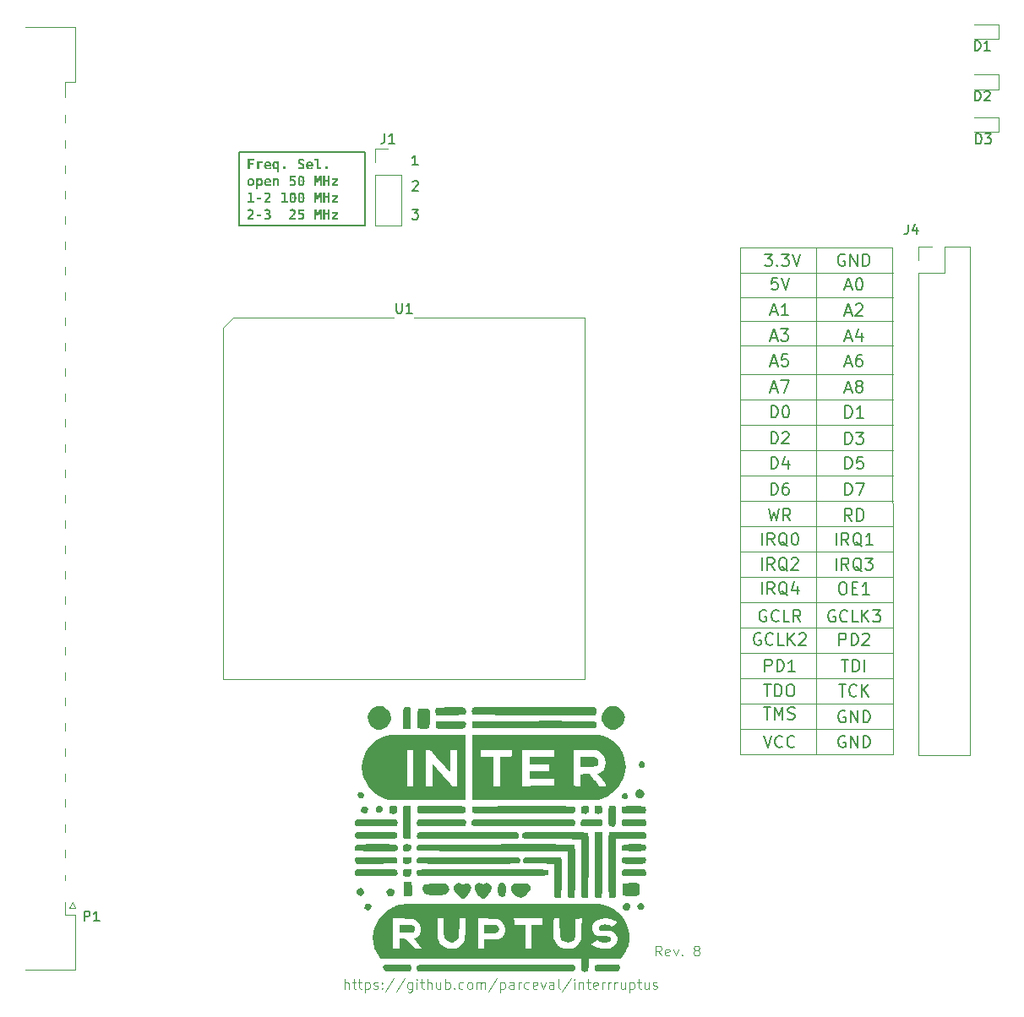
<source format=gbr>
%TF.GenerationSoftware,KiCad,Pcbnew,8.0.2*%
%TF.CreationDate,2024-06-15T19:42:01+02:00*%
%TF.ProjectId,interruptus,696e7465-7272-4757-9074-75732e6b6963,rev?*%
%TF.SameCoordinates,Original*%
%TF.FileFunction,Legend,Top*%
%TF.FilePolarity,Positive*%
%FSLAX46Y46*%
G04 Gerber Fmt 4.6, Leading zero omitted, Abs format (unit mm)*
G04 Created by KiCad (PCBNEW 8.0.2) date 2024-06-15 19:42:01*
%MOMM*%
%LPD*%
G01*
G04 APERTURE LIST*
%ADD10C,0.100000*%
%ADD11C,0.200000*%
%ADD12C,0.150000*%
%ADD13C,0.000000*%
%ADD14C,0.120000*%
G04 APERTURE END LIST*
D10*
X138543312Y-139572419D02*
X138209979Y-139096228D01*
X137971884Y-139572419D02*
X137971884Y-138572419D01*
X137971884Y-138572419D02*
X138352836Y-138572419D01*
X138352836Y-138572419D02*
X138448074Y-138620038D01*
X138448074Y-138620038D02*
X138495693Y-138667657D01*
X138495693Y-138667657D02*
X138543312Y-138762895D01*
X138543312Y-138762895D02*
X138543312Y-138905752D01*
X138543312Y-138905752D02*
X138495693Y-139000990D01*
X138495693Y-139000990D02*
X138448074Y-139048609D01*
X138448074Y-139048609D02*
X138352836Y-139096228D01*
X138352836Y-139096228D02*
X137971884Y-139096228D01*
X139352836Y-139524800D02*
X139257598Y-139572419D01*
X139257598Y-139572419D02*
X139067122Y-139572419D01*
X139067122Y-139572419D02*
X138971884Y-139524800D01*
X138971884Y-139524800D02*
X138924265Y-139429561D01*
X138924265Y-139429561D02*
X138924265Y-139048609D01*
X138924265Y-139048609D02*
X138971884Y-138953371D01*
X138971884Y-138953371D02*
X139067122Y-138905752D01*
X139067122Y-138905752D02*
X139257598Y-138905752D01*
X139257598Y-138905752D02*
X139352836Y-138953371D01*
X139352836Y-138953371D02*
X139400455Y-139048609D01*
X139400455Y-139048609D02*
X139400455Y-139143847D01*
X139400455Y-139143847D02*
X138924265Y-139239085D01*
X139733789Y-138905752D02*
X139971884Y-139572419D01*
X139971884Y-139572419D02*
X140209979Y-138905752D01*
X140590932Y-139477180D02*
X140638551Y-139524800D01*
X140638551Y-139524800D02*
X140590932Y-139572419D01*
X140590932Y-139572419D02*
X140543313Y-139524800D01*
X140543313Y-139524800D02*
X140590932Y-139477180D01*
X140590932Y-139477180D02*
X140590932Y-139572419D01*
X141971884Y-139000990D02*
X141876646Y-138953371D01*
X141876646Y-138953371D02*
X141829027Y-138905752D01*
X141829027Y-138905752D02*
X141781408Y-138810514D01*
X141781408Y-138810514D02*
X141781408Y-138762895D01*
X141781408Y-138762895D02*
X141829027Y-138667657D01*
X141829027Y-138667657D02*
X141876646Y-138620038D01*
X141876646Y-138620038D02*
X141971884Y-138572419D01*
X141971884Y-138572419D02*
X142162360Y-138572419D01*
X142162360Y-138572419D02*
X142257598Y-138620038D01*
X142257598Y-138620038D02*
X142305217Y-138667657D01*
X142305217Y-138667657D02*
X142352836Y-138762895D01*
X142352836Y-138762895D02*
X142352836Y-138810514D01*
X142352836Y-138810514D02*
X142305217Y-138905752D01*
X142305217Y-138905752D02*
X142257598Y-138953371D01*
X142257598Y-138953371D02*
X142162360Y-139000990D01*
X142162360Y-139000990D02*
X141971884Y-139000990D01*
X141971884Y-139000990D02*
X141876646Y-139048609D01*
X141876646Y-139048609D02*
X141829027Y-139096228D01*
X141829027Y-139096228D02*
X141781408Y-139191466D01*
X141781408Y-139191466D02*
X141781408Y-139381942D01*
X141781408Y-139381942D02*
X141829027Y-139477180D01*
X141829027Y-139477180D02*
X141876646Y-139524800D01*
X141876646Y-139524800D02*
X141971884Y-139572419D01*
X141971884Y-139572419D02*
X142162360Y-139572419D01*
X142162360Y-139572419D02*
X142257598Y-139524800D01*
X142257598Y-139524800D02*
X142305217Y-139477180D01*
X142305217Y-139477180D02*
X142352836Y-139381942D01*
X142352836Y-139381942D02*
X142352836Y-139191466D01*
X142352836Y-139191466D02*
X142305217Y-139096228D01*
X142305217Y-139096228D02*
X142257598Y-139048609D01*
X142257598Y-139048609D02*
X142162360Y-139000990D01*
X106787783Y-142899819D02*
X106787783Y-141899819D01*
X107216354Y-142899819D02*
X107216354Y-142376009D01*
X107216354Y-142376009D02*
X107168735Y-142280771D01*
X107168735Y-142280771D02*
X107073497Y-142233152D01*
X107073497Y-142233152D02*
X106930640Y-142233152D01*
X106930640Y-142233152D02*
X106835402Y-142280771D01*
X106835402Y-142280771D02*
X106787783Y-142328390D01*
X107549688Y-142233152D02*
X107930640Y-142233152D01*
X107692545Y-141899819D02*
X107692545Y-142756961D01*
X107692545Y-142756961D02*
X107740164Y-142852200D01*
X107740164Y-142852200D02*
X107835402Y-142899819D01*
X107835402Y-142899819D02*
X107930640Y-142899819D01*
X108121117Y-142233152D02*
X108502069Y-142233152D01*
X108263974Y-141899819D02*
X108263974Y-142756961D01*
X108263974Y-142756961D02*
X108311593Y-142852200D01*
X108311593Y-142852200D02*
X108406831Y-142899819D01*
X108406831Y-142899819D02*
X108502069Y-142899819D01*
X108835403Y-142233152D02*
X108835403Y-143233152D01*
X108835403Y-142280771D02*
X108930641Y-142233152D01*
X108930641Y-142233152D02*
X109121117Y-142233152D01*
X109121117Y-142233152D02*
X109216355Y-142280771D01*
X109216355Y-142280771D02*
X109263974Y-142328390D01*
X109263974Y-142328390D02*
X109311593Y-142423628D01*
X109311593Y-142423628D02*
X109311593Y-142709342D01*
X109311593Y-142709342D02*
X109263974Y-142804580D01*
X109263974Y-142804580D02*
X109216355Y-142852200D01*
X109216355Y-142852200D02*
X109121117Y-142899819D01*
X109121117Y-142899819D02*
X108930641Y-142899819D01*
X108930641Y-142899819D02*
X108835403Y-142852200D01*
X109692546Y-142852200D02*
X109787784Y-142899819D01*
X109787784Y-142899819D02*
X109978260Y-142899819D01*
X109978260Y-142899819D02*
X110073498Y-142852200D01*
X110073498Y-142852200D02*
X110121117Y-142756961D01*
X110121117Y-142756961D02*
X110121117Y-142709342D01*
X110121117Y-142709342D02*
X110073498Y-142614104D01*
X110073498Y-142614104D02*
X109978260Y-142566485D01*
X109978260Y-142566485D02*
X109835403Y-142566485D01*
X109835403Y-142566485D02*
X109740165Y-142518866D01*
X109740165Y-142518866D02*
X109692546Y-142423628D01*
X109692546Y-142423628D02*
X109692546Y-142376009D01*
X109692546Y-142376009D02*
X109740165Y-142280771D01*
X109740165Y-142280771D02*
X109835403Y-142233152D01*
X109835403Y-142233152D02*
X109978260Y-142233152D01*
X109978260Y-142233152D02*
X110073498Y-142280771D01*
X110549689Y-142804580D02*
X110597308Y-142852200D01*
X110597308Y-142852200D02*
X110549689Y-142899819D01*
X110549689Y-142899819D02*
X110502070Y-142852200D01*
X110502070Y-142852200D02*
X110549689Y-142804580D01*
X110549689Y-142804580D02*
X110549689Y-142899819D01*
X110549689Y-142280771D02*
X110597308Y-142328390D01*
X110597308Y-142328390D02*
X110549689Y-142376009D01*
X110549689Y-142376009D02*
X110502070Y-142328390D01*
X110502070Y-142328390D02*
X110549689Y-142280771D01*
X110549689Y-142280771D02*
X110549689Y-142376009D01*
X111740164Y-141852200D02*
X110883022Y-143137914D01*
X112787783Y-141852200D02*
X111930641Y-143137914D01*
X113549688Y-142233152D02*
X113549688Y-143042676D01*
X113549688Y-143042676D02*
X113502069Y-143137914D01*
X113502069Y-143137914D02*
X113454450Y-143185533D01*
X113454450Y-143185533D02*
X113359212Y-143233152D01*
X113359212Y-143233152D02*
X113216355Y-143233152D01*
X113216355Y-143233152D02*
X113121117Y-143185533D01*
X113549688Y-142852200D02*
X113454450Y-142899819D01*
X113454450Y-142899819D02*
X113263974Y-142899819D01*
X113263974Y-142899819D02*
X113168736Y-142852200D01*
X113168736Y-142852200D02*
X113121117Y-142804580D01*
X113121117Y-142804580D02*
X113073498Y-142709342D01*
X113073498Y-142709342D02*
X113073498Y-142423628D01*
X113073498Y-142423628D02*
X113121117Y-142328390D01*
X113121117Y-142328390D02*
X113168736Y-142280771D01*
X113168736Y-142280771D02*
X113263974Y-142233152D01*
X113263974Y-142233152D02*
X113454450Y-142233152D01*
X113454450Y-142233152D02*
X113549688Y-142280771D01*
X114025879Y-142899819D02*
X114025879Y-142233152D01*
X114025879Y-141899819D02*
X113978260Y-141947438D01*
X113978260Y-141947438D02*
X114025879Y-141995057D01*
X114025879Y-141995057D02*
X114073498Y-141947438D01*
X114073498Y-141947438D02*
X114025879Y-141899819D01*
X114025879Y-141899819D02*
X114025879Y-141995057D01*
X114359212Y-142233152D02*
X114740164Y-142233152D01*
X114502069Y-141899819D02*
X114502069Y-142756961D01*
X114502069Y-142756961D02*
X114549688Y-142852200D01*
X114549688Y-142852200D02*
X114644926Y-142899819D01*
X114644926Y-142899819D02*
X114740164Y-142899819D01*
X115073498Y-142899819D02*
X115073498Y-141899819D01*
X115502069Y-142899819D02*
X115502069Y-142376009D01*
X115502069Y-142376009D02*
X115454450Y-142280771D01*
X115454450Y-142280771D02*
X115359212Y-142233152D01*
X115359212Y-142233152D02*
X115216355Y-142233152D01*
X115216355Y-142233152D02*
X115121117Y-142280771D01*
X115121117Y-142280771D02*
X115073498Y-142328390D01*
X116406831Y-142233152D02*
X116406831Y-142899819D01*
X115978260Y-142233152D02*
X115978260Y-142756961D01*
X115978260Y-142756961D02*
X116025879Y-142852200D01*
X116025879Y-142852200D02*
X116121117Y-142899819D01*
X116121117Y-142899819D02*
X116263974Y-142899819D01*
X116263974Y-142899819D02*
X116359212Y-142852200D01*
X116359212Y-142852200D02*
X116406831Y-142804580D01*
X116883022Y-142899819D02*
X116883022Y-141899819D01*
X116883022Y-142280771D02*
X116978260Y-142233152D01*
X116978260Y-142233152D02*
X117168736Y-142233152D01*
X117168736Y-142233152D02*
X117263974Y-142280771D01*
X117263974Y-142280771D02*
X117311593Y-142328390D01*
X117311593Y-142328390D02*
X117359212Y-142423628D01*
X117359212Y-142423628D02*
X117359212Y-142709342D01*
X117359212Y-142709342D02*
X117311593Y-142804580D01*
X117311593Y-142804580D02*
X117263974Y-142852200D01*
X117263974Y-142852200D02*
X117168736Y-142899819D01*
X117168736Y-142899819D02*
X116978260Y-142899819D01*
X116978260Y-142899819D02*
X116883022Y-142852200D01*
X117787784Y-142804580D02*
X117835403Y-142852200D01*
X117835403Y-142852200D02*
X117787784Y-142899819D01*
X117787784Y-142899819D02*
X117740165Y-142852200D01*
X117740165Y-142852200D02*
X117787784Y-142804580D01*
X117787784Y-142804580D02*
X117787784Y-142899819D01*
X118692545Y-142852200D02*
X118597307Y-142899819D01*
X118597307Y-142899819D02*
X118406831Y-142899819D01*
X118406831Y-142899819D02*
X118311593Y-142852200D01*
X118311593Y-142852200D02*
X118263974Y-142804580D01*
X118263974Y-142804580D02*
X118216355Y-142709342D01*
X118216355Y-142709342D02*
X118216355Y-142423628D01*
X118216355Y-142423628D02*
X118263974Y-142328390D01*
X118263974Y-142328390D02*
X118311593Y-142280771D01*
X118311593Y-142280771D02*
X118406831Y-142233152D01*
X118406831Y-142233152D02*
X118597307Y-142233152D01*
X118597307Y-142233152D02*
X118692545Y-142280771D01*
X119263974Y-142899819D02*
X119168736Y-142852200D01*
X119168736Y-142852200D02*
X119121117Y-142804580D01*
X119121117Y-142804580D02*
X119073498Y-142709342D01*
X119073498Y-142709342D02*
X119073498Y-142423628D01*
X119073498Y-142423628D02*
X119121117Y-142328390D01*
X119121117Y-142328390D02*
X119168736Y-142280771D01*
X119168736Y-142280771D02*
X119263974Y-142233152D01*
X119263974Y-142233152D02*
X119406831Y-142233152D01*
X119406831Y-142233152D02*
X119502069Y-142280771D01*
X119502069Y-142280771D02*
X119549688Y-142328390D01*
X119549688Y-142328390D02*
X119597307Y-142423628D01*
X119597307Y-142423628D02*
X119597307Y-142709342D01*
X119597307Y-142709342D02*
X119549688Y-142804580D01*
X119549688Y-142804580D02*
X119502069Y-142852200D01*
X119502069Y-142852200D02*
X119406831Y-142899819D01*
X119406831Y-142899819D02*
X119263974Y-142899819D01*
X120025879Y-142899819D02*
X120025879Y-142233152D01*
X120025879Y-142328390D02*
X120073498Y-142280771D01*
X120073498Y-142280771D02*
X120168736Y-142233152D01*
X120168736Y-142233152D02*
X120311593Y-142233152D01*
X120311593Y-142233152D02*
X120406831Y-142280771D01*
X120406831Y-142280771D02*
X120454450Y-142376009D01*
X120454450Y-142376009D02*
X120454450Y-142899819D01*
X120454450Y-142376009D02*
X120502069Y-142280771D01*
X120502069Y-142280771D02*
X120597307Y-142233152D01*
X120597307Y-142233152D02*
X120740164Y-142233152D01*
X120740164Y-142233152D02*
X120835403Y-142280771D01*
X120835403Y-142280771D02*
X120883022Y-142376009D01*
X120883022Y-142376009D02*
X120883022Y-142899819D01*
X122073497Y-141852200D02*
X121216355Y-143137914D01*
X122406831Y-142233152D02*
X122406831Y-143233152D01*
X122406831Y-142280771D02*
X122502069Y-142233152D01*
X122502069Y-142233152D02*
X122692545Y-142233152D01*
X122692545Y-142233152D02*
X122787783Y-142280771D01*
X122787783Y-142280771D02*
X122835402Y-142328390D01*
X122835402Y-142328390D02*
X122883021Y-142423628D01*
X122883021Y-142423628D02*
X122883021Y-142709342D01*
X122883021Y-142709342D02*
X122835402Y-142804580D01*
X122835402Y-142804580D02*
X122787783Y-142852200D01*
X122787783Y-142852200D02*
X122692545Y-142899819D01*
X122692545Y-142899819D02*
X122502069Y-142899819D01*
X122502069Y-142899819D02*
X122406831Y-142852200D01*
X123740164Y-142899819D02*
X123740164Y-142376009D01*
X123740164Y-142376009D02*
X123692545Y-142280771D01*
X123692545Y-142280771D02*
X123597307Y-142233152D01*
X123597307Y-142233152D02*
X123406831Y-142233152D01*
X123406831Y-142233152D02*
X123311593Y-142280771D01*
X123740164Y-142852200D02*
X123644926Y-142899819D01*
X123644926Y-142899819D02*
X123406831Y-142899819D01*
X123406831Y-142899819D02*
X123311593Y-142852200D01*
X123311593Y-142852200D02*
X123263974Y-142756961D01*
X123263974Y-142756961D02*
X123263974Y-142661723D01*
X123263974Y-142661723D02*
X123311593Y-142566485D01*
X123311593Y-142566485D02*
X123406831Y-142518866D01*
X123406831Y-142518866D02*
X123644926Y-142518866D01*
X123644926Y-142518866D02*
X123740164Y-142471247D01*
X124216355Y-142899819D02*
X124216355Y-142233152D01*
X124216355Y-142423628D02*
X124263974Y-142328390D01*
X124263974Y-142328390D02*
X124311593Y-142280771D01*
X124311593Y-142280771D02*
X124406831Y-142233152D01*
X124406831Y-142233152D02*
X124502069Y-142233152D01*
X125263974Y-142852200D02*
X125168736Y-142899819D01*
X125168736Y-142899819D02*
X124978260Y-142899819D01*
X124978260Y-142899819D02*
X124883022Y-142852200D01*
X124883022Y-142852200D02*
X124835403Y-142804580D01*
X124835403Y-142804580D02*
X124787784Y-142709342D01*
X124787784Y-142709342D02*
X124787784Y-142423628D01*
X124787784Y-142423628D02*
X124835403Y-142328390D01*
X124835403Y-142328390D02*
X124883022Y-142280771D01*
X124883022Y-142280771D02*
X124978260Y-142233152D01*
X124978260Y-142233152D02*
X125168736Y-142233152D01*
X125168736Y-142233152D02*
X125263974Y-142280771D01*
X126073498Y-142852200D02*
X125978260Y-142899819D01*
X125978260Y-142899819D02*
X125787784Y-142899819D01*
X125787784Y-142899819D02*
X125692546Y-142852200D01*
X125692546Y-142852200D02*
X125644927Y-142756961D01*
X125644927Y-142756961D02*
X125644927Y-142376009D01*
X125644927Y-142376009D02*
X125692546Y-142280771D01*
X125692546Y-142280771D02*
X125787784Y-142233152D01*
X125787784Y-142233152D02*
X125978260Y-142233152D01*
X125978260Y-142233152D02*
X126073498Y-142280771D01*
X126073498Y-142280771D02*
X126121117Y-142376009D01*
X126121117Y-142376009D02*
X126121117Y-142471247D01*
X126121117Y-142471247D02*
X125644927Y-142566485D01*
X126454451Y-142233152D02*
X126692546Y-142899819D01*
X126692546Y-142899819D02*
X126930641Y-142233152D01*
X127740165Y-142899819D02*
X127740165Y-142376009D01*
X127740165Y-142376009D02*
X127692546Y-142280771D01*
X127692546Y-142280771D02*
X127597308Y-142233152D01*
X127597308Y-142233152D02*
X127406832Y-142233152D01*
X127406832Y-142233152D02*
X127311594Y-142280771D01*
X127740165Y-142852200D02*
X127644927Y-142899819D01*
X127644927Y-142899819D02*
X127406832Y-142899819D01*
X127406832Y-142899819D02*
X127311594Y-142852200D01*
X127311594Y-142852200D02*
X127263975Y-142756961D01*
X127263975Y-142756961D02*
X127263975Y-142661723D01*
X127263975Y-142661723D02*
X127311594Y-142566485D01*
X127311594Y-142566485D02*
X127406832Y-142518866D01*
X127406832Y-142518866D02*
X127644927Y-142518866D01*
X127644927Y-142518866D02*
X127740165Y-142471247D01*
X128359213Y-142899819D02*
X128263975Y-142852200D01*
X128263975Y-142852200D02*
X128216356Y-142756961D01*
X128216356Y-142756961D02*
X128216356Y-141899819D01*
X129454451Y-141852200D02*
X128597309Y-143137914D01*
X129787785Y-142899819D02*
X129787785Y-142233152D01*
X129787785Y-141899819D02*
X129740166Y-141947438D01*
X129740166Y-141947438D02*
X129787785Y-141995057D01*
X129787785Y-141995057D02*
X129835404Y-141947438D01*
X129835404Y-141947438D02*
X129787785Y-141899819D01*
X129787785Y-141899819D02*
X129787785Y-141995057D01*
X130263975Y-142233152D02*
X130263975Y-142899819D01*
X130263975Y-142328390D02*
X130311594Y-142280771D01*
X130311594Y-142280771D02*
X130406832Y-142233152D01*
X130406832Y-142233152D02*
X130549689Y-142233152D01*
X130549689Y-142233152D02*
X130644927Y-142280771D01*
X130644927Y-142280771D02*
X130692546Y-142376009D01*
X130692546Y-142376009D02*
X130692546Y-142899819D01*
X131025880Y-142233152D02*
X131406832Y-142233152D01*
X131168737Y-141899819D02*
X131168737Y-142756961D01*
X131168737Y-142756961D02*
X131216356Y-142852200D01*
X131216356Y-142852200D02*
X131311594Y-142899819D01*
X131311594Y-142899819D02*
X131406832Y-142899819D01*
X132121118Y-142852200D02*
X132025880Y-142899819D01*
X132025880Y-142899819D02*
X131835404Y-142899819D01*
X131835404Y-142899819D02*
X131740166Y-142852200D01*
X131740166Y-142852200D02*
X131692547Y-142756961D01*
X131692547Y-142756961D02*
X131692547Y-142376009D01*
X131692547Y-142376009D02*
X131740166Y-142280771D01*
X131740166Y-142280771D02*
X131835404Y-142233152D01*
X131835404Y-142233152D02*
X132025880Y-142233152D01*
X132025880Y-142233152D02*
X132121118Y-142280771D01*
X132121118Y-142280771D02*
X132168737Y-142376009D01*
X132168737Y-142376009D02*
X132168737Y-142471247D01*
X132168737Y-142471247D02*
X131692547Y-142566485D01*
X132597309Y-142899819D02*
X132597309Y-142233152D01*
X132597309Y-142423628D02*
X132644928Y-142328390D01*
X132644928Y-142328390D02*
X132692547Y-142280771D01*
X132692547Y-142280771D02*
X132787785Y-142233152D01*
X132787785Y-142233152D02*
X132883023Y-142233152D01*
X133216357Y-142899819D02*
X133216357Y-142233152D01*
X133216357Y-142423628D02*
X133263976Y-142328390D01*
X133263976Y-142328390D02*
X133311595Y-142280771D01*
X133311595Y-142280771D02*
X133406833Y-142233152D01*
X133406833Y-142233152D02*
X133502071Y-142233152D01*
X133835405Y-142899819D02*
X133835405Y-142233152D01*
X133835405Y-142423628D02*
X133883024Y-142328390D01*
X133883024Y-142328390D02*
X133930643Y-142280771D01*
X133930643Y-142280771D02*
X134025881Y-142233152D01*
X134025881Y-142233152D02*
X134121119Y-142233152D01*
X134883024Y-142233152D02*
X134883024Y-142899819D01*
X134454453Y-142233152D02*
X134454453Y-142756961D01*
X134454453Y-142756961D02*
X134502072Y-142852200D01*
X134502072Y-142852200D02*
X134597310Y-142899819D01*
X134597310Y-142899819D02*
X134740167Y-142899819D01*
X134740167Y-142899819D02*
X134835405Y-142852200D01*
X134835405Y-142852200D02*
X134883024Y-142804580D01*
X135359215Y-142233152D02*
X135359215Y-143233152D01*
X135359215Y-142280771D02*
X135454453Y-142233152D01*
X135454453Y-142233152D02*
X135644929Y-142233152D01*
X135644929Y-142233152D02*
X135740167Y-142280771D01*
X135740167Y-142280771D02*
X135787786Y-142328390D01*
X135787786Y-142328390D02*
X135835405Y-142423628D01*
X135835405Y-142423628D02*
X135835405Y-142709342D01*
X135835405Y-142709342D02*
X135787786Y-142804580D01*
X135787786Y-142804580D02*
X135740167Y-142852200D01*
X135740167Y-142852200D02*
X135644929Y-142899819D01*
X135644929Y-142899819D02*
X135454453Y-142899819D01*
X135454453Y-142899819D02*
X135359215Y-142852200D01*
X136121120Y-142233152D02*
X136502072Y-142233152D01*
X136263977Y-141899819D02*
X136263977Y-142756961D01*
X136263977Y-142756961D02*
X136311596Y-142852200D01*
X136311596Y-142852200D02*
X136406834Y-142899819D01*
X136406834Y-142899819D02*
X136502072Y-142899819D01*
X137263977Y-142233152D02*
X137263977Y-142899819D01*
X136835406Y-142233152D02*
X136835406Y-142756961D01*
X136835406Y-142756961D02*
X136883025Y-142852200D01*
X136883025Y-142852200D02*
X136978263Y-142899819D01*
X136978263Y-142899819D02*
X137121120Y-142899819D01*
X137121120Y-142899819D02*
X137216358Y-142852200D01*
X137216358Y-142852200D02*
X137263977Y-142804580D01*
X137692549Y-142852200D02*
X137787787Y-142899819D01*
X137787787Y-142899819D02*
X137978263Y-142899819D01*
X137978263Y-142899819D02*
X138073501Y-142852200D01*
X138073501Y-142852200D02*
X138121120Y-142756961D01*
X138121120Y-142756961D02*
X138121120Y-142709342D01*
X138121120Y-142709342D02*
X138073501Y-142614104D01*
X138073501Y-142614104D02*
X137978263Y-142566485D01*
X137978263Y-142566485D02*
X137835406Y-142566485D01*
X137835406Y-142566485D02*
X137740168Y-142518866D01*
X137740168Y-142518866D02*
X137692549Y-142423628D01*
X137692549Y-142423628D02*
X137692549Y-142376009D01*
X137692549Y-142376009D02*
X137740168Y-142280771D01*
X137740168Y-142280771D02*
X137835406Y-142233152D01*
X137835406Y-142233152D02*
X137978263Y-142233152D01*
X137978263Y-142233152D02*
X138073501Y-142280771D01*
D11*
X113533035Y-64754819D02*
X114152082Y-64754819D01*
X114152082Y-64754819D02*
X113818749Y-65135771D01*
X113818749Y-65135771D02*
X113961606Y-65135771D01*
X113961606Y-65135771D02*
X114056844Y-65183390D01*
X114056844Y-65183390D02*
X114104463Y-65231009D01*
X114104463Y-65231009D02*
X114152082Y-65326247D01*
X114152082Y-65326247D02*
X114152082Y-65564342D01*
X114152082Y-65564342D02*
X114104463Y-65659580D01*
X114104463Y-65659580D02*
X114056844Y-65707200D01*
X114056844Y-65707200D02*
X113961606Y-65754819D01*
X113961606Y-65754819D02*
X113675892Y-65754819D01*
X113675892Y-65754819D02*
X113580654Y-65707200D01*
X113580654Y-65707200D02*
X113533035Y-65659580D01*
X113580654Y-62005257D02*
X113628273Y-61957638D01*
X113628273Y-61957638D02*
X113723511Y-61910019D01*
X113723511Y-61910019D02*
X113961606Y-61910019D01*
X113961606Y-61910019D02*
X114056844Y-61957638D01*
X114056844Y-61957638D02*
X114104463Y-62005257D01*
X114104463Y-62005257D02*
X114152082Y-62100495D01*
X114152082Y-62100495D02*
X114152082Y-62195733D01*
X114152082Y-62195733D02*
X114104463Y-62338590D01*
X114104463Y-62338590D02*
X113533035Y-62910019D01*
X113533035Y-62910019D02*
X114152082Y-62910019D01*
X114152082Y-60319219D02*
X113580654Y-60319219D01*
X113866368Y-60319219D02*
X113866368Y-59319219D01*
X113866368Y-59319219D02*
X113771130Y-59462076D01*
X113771130Y-59462076D02*
X113675892Y-59557314D01*
X113675892Y-59557314D02*
X113580654Y-59604933D01*
G36*
X97729191Y-59869065D02*
G01*
X97292973Y-59869065D01*
X97292973Y-60087906D01*
X97689868Y-60087906D01*
X97689868Y-60259853D01*
X97292973Y-60259853D01*
X97292973Y-60728800D01*
X97090252Y-60728800D01*
X97090252Y-59697118D01*
X97729191Y-59697118D01*
X97729191Y-59869065D01*
G37*
G36*
X98597963Y-60181696D02*
G01*
X98562120Y-60147502D01*
X98520538Y-60123077D01*
X98471154Y-60107831D01*
X98423574Y-60103538D01*
X98374281Y-60107448D01*
X98324117Y-60121677D01*
X98311955Y-60127229D01*
X98269701Y-60155989D01*
X98238193Y-60195373D01*
X98219492Y-60240978D01*
X98214990Y-60262051D01*
X98210227Y-60311266D01*
X98208739Y-60361481D01*
X98208640Y-60380753D01*
X98208640Y-60728800D01*
X98007139Y-60728800D01*
X98007139Y-59962854D01*
X98208640Y-59962854D01*
X98208640Y-60076671D01*
X98235236Y-60034276D01*
X98270693Y-59999780D01*
X98299254Y-59981172D01*
X98347969Y-59960484D01*
X98397754Y-59949908D01*
X98442136Y-59947222D01*
X98492969Y-59951897D01*
X98522736Y-59959190D01*
X98568345Y-59977277D01*
X98597963Y-59994117D01*
X98597963Y-60181696D01*
G37*
G36*
X99130503Y-59949685D02*
G01*
X99187496Y-59959142D01*
X99239079Y-59975691D01*
X99285252Y-59999333D01*
X99326016Y-60030068D01*
X99344369Y-60048095D01*
X99376492Y-60088724D01*
X99401968Y-60135141D01*
X99420799Y-60187345D01*
X99431414Y-60235269D01*
X99437414Y-60287212D01*
X99438891Y-60331661D01*
X99438891Y-60416169D01*
X98917433Y-60416169D01*
X98922971Y-60466067D01*
X98943029Y-60514610D01*
X98970922Y-60545617D01*
X99013507Y-60569813D01*
X99062890Y-60583094D01*
X99116022Y-60587950D01*
X99128947Y-60588116D01*
X99180661Y-60584956D01*
X99231758Y-60575476D01*
X99265479Y-60565645D01*
X99312545Y-60547080D01*
X99356585Y-60524793D01*
X99401818Y-60497354D01*
X99406407Y-60494326D01*
X99406407Y-60681905D01*
X99357897Y-60701551D01*
X99308753Y-60717503D01*
X99263525Y-60728800D01*
X99212504Y-60737699D01*
X99159521Y-60742905D01*
X99109652Y-60744431D01*
X99051572Y-60741944D01*
X98997930Y-60734485D01*
X98948723Y-60722052D01*
X98895532Y-60700568D01*
X98848729Y-60671923D01*
X98814606Y-60642582D01*
X98779994Y-60601137D01*
X98752542Y-60553372D01*
X98732252Y-60499288D01*
X98720814Y-60449389D01*
X98714348Y-60395103D01*
X98712757Y-60348513D01*
X98715154Y-60292408D01*
X98719530Y-60260586D01*
X98919387Y-60260586D01*
X99236169Y-60259853D01*
X99230660Y-60211236D01*
X99212539Y-60165240D01*
X99195137Y-60143105D01*
X99153530Y-60116057D01*
X99102001Y-60104504D01*
X99078877Y-60103538D01*
X99027154Y-60110310D01*
X98981820Y-60132750D01*
X98968235Y-60144571D01*
X98938569Y-60186852D01*
X98923411Y-60233587D01*
X98919387Y-60260586D01*
X98719530Y-60260586D01*
X98722346Y-60240107D01*
X98734331Y-60191610D01*
X98755042Y-60138436D01*
X98782657Y-60090740D01*
X98810943Y-60055178D01*
X98850278Y-60018490D01*
X98894645Y-59989392D01*
X98944045Y-59967886D01*
X98998475Y-59953970D01*
X99047678Y-59948171D01*
X99078877Y-59947222D01*
X99130503Y-59949685D01*
G37*
G36*
X99880593Y-59951687D02*
G01*
X99928347Y-59966602D01*
X99951557Y-59978974D01*
X99990087Y-60009932D01*
X100022328Y-60051209D01*
X100035088Y-60073740D01*
X100035088Y-59962854D01*
X100235611Y-59962854D01*
X100235611Y-61025799D01*
X100035088Y-61025799D01*
X100035088Y-60624752D01*
X100005561Y-60665556D01*
X99969776Y-60700148D01*
X99948870Y-60714633D01*
X99903483Y-60735003D01*
X99853234Y-60743965D01*
X99837984Y-60744431D01*
X99788900Y-60740807D01*
X99737213Y-60727420D01*
X99691534Y-60704169D01*
X99651862Y-60671054D01*
X99627202Y-60641361D01*
X99598461Y-60591990D01*
X99579445Y-60542862D01*
X99565614Y-60487450D01*
X99558051Y-60436471D01*
X99554089Y-60381128D01*
X99553441Y-60345827D01*
X99754697Y-60345827D01*
X99757017Y-60399438D01*
X99765175Y-60452452D01*
X99781127Y-60502293D01*
X99791822Y-60523636D01*
X99823616Y-60562928D01*
X99870692Y-60585849D01*
X99894160Y-60588116D01*
X99942630Y-60577474D01*
X99982072Y-60545549D01*
X99997230Y-60523636D01*
X100017194Y-60478565D01*
X100028840Y-60429844D01*
X100034164Y-60380049D01*
X100035088Y-60345827D01*
X100032722Y-60292215D01*
X100024403Y-60239201D01*
X100008136Y-60189361D01*
X99997230Y-60168018D01*
X99964990Y-60128725D01*
X99921381Y-60106623D01*
X99894160Y-60103538D01*
X99845810Y-60114180D01*
X99806731Y-60146105D01*
X99791822Y-60168018D01*
X99772244Y-60213088D01*
X99760824Y-60261809D01*
X99755603Y-60311604D01*
X99754697Y-60345827D01*
X99553441Y-60345827D01*
X99555218Y-60288609D01*
X99560549Y-60235564D01*
X99569434Y-60186694D01*
X99584787Y-60133560D01*
X99605257Y-60086437D01*
X99626225Y-60051758D01*
X99660909Y-60011026D01*
X99701272Y-59980298D01*
X99747315Y-59959575D01*
X99799039Y-59948856D01*
X99831145Y-59947222D01*
X99880593Y-59951687D01*
G37*
G36*
X100642276Y-60478695D02*
G01*
X100870887Y-60478695D01*
X100870887Y-60728800D01*
X100642276Y-60728800D01*
X100642276Y-60478695D01*
G37*
G36*
X102368340Y-60276706D02*
G01*
X102322898Y-60258321D01*
X102274744Y-60235881D01*
X102227355Y-60209180D01*
X102184788Y-60177978D01*
X102160978Y-60154096D01*
X102132384Y-60109479D01*
X102115704Y-60061941D01*
X102107603Y-60007409D01*
X102106756Y-59980928D01*
X102109890Y-59930642D01*
X102121469Y-59877292D01*
X102141579Y-59829669D01*
X102170222Y-59787773D01*
X102195904Y-59761354D01*
X102238204Y-59730233D01*
X102286886Y-59706757D01*
X102333692Y-59692718D01*
X102385186Y-59684294D01*
X102441368Y-59681486D01*
X102494457Y-59683719D01*
X102543061Y-59689688D01*
X102582785Y-59697362D01*
X102631308Y-59709927D01*
X102679484Y-59726128D01*
X102722980Y-59744012D01*
X102722980Y-59947222D01*
X102677887Y-59918251D01*
X102632274Y-59894475D01*
X102590357Y-59877369D01*
X102540153Y-59862783D01*
X102490293Y-59854929D01*
X102457244Y-59853433D01*
X102406915Y-59857555D01*
X102360352Y-59872782D01*
X102344404Y-59882742D01*
X102313912Y-59921052D01*
X102305325Y-59966762D01*
X102317527Y-60015909D01*
X102333657Y-60036615D01*
X102377743Y-60065680D01*
X102426045Y-60087362D01*
X102452848Y-60097676D01*
X102540287Y-60130405D01*
X102591235Y-60151575D01*
X102635943Y-60175551D01*
X102679395Y-60206387D01*
X102714696Y-60240886D01*
X102722248Y-60250084D01*
X102750466Y-60294940D01*
X102769449Y-60345979D01*
X102778569Y-60396538D01*
X102780622Y-60437662D01*
X102777393Y-60492800D01*
X102767707Y-60542442D01*
X102748246Y-60593413D01*
X102719996Y-60636903D01*
X102688786Y-60668227D01*
X102644227Y-60697920D01*
X102598890Y-60717566D01*
X102546958Y-60731854D01*
X102498643Y-60739668D01*
X102445749Y-60743761D01*
X102411815Y-60744431D01*
X102359367Y-60742093D01*
X102306804Y-60735080D01*
X102258919Y-60724647D01*
X102211511Y-60710446D01*
X102165153Y-60692571D01*
X102119844Y-60671024D01*
X102110908Y-60666273D01*
X102110908Y-60463063D01*
X102156095Y-60492009D01*
X102200432Y-60516472D01*
X102248699Y-60538397D01*
X102267712Y-60545617D01*
X102315019Y-60559785D01*
X102366672Y-60569309D01*
X102417921Y-60572484D01*
X102469384Y-60567813D01*
X102517356Y-60550556D01*
X102533936Y-60539267D01*
X102564894Y-60499394D01*
X102575173Y-60449924D01*
X102575213Y-60446211D01*
X102565484Y-60396804D01*
X102547614Y-60367564D01*
X102508957Y-60333930D01*
X102467991Y-60314075D01*
X102368340Y-60276706D01*
G37*
G36*
X103341250Y-59949685D02*
G01*
X103398242Y-59959142D01*
X103449825Y-59975691D01*
X103495999Y-59999333D01*
X103536762Y-60030068D01*
X103555116Y-60048095D01*
X103587238Y-60088724D01*
X103612715Y-60135141D01*
X103631546Y-60187345D01*
X103642161Y-60235269D01*
X103648161Y-60287212D01*
X103649638Y-60331661D01*
X103649638Y-60416169D01*
X103128179Y-60416169D01*
X103133718Y-60466067D01*
X103153776Y-60514610D01*
X103181668Y-60545617D01*
X103224254Y-60569813D01*
X103273637Y-60583094D01*
X103326769Y-60587950D01*
X103339694Y-60588116D01*
X103391408Y-60584956D01*
X103442505Y-60575476D01*
X103476225Y-60565645D01*
X103523292Y-60547080D01*
X103567332Y-60524793D01*
X103612565Y-60497354D01*
X103617153Y-60494326D01*
X103617153Y-60681905D01*
X103568644Y-60701551D01*
X103519499Y-60717503D01*
X103474271Y-60728800D01*
X103423251Y-60737699D01*
X103370268Y-60742905D01*
X103320398Y-60744431D01*
X103262319Y-60741944D01*
X103208676Y-60734485D01*
X103159470Y-60722052D01*
X103106279Y-60700568D01*
X103059475Y-60671923D01*
X103025353Y-60642582D01*
X102990740Y-60601137D01*
X102963289Y-60553372D01*
X102942998Y-60499288D01*
X102931560Y-60449389D01*
X102925095Y-60395103D01*
X102923504Y-60348513D01*
X102925901Y-60292408D01*
X102930276Y-60260586D01*
X103130133Y-60260586D01*
X103446916Y-60259853D01*
X103441406Y-60211236D01*
X103423286Y-60165240D01*
X103405883Y-60143105D01*
X103364276Y-60116057D01*
X103312748Y-60104504D01*
X103289624Y-60103538D01*
X103237900Y-60110310D01*
X103192567Y-60132750D01*
X103178982Y-60144571D01*
X103149316Y-60186852D01*
X103134157Y-60233587D01*
X103130133Y-60260586D01*
X102930276Y-60260586D01*
X102933092Y-60240107D01*
X102945078Y-60191610D01*
X102965789Y-60138436D01*
X102993403Y-60090740D01*
X103021689Y-60055178D01*
X103061025Y-60018490D01*
X103105392Y-59989392D01*
X103154791Y-59967886D01*
X103209222Y-59953970D01*
X103258425Y-59948171D01*
X103289624Y-59947222D01*
X103341250Y-59949685D01*
G37*
G36*
X103968130Y-60408353D02*
G01*
X103968130Y-59822170D01*
X103764188Y-59822170D01*
X103764188Y-59665855D01*
X104169631Y-59665855D01*
X104169631Y-60408353D01*
X104172374Y-60459272D01*
X104184141Y-60510205D01*
X104197719Y-60535359D01*
X104238782Y-60564327D01*
X104289058Y-60572448D01*
X104293218Y-60572484D01*
X104453929Y-60572484D01*
X104453929Y-60728800D01*
X104236798Y-60728800D01*
X104185793Y-60726198D01*
X104133493Y-60716586D01*
X104083225Y-60696928D01*
X104043093Y-60668020D01*
X104030657Y-60654794D01*
X104003301Y-60611548D01*
X103985777Y-60563664D01*
X103975519Y-60515161D01*
X103969657Y-60459771D01*
X103968130Y-60408353D01*
G37*
G36*
X104853022Y-60478695D02*
G01*
X105081634Y-60478695D01*
X105081634Y-60728800D01*
X104853022Y-60728800D01*
X104853022Y-60478695D01*
G37*
G36*
X97437901Y-61629846D02*
G01*
X97492901Y-61639921D01*
X97543196Y-61657552D01*
X97588785Y-61682740D01*
X97629669Y-61715484D01*
X97648347Y-61734689D01*
X97681133Y-61777668D01*
X97707137Y-61826006D01*
X97726357Y-61879701D01*
X97737191Y-61928540D01*
X97743315Y-61981100D01*
X97744823Y-62025827D01*
X97742467Y-62081363D01*
X97735401Y-62133179D01*
X97723624Y-62181274D01*
X97703274Y-62234076D01*
X97676140Y-62281520D01*
X97648347Y-62316964D01*
X97609816Y-62353486D01*
X97566579Y-62382452D01*
X97518637Y-62403861D01*
X97465989Y-62417714D01*
X97408636Y-62424011D01*
X97388472Y-62424431D01*
X97339185Y-62421807D01*
X97284322Y-62411732D01*
X97234130Y-62394101D01*
X97188609Y-62368913D01*
X97147760Y-62336170D01*
X97129086Y-62316964D01*
X97096300Y-62273985D01*
X97070296Y-62225648D01*
X97051077Y-62171953D01*
X97040242Y-62123114D01*
X97034118Y-62070554D01*
X97032611Y-62025827D01*
X97233867Y-62025827D01*
X97236431Y-62079835D01*
X97245447Y-62133077D01*
X97263078Y-62182898D01*
X97274899Y-62204124D01*
X97310219Y-62243119D01*
X97358327Y-62265054D01*
X97388472Y-62268116D01*
X97438596Y-62259117D01*
X97479789Y-62232120D01*
X97502290Y-62204124D01*
X97524057Y-62159216D01*
X97536754Y-62110396D01*
X97542559Y-62060319D01*
X97543567Y-62025827D01*
X97540987Y-61971819D01*
X97531917Y-61918577D01*
X97514181Y-61868755D01*
X97502290Y-61847529D01*
X97467050Y-61808535D01*
X97422880Y-61787537D01*
X97388472Y-61783538D01*
X97338612Y-61792537D01*
X97297477Y-61819533D01*
X97274899Y-61847529D01*
X97253261Y-61892438D01*
X97240639Y-61941257D01*
X97234868Y-61991335D01*
X97233867Y-62025827D01*
X97032611Y-62025827D01*
X97034966Y-61970290D01*
X97042032Y-61918474D01*
X97053809Y-61870380D01*
X97074159Y-61817577D01*
X97101293Y-61770133D01*
X97129086Y-61734689D01*
X97167600Y-61698167D01*
X97210786Y-61669202D01*
X97258642Y-61647792D01*
X97311169Y-61633939D01*
X97368368Y-61627642D01*
X97388472Y-61627222D01*
X97437901Y-61629846D01*
G37*
G36*
X98369855Y-61632225D02*
G01*
X98419144Y-61647231D01*
X98462753Y-61672242D01*
X98500682Y-61707258D01*
X98519805Y-61731758D01*
X98548166Y-61781477D01*
X98566930Y-61830604D01*
X98580577Y-61885742D01*
X98588041Y-61936281D01*
X98591950Y-61990995D01*
X98592590Y-62025827D01*
X98590783Y-62083789D01*
X98585362Y-62137387D01*
X98576329Y-62186619D01*
X98560718Y-62239937D01*
X98539904Y-62286969D01*
X98518584Y-62321361D01*
X98483298Y-62361522D01*
X98441981Y-62391819D01*
X98394634Y-62412252D01*
X98341256Y-62422821D01*
X98308047Y-62424431D01*
X98256408Y-62418728D01*
X98209632Y-62401617D01*
X98197160Y-62394633D01*
X98156495Y-62362764D01*
X98122836Y-62322789D01*
X98110943Y-62304752D01*
X98110943Y-62705799D01*
X97910419Y-62705799D01*
X97910419Y-62025827D01*
X98110943Y-62025827D01*
X98113309Y-62079438D01*
X98121627Y-62132452D01*
X98137894Y-62182293D01*
X98148800Y-62203636D01*
X98181040Y-62242928D01*
X98224649Y-62265030D01*
X98251871Y-62268116D01*
X98300221Y-62257474D01*
X98339299Y-62225549D01*
X98354209Y-62203636D01*
X98373786Y-62158565D01*
X98385206Y-62109844D01*
X98390427Y-62060049D01*
X98391333Y-62025827D01*
X98389013Y-61972215D01*
X98380856Y-61919201D01*
X98364904Y-61869361D01*
X98354209Y-61848018D01*
X98322415Y-61808725D01*
X98275338Y-61785805D01*
X98251871Y-61783538D01*
X98203400Y-61794180D01*
X98163959Y-61826105D01*
X98148800Y-61848018D01*
X98128836Y-61893088D01*
X98117191Y-61941809D01*
X98111867Y-61991604D01*
X98110943Y-62025827D01*
X97910419Y-62025827D01*
X97910419Y-61642854D01*
X98110943Y-61642854D01*
X98110943Y-61753740D01*
X98137390Y-61710876D01*
X98172397Y-61674361D01*
X98193985Y-61658974D01*
X98238800Y-61638416D01*
X98289500Y-61628339D01*
X98314885Y-61627222D01*
X98369855Y-61632225D01*
G37*
G36*
X99130503Y-61629685D02*
G01*
X99187496Y-61639142D01*
X99239079Y-61655691D01*
X99285252Y-61679333D01*
X99326016Y-61710068D01*
X99344369Y-61728095D01*
X99376492Y-61768724D01*
X99401968Y-61815141D01*
X99420799Y-61867345D01*
X99431414Y-61915269D01*
X99437414Y-61967212D01*
X99438891Y-62011661D01*
X99438891Y-62096169D01*
X98917433Y-62096169D01*
X98922971Y-62146067D01*
X98943029Y-62194610D01*
X98970922Y-62225617D01*
X99013507Y-62249813D01*
X99062890Y-62263094D01*
X99116022Y-62267950D01*
X99128947Y-62268116D01*
X99180661Y-62264956D01*
X99231758Y-62255476D01*
X99265479Y-62245645D01*
X99312545Y-62227080D01*
X99356585Y-62204793D01*
X99401818Y-62177354D01*
X99406407Y-62174326D01*
X99406407Y-62361905D01*
X99357897Y-62381551D01*
X99308753Y-62397503D01*
X99263525Y-62408800D01*
X99212504Y-62417699D01*
X99159521Y-62422905D01*
X99109652Y-62424431D01*
X99051572Y-62421944D01*
X98997930Y-62414485D01*
X98948723Y-62402052D01*
X98895532Y-62380568D01*
X98848729Y-62351923D01*
X98814606Y-62322582D01*
X98779994Y-62281137D01*
X98752542Y-62233372D01*
X98732252Y-62179288D01*
X98720814Y-62129389D01*
X98714348Y-62075103D01*
X98712757Y-62028513D01*
X98715154Y-61972408D01*
X98719530Y-61940586D01*
X98919387Y-61940586D01*
X99236169Y-61939853D01*
X99230660Y-61891236D01*
X99212539Y-61845240D01*
X99195137Y-61823105D01*
X99153530Y-61796057D01*
X99102001Y-61784504D01*
X99078877Y-61783538D01*
X99027154Y-61790310D01*
X98981820Y-61812750D01*
X98968235Y-61824571D01*
X98938569Y-61866852D01*
X98923411Y-61913587D01*
X98919387Y-61940586D01*
X98719530Y-61940586D01*
X98722346Y-61920107D01*
X98734331Y-61871610D01*
X98755042Y-61818436D01*
X98782657Y-61770740D01*
X98810943Y-61735178D01*
X98850278Y-61698490D01*
X98894645Y-61669392D01*
X98944045Y-61647886D01*
X98998475Y-61633970D01*
X99047678Y-61628171D01*
X99078877Y-61627222D01*
X99130503Y-61629685D01*
G37*
G36*
X100227307Y-61908834D02*
G01*
X100227307Y-62408800D01*
X100027516Y-62408800D01*
X100027516Y-61939609D01*
X100024717Y-61887641D01*
X100013056Y-61837780D01*
X100003825Y-61819686D01*
X99965100Y-61789504D01*
X99926400Y-61783538D01*
X99877918Y-61795750D01*
X99840915Y-61832386D01*
X99820673Y-61878324D01*
X99811606Y-61926954D01*
X99809652Y-61967941D01*
X99809652Y-62408800D01*
X99609861Y-62408800D01*
X99609861Y-61642854D01*
X99809652Y-61642854D01*
X99809652Y-61754961D01*
X99831915Y-61710063D01*
X99867071Y-61671808D01*
X99882436Y-61660684D01*
X99927815Y-61639019D01*
X99975929Y-61628824D01*
X100006756Y-61627222D01*
X100058001Y-61631649D01*
X100107660Y-61647213D01*
X100148856Y-61673982D01*
X100171620Y-61698053D01*
X100198539Y-61743264D01*
X100215071Y-61792696D01*
X100223827Y-61843087D01*
X100227253Y-61900140D01*
X100227307Y-61908834D01*
G37*
G36*
X101308570Y-61377118D02*
G01*
X101865688Y-61377118D01*
X101865688Y-61549065D01*
X101472701Y-61549065D01*
X101472701Y-61755450D01*
X101520221Y-61742155D01*
X101525458Y-61741284D01*
X101575529Y-61736756D01*
X101585297Y-61736643D01*
X101640507Y-61739992D01*
X101691646Y-61750038D01*
X101738715Y-61766782D01*
X101781714Y-61790224D01*
X101820643Y-61820363D01*
X101832715Y-61831898D01*
X101864921Y-61869536D01*
X101890463Y-61911193D01*
X101909343Y-61956868D01*
X101921559Y-62006562D01*
X101927111Y-62060274D01*
X101927481Y-62079072D01*
X101923866Y-62136619D01*
X101913021Y-62189462D01*
X101894947Y-62237599D01*
X101869642Y-62281030D01*
X101837107Y-62319756D01*
X101824655Y-62331619D01*
X101783559Y-62363160D01*
X101737209Y-62388176D01*
X101685603Y-62406666D01*
X101628742Y-62418630D01*
X101577344Y-62423615D01*
X101544753Y-62424431D01*
X101495088Y-62422782D01*
X101445010Y-62417836D01*
X101411396Y-62412707D01*
X101360609Y-62402266D01*
X101313330Y-62389798D01*
X101274132Y-62377536D01*
X101274132Y-62189958D01*
X101320894Y-62212779D01*
X101368704Y-62230441D01*
X101391124Y-62236853D01*
X101440141Y-62246973D01*
X101489157Y-62251935D01*
X101511780Y-62252484D01*
X101562170Y-62249721D01*
X101611160Y-62240007D01*
X101659963Y-62218637D01*
X101674690Y-62208276D01*
X101708625Y-62169487D01*
X101726897Y-62119433D01*
X101730377Y-62079804D01*
X101723826Y-62030072D01*
X101701735Y-61984179D01*
X101674934Y-61955485D01*
X101632627Y-61928786D01*
X101581604Y-61913170D01*
X101527656Y-61908590D01*
X101476716Y-61911166D01*
X101425560Y-61918894D01*
X101418724Y-61920314D01*
X101370832Y-61932816D01*
X101322473Y-61949806D01*
X101308570Y-61955485D01*
X101308570Y-61377118D01*
G37*
G36*
X102489362Y-61813183D02*
G01*
X102502429Y-61824082D01*
X102525556Y-61867908D01*
X102527098Y-61885387D01*
X102513222Y-61933060D01*
X102502429Y-61946204D01*
X102458832Y-61969559D01*
X102441368Y-61971116D01*
X102393833Y-61957378D01*
X102380796Y-61946692D01*
X102357669Y-61902957D01*
X102356128Y-61885387D01*
X102370004Y-61837256D01*
X102380796Y-61824082D01*
X102424119Y-61800726D01*
X102441368Y-61799169D01*
X102489362Y-61813183D01*
G37*
G36*
X102492475Y-61364718D02*
G01*
X102548276Y-61377129D01*
X102598050Y-61398847D01*
X102641797Y-61429874D01*
X102679515Y-61470208D01*
X102696114Y-61493866D01*
X102720459Y-61538520D01*
X102740678Y-61589745D01*
X102756771Y-61647542D01*
X102766675Y-61698511D01*
X102773937Y-61753685D01*
X102778559Y-61813064D01*
X102780539Y-61876649D01*
X102780622Y-61893203D01*
X102779301Y-61957725D01*
X102775340Y-62018057D01*
X102768738Y-62074198D01*
X102759495Y-62126149D01*
X102747611Y-62173910D01*
X102729042Y-62227719D01*
X102706347Y-62274980D01*
X102696114Y-62292051D01*
X102661409Y-62337040D01*
X102620677Y-62372720D01*
X102573917Y-62399093D01*
X102521129Y-62416157D01*
X102472534Y-62423268D01*
X102441368Y-62424431D01*
X102390403Y-62421193D01*
X102334738Y-62408760D01*
X102285068Y-62387001D01*
X102241390Y-62355917D01*
X102203706Y-62315509D01*
X102187112Y-62291807D01*
X102162766Y-62247042D01*
X102142547Y-62195789D01*
X102126454Y-62138049D01*
X102116551Y-62087185D01*
X102109288Y-62032169D01*
X102104667Y-61973002D01*
X102102686Y-61909682D01*
X102102604Y-61893203D01*
X102306546Y-61893203D01*
X102307333Y-61949405D01*
X102309695Y-62000622D01*
X102314606Y-62055502D01*
X102323202Y-62110456D01*
X102336803Y-62161297D01*
X102338786Y-62166755D01*
X102362762Y-62211964D01*
X102401230Y-62244112D01*
X102441368Y-62252484D01*
X102488916Y-62240428D01*
X102525678Y-62204261D01*
X102544195Y-62166755D01*
X102558406Y-62117509D01*
X102567511Y-62063951D01*
X102572840Y-62010267D01*
X102575537Y-61960047D01*
X102576647Y-61904842D01*
X102576679Y-61893203D01*
X102575886Y-61836860D01*
X102573507Y-61785526D01*
X102568558Y-61730537D01*
X102559897Y-61675499D01*
X102546193Y-61624621D01*
X102544195Y-61619162D01*
X102520300Y-61573954D01*
X102481740Y-61541805D01*
X102441368Y-61533433D01*
X102390622Y-61547582D01*
X102354798Y-61585758D01*
X102338786Y-61619162D01*
X102324681Y-61668438D01*
X102315645Y-61722074D01*
X102310356Y-61775860D01*
X102307680Y-61826193D01*
X102306578Y-61881534D01*
X102306546Y-61893203D01*
X102102604Y-61893203D01*
X102103924Y-61828734D01*
X102107885Y-61768441D01*
X102114487Y-61712322D01*
X102123731Y-61660378D01*
X102135614Y-61612610D01*
X102154183Y-61558770D01*
X102176878Y-61511454D01*
X102187112Y-61494354D01*
X102221799Y-61449200D01*
X102262480Y-61413388D01*
X102309154Y-61386918D01*
X102361822Y-61369790D01*
X102410290Y-61362654D01*
X102441368Y-61361486D01*
X102492475Y-61364718D01*
G37*
G36*
X103761501Y-61377118D02*
G01*
X104003301Y-61377118D01*
X104125667Y-61829700D01*
X104247056Y-61377118D01*
X104490322Y-61377118D01*
X104490322Y-62408800D01*
X104315932Y-62408800D01*
X104315932Y-61582282D01*
X104207244Y-62033642D01*
X104045800Y-62033642D01*
X103935890Y-61582282D01*
X103935890Y-62408800D01*
X103761501Y-62408800D01*
X103761501Y-61377118D01*
G37*
G36*
X104638577Y-61377118D02*
G01*
X104841299Y-61377118D01*
X104841299Y-61767906D01*
X105094823Y-61767906D01*
X105094823Y-61377118D01*
X105297544Y-61377118D01*
X105297544Y-62408800D01*
X105094823Y-62408800D01*
X105094823Y-61939853D01*
X104841299Y-61939853D01*
X104841299Y-62408800D01*
X104638577Y-62408800D01*
X104638577Y-61377118D01*
G37*
G36*
X105514432Y-61642854D02*
G01*
X106129191Y-61642854D01*
X106129191Y-61797704D01*
X105724725Y-62252484D01*
X106129191Y-62252484D01*
X106129191Y-62408800D01*
X105498068Y-62408800D01*
X105498068Y-62253950D01*
X105903266Y-61799169D01*
X105514432Y-61799169D01*
X105514432Y-61642854D01*
G37*
G36*
X97094404Y-63916853D02*
G01*
X97321061Y-63916853D01*
X97321061Y-63229065D01*
X97110036Y-63275959D01*
X97110036Y-63104012D01*
X97322283Y-63057118D01*
X97518165Y-63057118D01*
X97518165Y-63916853D01*
X97744823Y-63916853D01*
X97744823Y-64088800D01*
X97094404Y-64088800D01*
X97094404Y-63916853D01*
G37*
G36*
X98014223Y-63572959D02*
G01*
X98447509Y-63572959D01*
X98447509Y-63776169D01*
X98014223Y-63776169D01*
X98014223Y-63572959D01*
G37*
G36*
X98947719Y-63916853D02*
G01*
X99379784Y-63916853D01*
X99379784Y-64088800D01*
X98728389Y-64088800D01*
X98728389Y-63922226D01*
X98838298Y-63805966D01*
X98873671Y-63768488D01*
X98916622Y-63722877D01*
X98954756Y-63682251D01*
X98995651Y-63638477D01*
X99029021Y-63602490D01*
X99063097Y-63565192D01*
X99075946Y-63550733D01*
X99107971Y-63511852D01*
X99137037Y-63469995D01*
X99150196Y-63446441D01*
X99167920Y-63398379D01*
X99172911Y-63356315D01*
X99166058Y-63305910D01*
X99141121Y-63260572D01*
X99131389Y-63250802D01*
X99088373Y-63225257D01*
X99036457Y-63214345D01*
X99013420Y-63213433D01*
X98963405Y-63217267D01*
X98912357Y-63227691D01*
X98891543Y-63233461D01*
X98844337Y-63249366D01*
X98795746Y-63269542D01*
X98750370Y-63291591D01*
X98750370Y-63104012D01*
X98796009Y-63086362D01*
X98845494Y-63070252D01*
X98894230Y-63057606D01*
X98946310Y-63047783D01*
X98996674Y-63042494D01*
X99029296Y-63041486D01*
X99078500Y-63043365D01*
X99133042Y-63050577D01*
X99182673Y-63063200D01*
X99234368Y-63084763D01*
X99279378Y-63113689D01*
X99285262Y-63118423D01*
X99321522Y-63154652D01*
X99348875Y-63196234D01*
X99367323Y-63243169D01*
X99376865Y-63295457D01*
X99378319Y-63327739D01*
X99374439Y-63379718D01*
X99362798Y-63428798D01*
X99358047Y-63442289D01*
X99336779Y-63487724D01*
X99308632Y-63533170D01*
X99288437Y-63561235D01*
X99253266Y-63602241D01*
X99213857Y-63644683D01*
X99178252Y-63681925D01*
X99136434Y-63724940D01*
X99098506Y-63763507D01*
X99088403Y-63773726D01*
X99051450Y-63811213D01*
X99013455Y-63849818D01*
X98976112Y-63887849D01*
X98947719Y-63916853D01*
G37*
G36*
X100463001Y-63916853D02*
G01*
X100689659Y-63916853D01*
X100689659Y-63229065D01*
X100478633Y-63275959D01*
X100478633Y-63104012D01*
X100690880Y-63057118D01*
X100886763Y-63057118D01*
X100886763Y-63916853D01*
X101113420Y-63916853D01*
X101113420Y-64088800D01*
X100463001Y-64088800D01*
X100463001Y-63916853D01*
G37*
G36*
X101647213Y-63493183D02*
G01*
X101660280Y-63504082D01*
X101683406Y-63547908D01*
X101684948Y-63565387D01*
X101671072Y-63613060D01*
X101660280Y-63626204D01*
X101616682Y-63649559D01*
X101599219Y-63651116D01*
X101551683Y-63637378D01*
X101538647Y-63626692D01*
X101515520Y-63582957D01*
X101513978Y-63565387D01*
X101527854Y-63517256D01*
X101538647Y-63504082D01*
X101581969Y-63480726D01*
X101599219Y-63479169D01*
X101647213Y-63493183D01*
G37*
G36*
X101650325Y-63044718D02*
G01*
X101706127Y-63057129D01*
X101755901Y-63078847D01*
X101799647Y-63109874D01*
X101837366Y-63150208D01*
X101853964Y-63173866D01*
X101878310Y-63218520D01*
X101898529Y-63269745D01*
X101914622Y-63327542D01*
X101924525Y-63378511D01*
X101931788Y-63433685D01*
X101936409Y-63493064D01*
X101938390Y-63556649D01*
X101938472Y-63573203D01*
X101937152Y-63637725D01*
X101933191Y-63698057D01*
X101926588Y-63754198D01*
X101917345Y-63806149D01*
X101905461Y-63853910D01*
X101886893Y-63907719D01*
X101864198Y-63954980D01*
X101853964Y-63972051D01*
X101819260Y-64017040D01*
X101778528Y-64052720D01*
X101731768Y-64079093D01*
X101678980Y-64096157D01*
X101630385Y-64103268D01*
X101599219Y-64104431D01*
X101548254Y-64101193D01*
X101492589Y-64088760D01*
X101442918Y-64067001D01*
X101399241Y-64035917D01*
X101361557Y-63995509D01*
X101344962Y-63971807D01*
X101320617Y-63927042D01*
X101300397Y-63875789D01*
X101284305Y-63818049D01*
X101274401Y-63767185D01*
X101267139Y-63712169D01*
X101262517Y-63653002D01*
X101260537Y-63589682D01*
X101260454Y-63573203D01*
X101464397Y-63573203D01*
X101465184Y-63629405D01*
X101467545Y-63680622D01*
X101472457Y-63735502D01*
X101481052Y-63790456D01*
X101494654Y-63841297D01*
X101496637Y-63846755D01*
X101520613Y-63891964D01*
X101559081Y-63924112D01*
X101599219Y-63932484D01*
X101646766Y-63920428D01*
X101683529Y-63884261D01*
X101702045Y-63846755D01*
X101716257Y-63797509D01*
X101725362Y-63743951D01*
X101730691Y-63690267D01*
X101733388Y-63640047D01*
X101734498Y-63584842D01*
X101734530Y-63573203D01*
X101733737Y-63516860D01*
X101731357Y-63465526D01*
X101726409Y-63410537D01*
X101717748Y-63355499D01*
X101704044Y-63304621D01*
X101702045Y-63299162D01*
X101678151Y-63253954D01*
X101639591Y-63221805D01*
X101599219Y-63213433D01*
X101548472Y-63227582D01*
X101512649Y-63265758D01*
X101496637Y-63299162D01*
X101482532Y-63348438D01*
X101473496Y-63402074D01*
X101468207Y-63455860D01*
X101465530Y-63506193D01*
X101464428Y-63561534D01*
X101464397Y-63573203D01*
X101260454Y-63573203D01*
X101261775Y-63508734D01*
X101265736Y-63448441D01*
X101272338Y-63392322D01*
X101281581Y-63340378D01*
X101293465Y-63292610D01*
X101312034Y-63238770D01*
X101334729Y-63191454D01*
X101344962Y-63174354D01*
X101379649Y-63129200D01*
X101420330Y-63093388D01*
X101467004Y-63066918D01*
X101519672Y-63049790D01*
X101568140Y-63042654D01*
X101599219Y-63041486D01*
X101650325Y-63044718D01*
G37*
G36*
X102489362Y-63493183D02*
G01*
X102502429Y-63504082D01*
X102525556Y-63547908D01*
X102527098Y-63565387D01*
X102513222Y-63613060D01*
X102502429Y-63626204D01*
X102458832Y-63649559D01*
X102441368Y-63651116D01*
X102393833Y-63637378D01*
X102380796Y-63626692D01*
X102357669Y-63582957D01*
X102356128Y-63565387D01*
X102370004Y-63517256D01*
X102380796Y-63504082D01*
X102424119Y-63480726D01*
X102441368Y-63479169D01*
X102489362Y-63493183D01*
G37*
G36*
X102492475Y-63044718D02*
G01*
X102548276Y-63057129D01*
X102598050Y-63078847D01*
X102641797Y-63109874D01*
X102679515Y-63150208D01*
X102696114Y-63173866D01*
X102720459Y-63218520D01*
X102740678Y-63269745D01*
X102756771Y-63327542D01*
X102766675Y-63378511D01*
X102773937Y-63433685D01*
X102778559Y-63493064D01*
X102780539Y-63556649D01*
X102780622Y-63573203D01*
X102779301Y-63637725D01*
X102775340Y-63698057D01*
X102768738Y-63754198D01*
X102759495Y-63806149D01*
X102747611Y-63853910D01*
X102729042Y-63907719D01*
X102706347Y-63954980D01*
X102696114Y-63972051D01*
X102661409Y-64017040D01*
X102620677Y-64052720D01*
X102573917Y-64079093D01*
X102521129Y-64096157D01*
X102472534Y-64103268D01*
X102441368Y-64104431D01*
X102390403Y-64101193D01*
X102334738Y-64088760D01*
X102285068Y-64067001D01*
X102241390Y-64035917D01*
X102203706Y-63995509D01*
X102187112Y-63971807D01*
X102162766Y-63927042D01*
X102142547Y-63875789D01*
X102126454Y-63818049D01*
X102116551Y-63767185D01*
X102109288Y-63712169D01*
X102104667Y-63653002D01*
X102102686Y-63589682D01*
X102102604Y-63573203D01*
X102306546Y-63573203D01*
X102307333Y-63629405D01*
X102309695Y-63680622D01*
X102314606Y-63735502D01*
X102323202Y-63790456D01*
X102336803Y-63841297D01*
X102338786Y-63846755D01*
X102362762Y-63891964D01*
X102401230Y-63924112D01*
X102441368Y-63932484D01*
X102488916Y-63920428D01*
X102525678Y-63884261D01*
X102544195Y-63846755D01*
X102558406Y-63797509D01*
X102567511Y-63743951D01*
X102572840Y-63690267D01*
X102575537Y-63640047D01*
X102576647Y-63584842D01*
X102576679Y-63573203D01*
X102575886Y-63516860D01*
X102573507Y-63465526D01*
X102568558Y-63410537D01*
X102559897Y-63355499D01*
X102546193Y-63304621D01*
X102544195Y-63299162D01*
X102520300Y-63253954D01*
X102481740Y-63221805D01*
X102441368Y-63213433D01*
X102390622Y-63227582D01*
X102354798Y-63265758D01*
X102338786Y-63299162D01*
X102324681Y-63348438D01*
X102315645Y-63402074D01*
X102310356Y-63455860D01*
X102307680Y-63506193D01*
X102306578Y-63561534D01*
X102306546Y-63573203D01*
X102102604Y-63573203D01*
X102103924Y-63508734D01*
X102107885Y-63448441D01*
X102114487Y-63392322D01*
X102123731Y-63340378D01*
X102135614Y-63292610D01*
X102154183Y-63238770D01*
X102176878Y-63191454D01*
X102187112Y-63174354D01*
X102221799Y-63129200D01*
X102262480Y-63093388D01*
X102309154Y-63066918D01*
X102361822Y-63049790D01*
X102410290Y-63042654D01*
X102441368Y-63041486D01*
X102492475Y-63044718D01*
G37*
G36*
X103761501Y-63057118D02*
G01*
X104003301Y-63057118D01*
X104125667Y-63509700D01*
X104247056Y-63057118D01*
X104490322Y-63057118D01*
X104490322Y-64088800D01*
X104315932Y-64088800D01*
X104315932Y-63262282D01*
X104207244Y-63713642D01*
X104045800Y-63713642D01*
X103935890Y-63262282D01*
X103935890Y-64088800D01*
X103761501Y-64088800D01*
X103761501Y-63057118D01*
G37*
G36*
X104638577Y-63057118D02*
G01*
X104841299Y-63057118D01*
X104841299Y-63447906D01*
X105094823Y-63447906D01*
X105094823Y-63057118D01*
X105297544Y-63057118D01*
X105297544Y-64088800D01*
X105094823Y-64088800D01*
X105094823Y-63619853D01*
X104841299Y-63619853D01*
X104841299Y-64088800D01*
X104638577Y-64088800D01*
X104638577Y-63057118D01*
G37*
G36*
X105514432Y-63322854D02*
G01*
X106129191Y-63322854D01*
X106129191Y-63477704D01*
X105724725Y-63932484D01*
X106129191Y-63932484D01*
X106129191Y-64088800D01*
X105498068Y-64088800D01*
X105498068Y-63933950D01*
X105903266Y-63479169D01*
X105514432Y-63479169D01*
X105514432Y-63322854D01*
G37*
G36*
X97263420Y-65596853D02*
G01*
X97695486Y-65596853D01*
X97695486Y-65768800D01*
X97044090Y-65768800D01*
X97044090Y-65602226D01*
X97153999Y-65485966D01*
X97189373Y-65448488D01*
X97232323Y-65402877D01*
X97270458Y-65362251D01*
X97311353Y-65318477D01*
X97344723Y-65282490D01*
X97378798Y-65245192D01*
X97391648Y-65230733D01*
X97423672Y-65191852D01*
X97452739Y-65149995D01*
X97465897Y-65126441D01*
X97483621Y-65078379D01*
X97488612Y-65036315D01*
X97481759Y-64985910D01*
X97456822Y-64940572D01*
X97447091Y-64930802D01*
X97404074Y-64905257D01*
X97352159Y-64894345D01*
X97329121Y-64893433D01*
X97279106Y-64897267D01*
X97228058Y-64907691D01*
X97207244Y-64913461D01*
X97160039Y-64929366D01*
X97111448Y-64949542D01*
X97066072Y-64971591D01*
X97066072Y-64784012D01*
X97111710Y-64766362D01*
X97161196Y-64750252D01*
X97209931Y-64737606D01*
X97262012Y-64727783D01*
X97312375Y-64722494D01*
X97344997Y-64721486D01*
X97394201Y-64723365D01*
X97448744Y-64730577D01*
X97498374Y-64743200D01*
X97550070Y-64764763D01*
X97595079Y-64793689D01*
X97600964Y-64798423D01*
X97637223Y-64834652D01*
X97664576Y-64876234D01*
X97683024Y-64923169D01*
X97692566Y-64975457D01*
X97694020Y-65007739D01*
X97690140Y-65059718D01*
X97678499Y-65108798D01*
X97673748Y-65122289D01*
X97652480Y-65167724D01*
X97624333Y-65213170D01*
X97604139Y-65241235D01*
X97568967Y-65282241D01*
X97529559Y-65324683D01*
X97493954Y-65361925D01*
X97452136Y-65404940D01*
X97414207Y-65443507D01*
X97404104Y-65453726D01*
X97367152Y-65491213D01*
X97329157Y-65529818D01*
X97291813Y-65567849D01*
X97263420Y-65596853D01*
G37*
G36*
X98014223Y-65252959D02*
G01*
X98447509Y-65252959D01*
X98447509Y-65456169D01*
X98014223Y-65456169D01*
X98014223Y-65252959D01*
G37*
G36*
X99026609Y-65299853D02*
G01*
X98918165Y-65299853D01*
X98918165Y-65127906D01*
X99026609Y-65127906D01*
X99078587Y-65123716D01*
X99127073Y-65108235D01*
X99143846Y-65098109D01*
X99176244Y-65059555D01*
X99185367Y-65014089D01*
X99174987Y-64963470D01*
X99143846Y-64925429D01*
X99097406Y-64902463D01*
X99045004Y-64893933D01*
X99026609Y-64893433D01*
X98974583Y-64896519D01*
X98923427Y-64904909D01*
X98903022Y-64909553D01*
X98852876Y-64923521D01*
X98805702Y-64939945D01*
X98766246Y-64955959D01*
X98766246Y-64768381D01*
X98814682Y-64754034D01*
X98862599Y-64742228D01*
X98905709Y-64733698D01*
X98956427Y-64726257D01*
X99005635Y-64722249D01*
X99037600Y-64721486D01*
X99086533Y-64723204D01*
X99140641Y-64729798D01*
X99189716Y-64741339D01*
X99240612Y-64761054D01*
X99284658Y-64787500D01*
X99290391Y-64791828D01*
X99330035Y-64830220D01*
X99358352Y-64875298D01*
X99375342Y-64927062D01*
X99380917Y-64977841D01*
X99381006Y-64985513D01*
X99375901Y-65038927D01*
X99360588Y-65085900D01*
X99331953Y-65130133D01*
X99328738Y-65133768D01*
X99291834Y-65165906D01*
X99246153Y-65190268D01*
X99197535Y-65205546D01*
X99179749Y-65209239D01*
X99231437Y-65221970D01*
X99276592Y-65240869D01*
X99319581Y-65269501D01*
X99347300Y-65297167D01*
X99375282Y-65339173D01*
X99394106Y-65387979D01*
X99403151Y-65437072D01*
X99405186Y-65477418D01*
X99401828Y-65531064D01*
X99391756Y-65579714D01*
X99371518Y-65630155D01*
X99342141Y-65673794D01*
X99309687Y-65705785D01*
X99263768Y-65736429D01*
X99217824Y-65756705D01*
X99165800Y-65771451D01*
X99107697Y-65780668D01*
X99054634Y-65784124D01*
X99032227Y-65784431D01*
X98979118Y-65782988D01*
X98926586Y-65778659D01*
X98879331Y-65772219D01*
X98828392Y-65762721D01*
X98779011Y-65750684D01*
X98735472Y-65737536D01*
X98735472Y-65549958D01*
X98781014Y-65569245D01*
X98828980Y-65585126D01*
X98874690Y-65596608D01*
X98927135Y-65605647D01*
X98976365Y-65610608D01*
X99027074Y-65612469D01*
X99032227Y-65612484D01*
X99084774Y-65607895D01*
X99132882Y-65592422D01*
X99162652Y-65573649D01*
X99195544Y-65534266D01*
X99210016Y-65484505D01*
X99210768Y-65468381D01*
X99205083Y-65417297D01*
X99185912Y-65371445D01*
X99162652Y-65343817D01*
X99120967Y-65317027D01*
X99072919Y-65303331D01*
X99026609Y-65299853D01*
G37*
G36*
X101474167Y-65596853D02*
G01*
X101906232Y-65596853D01*
X101906232Y-65768800D01*
X101254837Y-65768800D01*
X101254837Y-65602226D01*
X101364746Y-65485966D01*
X101400119Y-65448488D01*
X101443070Y-65402877D01*
X101481204Y-65362251D01*
X101522099Y-65318477D01*
X101555469Y-65282490D01*
X101589545Y-65245192D01*
X101602394Y-65230733D01*
X101634419Y-65191852D01*
X101663485Y-65149995D01*
X101676644Y-65126441D01*
X101694368Y-65078379D01*
X101699359Y-65036315D01*
X101692506Y-64985910D01*
X101667569Y-64940572D01*
X101657837Y-64930802D01*
X101614821Y-64905257D01*
X101562905Y-64894345D01*
X101539868Y-64893433D01*
X101489853Y-64897267D01*
X101438805Y-64907691D01*
X101417991Y-64913461D01*
X101370785Y-64929366D01*
X101322194Y-64949542D01*
X101276818Y-64971591D01*
X101276818Y-64784012D01*
X101322457Y-64766362D01*
X101371942Y-64750252D01*
X101420678Y-64737606D01*
X101472758Y-64727783D01*
X101523122Y-64722494D01*
X101555744Y-64721486D01*
X101604948Y-64723365D01*
X101659490Y-64730577D01*
X101709121Y-64743200D01*
X101760816Y-64764763D01*
X101805826Y-64793689D01*
X101811710Y-64798423D01*
X101847970Y-64834652D01*
X101875323Y-64876234D01*
X101893771Y-64923169D01*
X101903313Y-64975457D01*
X101904767Y-65007739D01*
X101900887Y-65059718D01*
X101889246Y-65108798D01*
X101884495Y-65122289D01*
X101863227Y-65167724D01*
X101835080Y-65213170D01*
X101814885Y-65241235D01*
X101779714Y-65282241D01*
X101740305Y-65324683D01*
X101704700Y-65361925D01*
X101662882Y-65404940D01*
X101624954Y-65443507D01*
X101614851Y-65453726D01*
X101577898Y-65491213D01*
X101539903Y-65529818D01*
X101502560Y-65567849D01*
X101474167Y-65596853D01*
G37*
G36*
X102150719Y-64737118D02*
G01*
X102707837Y-64737118D01*
X102707837Y-64909065D01*
X102314851Y-64909065D01*
X102314851Y-65115450D01*
X102362371Y-65102155D01*
X102367607Y-65101284D01*
X102417678Y-65096756D01*
X102427447Y-65096643D01*
X102482656Y-65099992D01*
X102533795Y-65110038D01*
X102580864Y-65126782D01*
X102623864Y-65150224D01*
X102662793Y-65180363D01*
X102674865Y-65191898D01*
X102707070Y-65229536D01*
X102732613Y-65271193D01*
X102751492Y-65316868D01*
X102763708Y-65366562D01*
X102769261Y-65420274D01*
X102769631Y-65439072D01*
X102766016Y-65496619D01*
X102755171Y-65549462D01*
X102737096Y-65597599D01*
X102711791Y-65641030D01*
X102679256Y-65679756D01*
X102666805Y-65691619D01*
X102625709Y-65723160D01*
X102579358Y-65748176D01*
X102527752Y-65766666D01*
X102470891Y-65778630D01*
X102419493Y-65783615D01*
X102386902Y-65784431D01*
X102337237Y-65782782D01*
X102287160Y-65777836D01*
X102253546Y-65772707D01*
X102202758Y-65762266D01*
X102155479Y-65749798D01*
X102116281Y-65737536D01*
X102116281Y-65549958D01*
X102163043Y-65572779D01*
X102210854Y-65590441D01*
X102233273Y-65596853D01*
X102282290Y-65606973D01*
X102331306Y-65611935D01*
X102353929Y-65612484D01*
X102404320Y-65609721D01*
X102453309Y-65600007D01*
X102502112Y-65578637D01*
X102516839Y-65568276D01*
X102550774Y-65529487D01*
X102569046Y-65479433D01*
X102572527Y-65439804D01*
X102565975Y-65390072D01*
X102543885Y-65344179D01*
X102517084Y-65315485D01*
X102474776Y-65288786D01*
X102423753Y-65273170D01*
X102369805Y-65268590D01*
X102318865Y-65271166D01*
X102267710Y-65278894D01*
X102260873Y-65280314D01*
X102212981Y-65292816D01*
X102164622Y-65309806D01*
X102150719Y-65315485D01*
X102150719Y-64737118D01*
G37*
G36*
X103761501Y-64737118D02*
G01*
X104003301Y-64737118D01*
X104125667Y-65189700D01*
X104247056Y-64737118D01*
X104490322Y-64737118D01*
X104490322Y-65768800D01*
X104315932Y-65768800D01*
X104315932Y-64942282D01*
X104207244Y-65393642D01*
X104045800Y-65393642D01*
X103935890Y-64942282D01*
X103935890Y-65768800D01*
X103761501Y-65768800D01*
X103761501Y-64737118D01*
G37*
G36*
X104638577Y-64737118D02*
G01*
X104841299Y-64737118D01*
X104841299Y-65127906D01*
X105094823Y-65127906D01*
X105094823Y-64737118D01*
X105297544Y-64737118D01*
X105297544Y-65768800D01*
X105094823Y-65768800D01*
X105094823Y-65299853D01*
X104841299Y-65299853D01*
X104841299Y-65768800D01*
X104638577Y-65768800D01*
X104638577Y-64737118D01*
G37*
G36*
X105514432Y-65002854D02*
G01*
X106129191Y-65002854D01*
X106129191Y-65157704D01*
X105724725Y-65612484D01*
X106129191Y-65612484D01*
X106129191Y-65768800D01*
X105498068Y-65768800D01*
X105498068Y-65613950D01*
X105903266Y-65159169D01*
X105514432Y-65159169D01*
X105514432Y-65002854D01*
G37*
X96215200Y-58978800D02*
X108813600Y-58978800D01*
X108813600Y-66344800D01*
X96215200Y-66344800D01*
X96215200Y-58978800D01*
D10*
X161706000Y-68580000D02*
X161744100Y-119380000D01*
X146389800Y-68580000D02*
X146427900Y-119380000D01*
X154047900Y-68580000D02*
X154086000Y-119380000D01*
X161706000Y-68580000D02*
X146389800Y-68580000D01*
X161744100Y-119380000D02*
X146427900Y-119380000D01*
X161744100Y-116840000D02*
X146427900Y-116840000D01*
X161744100Y-114300000D02*
X146427900Y-114300000D01*
X161744100Y-111760000D02*
X146427900Y-111760000D01*
X161744100Y-109220000D02*
X146427900Y-109220000D01*
X161744100Y-106680000D02*
X146427900Y-106680000D01*
X161744100Y-104140000D02*
X146427900Y-104140000D01*
X161744100Y-101600000D02*
X146427900Y-101600000D01*
X161744100Y-99060000D02*
X146427900Y-99060000D01*
X161744100Y-96520000D02*
X146427900Y-96520000D01*
X161744100Y-93980000D02*
X146427900Y-93980000D01*
X161744100Y-91440000D02*
X146427900Y-91440000D01*
X161744100Y-88900000D02*
X146427900Y-88900000D01*
X161744100Y-86360000D02*
X146427900Y-86360000D01*
X161744100Y-83820000D02*
X146427900Y-83820000D01*
X161744100Y-81280000D02*
X146427900Y-81280000D01*
X161744100Y-78398261D02*
X146427900Y-78398261D01*
X161744100Y-75972174D02*
X146427900Y-75972174D01*
D11*
X148601006Y-98394742D02*
X148601006Y-97194742D01*
X149858149Y-98394742D02*
X149458149Y-97823314D01*
X149172435Y-98394742D02*
X149172435Y-97194742D01*
X149172435Y-97194742D02*
X149629578Y-97194742D01*
X149629578Y-97194742D02*
X149743863Y-97251885D01*
X149743863Y-97251885D02*
X149801006Y-97309028D01*
X149801006Y-97309028D02*
X149858149Y-97423314D01*
X149858149Y-97423314D02*
X149858149Y-97594742D01*
X149858149Y-97594742D02*
X149801006Y-97709028D01*
X149801006Y-97709028D02*
X149743863Y-97766171D01*
X149743863Y-97766171D02*
X149629578Y-97823314D01*
X149629578Y-97823314D02*
X149172435Y-97823314D01*
X151172435Y-98509028D02*
X151058149Y-98451885D01*
X151058149Y-98451885D02*
X150943863Y-98337600D01*
X150943863Y-98337600D02*
X150772435Y-98166171D01*
X150772435Y-98166171D02*
X150658149Y-98109028D01*
X150658149Y-98109028D02*
X150543863Y-98109028D01*
X150601006Y-98394742D02*
X150486721Y-98337600D01*
X150486721Y-98337600D02*
X150372435Y-98223314D01*
X150372435Y-98223314D02*
X150315292Y-97994742D01*
X150315292Y-97994742D02*
X150315292Y-97594742D01*
X150315292Y-97594742D02*
X150372435Y-97366171D01*
X150372435Y-97366171D02*
X150486721Y-97251885D01*
X150486721Y-97251885D02*
X150601006Y-97194742D01*
X150601006Y-97194742D02*
X150829578Y-97194742D01*
X150829578Y-97194742D02*
X150943863Y-97251885D01*
X150943863Y-97251885D02*
X151058149Y-97366171D01*
X151058149Y-97366171D02*
X151115292Y-97594742D01*
X151115292Y-97594742D02*
X151115292Y-97994742D01*
X151115292Y-97994742D02*
X151058149Y-98223314D01*
X151058149Y-98223314D02*
X150943863Y-98337600D01*
X150943863Y-98337600D02*
X150829578Y-98394742D01*
X150829578Y-98394742D02*
X150601006Y-98394742D01*
X151858149Y-97194742D02*
X151972435Y-97194742D01*
X151972435Y-97194742D02*
X152086721Y-97251885D01*
X152086721Y-97251885D02*
X152143864Y-97309028D01*
X152143864Y-97309028D02*
X152201006Y-97423314D01*
X152201006Y-97423314D02*
X152258149Y-97651885D01*
X152258149Y-97651885D02*
X152258149Y-97937600D01*
X152258149Y-97937600D02*
X152201006Y-98166171D01*
X152201006Y-98166171D02*
X152143864Y-98280457D01*
X152143864Y-98280457D02*
X152086721Y-98337600D01*
X152086721Y-98337600D02*
X151972435Y-98394742D01*
X151972435Y-98394742D02*
X151858149Y-98394742D01*
X151858149Y-98394742D02*
X151743864Y-98337600D01*
X151743864Y-98337600D02*
X151686721Y-98280457D01*
X151686721Y-98280457D02*
X151629578Y-98166171D01*
X151629578Y-98166171D02*
X151572435Y-97937600D01*
X151572435Y-97937600D02*
X151572435Y-97651885D01*
X151572435Y-97651885D02*
X151629578Y-97423314D01*
X151629578Y-97423314D02*
X151686721Y-97309028D01*
X151686721Y-97309028D02*
X151743864Y-97251885D01*
X151743864Y-97251885D02*
X151858149Y-97194742D01*
X149543863Y-77604885D02*
X150115292Y-77604885D01*
X149429577Y-77947742D02*
X149829577Y-76747742D01*
X149829577Y-76747742D02*
X150229577Y-77947742D01*
X150515291Y-76747742D02*
X151258148Y-76747742D01*
X151258148Y-76747742D02*
X150858148Y-77204885D01*
X150858148Y-77204885D02*
X151029577Y-77204885D01*
X151029577Y-77204885D02*
X151143863Y-77262028D01*
X151143863Y-77262028D02*
X151201005Y-77319171D01*
X151201005Y-77319171D02*
X151258148Y-77433457D01*
X151258148Y-77433457D02*
X151258148Y-77719171D01*
X151258148Y-77719171D02*
X151201005Y-77833457D01*
X151201005Y-77833457D02*
X151143863Y-77890600D01*
X151143863Y-77890600D02*
X151029577Y-77947742D01*
X151029577Y-77947742D02*
X150686720Y-77947742D01*
X150686720Y-77947742D02*
X150572434Y-77890600D01*
X150572434Y-77890600D02*
X150515291Y-77833457D01*
X148458148Y-107284885D02*
X148343863Y-107227742D01*
X148343863Y-107227742D02*
X148172434Y-107227742D01*
X148172434Y-107227742D02*
X148001005Y-107284885D01*
X148001005Y-107284885D02*
X147886720Y-107399171D01*
X147886720Y-107399171D02*
X147829577Y-107513457D01*
X147829577Y-107513457D02*
X147772434Y-107742028D01*
X147772434Y-107742028D02*
X147772434Y-107913457D01*
X147772434Y-107913457D02*
X147829577Y-108142028D01*
X147829577Y-108142028D02*
X147886720Y-108256314D01*
X147886720Y-108256314D02*
X148001005Y-108370600D01*
X148001005Y-108370600D02*
X148172434Y-108427742D01*
X148172434Y-108427742D02*
X148286720Y-108427742D01*
X148286720Y-108427742D02*
X148458148Y-108370600D01*
X148458148Y-108370600D02*
X148515291Y-108313457D01*
X148515291Y-108313457D02*
X148515291Y-107913457D01*
X148515291Y-107913457D02*
X148286720Y-107913457D01*
X149715291Y-108313457D02*
X149658148Y-108370600D01*
X149658148Y-108370600D02*
X149486720Y-108427742D01*
X149486720Y-108427742D02*
X149372434Y-108427742D01*
X149372434Y-108427742D02*
X149201005Y-108370600D01*
X149201005Y-108370600D02*
X149086720Y-108256314D01*
X149086720Y-108256314D02*
X149029577Y-108142028D01*
X149029577Y-108142028D02*
X148972434Y-107913457D01*
X148972434Y-107913457D02*
X148972434Y-107742028D01*
X148972434Y-107742028D02*
X149029577Y-107513457D01*
X149029577Y-107513457D02*
X149086720Y-107399171D01*
X149086720Y-107399171D02*
X149201005Y-107284885D01*
X149201005Y-107284885D02*
X149372434Y-107227742D01*
X149372434Y-107227742D02*
X149486720Y-107227742D01*
X149486720Y-107227742D02*
X149658148Y-107284885D01*
X149658148Y-107284885D02*
X149715291Y-107342028D01*
X150801005Y-108427742D02*
X150229577Y-108427742D01*
X150229577Y-108427742D02*
X150229577Y-107227742D01*
X151201006Y-108427742D02*
X151201006Y-107227742D01*
X151886720Y-108427742D02*
X151372434Y-107742028D01*
X151886720Y-107227742D02*
X151201006Y-107913457D01*
X152343863Y-107342028D02*
X152401006Y-107284885D01*
X152401006Y-107284885D02*
X152515292Y-107227742D01*
X152515292Y-107227742D02*
X152801006Y-107227742D01*
X152801006Y-107227742D02*
X152915292Y-107284885D01*
X152915292Y-107284885D02*
X152972434Y-107342028D01*
X152972434Y-107342028D02*
X153029577Y-107456314D01*
X153029577Y-107456314D02*
X153029577Y-107570600D01*
X153029577Y-107570600D02*
X152972434Y-107742028D01*
X152972434Y-107742028D02*
X152286720Y-108427742D01*
X152286720Y-108427742D02*
X153029577Y-108427742D01*
X148829577Y-112358542D02*
X149515292Y-112358542D01*
X149172434Y-113558542D02*
X149172434Y-112358542D01*
X149915292Y-113558542D02*
X149915292Y-112358542D01*
X149915292Y-112358542D02*
X150201006Y-112358542D01*
X150201006Y-112358542D02*
X150372435Y-112415685D01*
X150372435Y-112415685D02*
X150486720Y-112529971D01*
X150486720Y-112529971D02*
X150543863Y-112644257D01*
X150543863Y-112644257D02*
X150601006Y-112872828D01*
X150601006Y-112872828D02*
X150601006Y-113044257D01*
X150601006Y-113044257D02*
X150543863Y-113272828D01*
X150543863Y-113272828D02*
X150486720Y-113387114D01*
X150486720Y-113387114D02*
X150372435Y-113501400D01*
X150372435Y-113501400D02*
X150201006Y-113558542D01*
X150201006Y-113558542D02*
X149915292Y-113558542D01*
X151343863Y-112358542D02*
X151572435Y-112358542D01*
X151572435Y-112358542D02*
X151686720Y-112415685D01*
X151686720Y-112415685D02*
X151801006Y-112529971D01*
X151801006Y-112529971D02*
X151858149Y-112758542D01*
X151858149Y-112758542D02*
X151858149Y-113158542D01*
X151858149Y-113158542D02*
X151801006Y-113387114D01*
X151801006Y-113387114D02*
X151686720Y-113501400D01*
X151686720Y-113501400D02*
X151572435Y-113558542D01*
X151572435Y-113558542D02*
X151343863Y-113558542D01*
X151343863Y-113558542D02*
X151229578Y-113501400D01*
X151229578Y-113501400D02*
X151115292Y-113387114D01*
X151115292Y-113387114D02*
X151058149Y-113158542D01*
X151058149Y-113158542D02*
X151058149Y-112758542D01*
X151058149Y-112758542D02*
X151115292Y-112529971D01*
X151115292Y-112529971D02*
X151229578Y-112415685D01*
X151229578Y-112415685D02*
X151343863Y-112358542D01*
X149515292Y-93365542D02*
X149515292Y-92165542D01*
X149515292Y-92165542D02*
X149801006Y-92165542D01*
X149801006Y-92165542D02*
X149972435Y-92222685D01*
X149972435Y-92222685D02*
X150086720Y-92336971D01*
X150086720Y-92336971D02*
X150143863Y-92451257D01*
X150143863Y-92451257D02*
X150201006Y-92679828D01*
X150201006Y-92679828D02*
X150201006Y-92851257D01*
X150201006Y-92851257D02*
X150143863Y-93079828D01*
X150143863Y-93079828D02*
X150086720Y-93194114D01*
X150086720Y-93194114D02*
X149972435Y-93308400D01*
X149972435Y-93308400D02*
X149801006Y-93365542D01*
X149801006Y-93365542D02*
X149515292Y-93365542D01*
X151229578Y-92165542D02*
X151001006Y-92165542D01*
X151001006Y-92165542D02*
X150886720Y-92222685D01*
X150886720Y-92222685D02*
X150829578Y-92279828D01*
X150829578Y-92279828D02*
X150715292Y-92451257D01*
X150715292Y-92451257D02*
X150658149Y-92679828D01*
X150658149Y-92679828D02*
X150658149Y-93136971D01*
X150658149Y-93136971D02*
X150715292Y-93251257D01*
X150715292Y-93251257D02*
X150772435Y-93308400D01*
X150772435Y-93308400D02*
X150886720Y-93365542D01*
X150886720Y-93365542D02*
X151115292Y-93365542D01*
X151115292Y-93365542D02*
X151229578Y-93308400D01*
X151229578Y-93308400D02*
X151286720Y-93251257D01*
X151286720Y-93251257D02*
X151343863Y-93136971D01*
X151343863Y-93136971D02*
X151343863Y-92851257D01*
X151343863Y-92851257D02*
X151286720Y-92736971D01*
X151286720Y-92736971D02*
X151229578Y-92679828D01*
X151229578Y-92679828D02*
X151115292Y-92622685D01*
X151115292Y-92622685D02*
X150886720Y-92622685D01*
X150886720Y-92622685D02*
X150772435Y-92679828D01*
X150772435Y-92679828D02*
X150715292Y-92736971D01*
X150715292Y-92736971D02*
X150658149Y-92851257D01*
X149029577Y-104948085D02*
X148915292Y-104890942D01*
X148915292Y-104890942D02*
X148743863Y-104890942D01*
X148743863Y-104890942D02*
X148572434Y-104948085D01*
X148572434Y-104948085D02*
X148458149Y-105062371D01*
X148458149Y-105062371D02*
X148401006Y-105176657D01*
X148401006Y-105176657D02*
X148343863Y-105405228D01*
X148343863Y-105405228D02*
X148343863Y-105576657D01*
X148343863Y-105576657D02*
X148401006Y-105805228D01*
X148401006Y-105805228D02*
X148458149Y-105919514D01*
X148458149Y-105919514D02*
X148572434Y-106033800D01*
X148572434Y-106033800D02*
X148743863Y-106090942D01*
X148743863Y-106090942D02*
X148858149Y-106090942D01*
X148858149Y-106090942D02*
X149029577Y-106033800D01*
X149029577Y-106033800D02*
X149086720Y-105976657D01*
X149086720Y-105976657D02*
X149086720Y-105576657D01*
X149086720Y-105576657D02*
X148858149Y-105576657D01*
X150286720Y-105976657D02*
X150229577Y-106033800D01*
X150229577Y-106033800D02*
X150058149Y-106090942D01*
X150058149Y-106090942D02*
X149943863Y-106090942D01*
X149943863Y-106090942D02*
X149772434Y-106033800D01*
X149772434Y-106033800D02*
X149658149Y-105919514D01*
X149658149Y-105919514D02*
X149601006Y-105805228D01*
X149601006Y-105805228D02*
X149543863Y-105576657D01*
X149543863Y-105576657D02*
X149543863Y-105405228D01*
X149543863Y-105405228D02*
X149601006Y-105176657D01*
X149601006Y-105176657D02*
X149658149Y-105062371D01*
X149658149Y-105062371D02*
X149772434Y-104948085D01*
X149772434Y-104948085D02*
X149943863Y-104890942D01*
X149943863Y-104890942D02*
X150058149Y-104890942D01*
X150058149Y-104890942D02*
X150229577Y-104948085D01*
X150229577Y-104948085D02*
X150286720Y-105005228D01*
X151372434Y-106090942D02*
X150801006Y-106090942D01*
X150801006Y-106090942D02*
X150801006Y-104890942D01*
X152458149Y-106090942D02*
X152058149Y-105519514D01*
X151772435Y-106090942D02*
X151772435Y-104890942D01*
X151772435Y-104890942D02*
X152229578Y-104890942D01*
X152229578Y-104890942D02*
X152343863Y-104948085D01*
X152343863Y-104948085D02*
X152401006Y-105005228D01*
X152401006Y-105005228D02*
X152458149Y-105119514D01*
X152458149Y-105119514D02*
X152458149Y-105290942D01*
X152458149Y-105290942D02*
X152401006Y-105405228D01*
X152401006Y-105405228D02*
X152343863Y-105462371D01*
X152343863Y-105462371D02*
X152229578Y-105519514D01*
X152229578Y-105519514D02*
X151772435Y-105519514D01*
X149543863Y-80144885D02*
X150115292Y-80144885D01*
X149429577Y-80487742D02*
X149829577Y-79287742D01*
X149829577Y-79287742D02*
X150229577Y-80487742D01*
X151201005Y-79287742D02*
X150629577Y-79287742D01*
X150629577Y-79287742D02*
X150572434Y-79859171D01*
X150572434Y-79859171D02*
X150629577Y-79802028D01*
X150629577Y-79802028D02*
X150743863Y-79744885D01*
X150743863Y-79744885D02*
X151029577Y-79744885D01*
X151029577Y-79744885D02*
X151143863Y-79802028D01*
X151143863Y-79802028D02*
X151201005Y-79859171D01*
X151201005Y-79859171D02*
X151258148Y-79973457D01*
X151258148Y-79973457D02*
X151258148Y-80259171D01*
X151258148Y-80259171D02*
X151201005Y-80373457D01*
X151201005Y-80373457D02*
X151143863Y-80430600D01*
X151143863Y-80430600D02*
X151029577Y-80487742D01*
X151029577Y-80487742D02*
X150743863Y-80487742D01*
X150743863Y-80487742D02*
X150629577Y-80430600D01*
X150629577Y-80430600D02*
X150572434Y-80373457D01*
X148601006Y-100883942D02*
X148601006Y-99683942D01*
X149858149Y-100883942D02*
X149458149Y-100312514D01*
X149172435Y-100883942D02*
X149172435Y-99683942D01*
X149172435Y-99683942D02*
X149629578Y-99683942D01*
X149629578Y-99683942D02*
X149743863Y-99741085D01*
X149743863Y-99741085D02*
X149801006Y-99798228D01*
X149801006Y-99798228D02*
X149858149Y-99912514D01*
X149858149Y-99912514D02*
X149858149Y-100083942D01*
X149858149Y-100083942D02*
X149801006Y-100198228D01*
X149801006Y-100198228D02*
X149743863Y-100255371D01*
X149743863Y-100255371D02*
X149629578Y-100312514D01*
X149629578Y-100312514D02*
X149172435Y-100312514D01*
X151172435Y-100998228D02*
X151058149Y-100941085D01*
X151058149Y-100941085D02*
X150943863Y-100826800D01*
X150943863Y-100826800D02*
X150772435Y-100655371D01*
X150772435Y-100655371D02*
X150658149Y-100598228D01*
X150658149Y-100598228D02*
X150543863Y-100598228D01*
X150601006Y-100883942D02*
X150486721Y-100826800D01*
X150486721Y-100826800D02*
X150372435Y-100712514D01*
X150372435Y-100712514D02*
X150315292Y-100483942D01*
X150315292Y-100483942D02*
X150315292Y-100083942D01*
X150315292Y-100083942D02*
X150372435Y-99855371D01*
X150372435Y-99855371D02*
X150486721Y-99741085D01*
X150486721Y-99741085D02*
X150601006Y-99683942D01*
X150601006Y-99683942D02*
X150829578Y-99683942D01*
X150829578Y-99683942D02*
X150943863Y-99741085D01*
X150943863Y-99741085D02*
X151058149Y-99855371D01*
X151058149Y-99855371D02*
X151115292Y-100083942D01*
X151115292Y-100083942D02*
X151115292Y-100483942D01*
X151115292Y-100483942D02*
X151058149Y-100712514D01*
X151058149Y-100712514D02*
X150943863Y-100826800D01*
X150943863Y-100826800D02*
X150829578Y-100883942D01*
X150829578Y-100883942D02*
X150601006Y-100883942D01*
X151572435Y-99798228D02*
X151629578Y-99741085D01*
X151629578Y-99741085D02*
X151743864Y-99683942D01*
X151743864Y-99683942D02*
X152029578Y-99683942D01*
X152029578Y-99683942D02*
X152143864Y-99741085D01*
X152143864Y-99741085D02*
X152201006Y-99798228D01*
X152201006Y-99798228D02*
X152258149Y-99912514D01*
X152258149Y-99912514D02*
X152258149Y-100026800D01*
X152258149Y-100026800D02*
X152201006Y-100198228D01*
X152201006Y-100198228D02*
X151515292Y-100883942D01*
X151515292Y-100883942D02*
X152258149Y-100883942D01*
X150172434Y-71616942D02*
X149601006Y-71616942D01*
X149601006Y-71616942D02*
X149543863Y-72188371D01*
X149543863Y-72188371D02*
X149601006Y-72131228D01*
X149601006Y-72131228D02*
X149715292Y-72074085D01*
X149715292Y-72074085D02*
X150001006Y-72074085D01*
X150001006Y-72074085D02*
X150115292Y-72131228D01*
X150115292Y-72131228D02*
X150172434Y-72188371D01*
X150172434Y-72188371D02*
X150229577Y-72302657D01*
X150229577Y-72302657D02*
X150229577Y-72588371D01*
X150229577Y-72588371D02*
X150172434Y-72702657D01*
X150172434Y-72702657D02*
X150115292Y-72759800D01*
X150115292Y-72759800D02*
X150001006Y-72816942D01*
X150001006Y-72816942D02*
X149715292Y-72816942D01*
X149715292Y-72816942D02*
X149601006Y-72759800D01*
X149601006Y-72759800D02*
X149543863Y-72702657D01*
X150572434Y-71616942D02*
X150972434Y-72816942D01*
X150972434Y-72816942D02*
X151372434Y-71616942D01*
X148601006Y-103322342D02*
X148601006Y-102122342D01*
X149858149Y-103322342D02*
X149458149Y-102750914D01*
X149172435Y-103322342D02*
X149172435Y-102122342D01*
X149172435Y-102122342D02*
X149629578Y-102122342D01*
X149629578Y-102122342D02*
X149743863Y-102179485D01*
X149743863Y-102179485D02*
X149801006Y-102236628D01*
X149801006Y-102236628D02*
X149858149Y-102350914D01*
X149858149Y-102350914D02*
X149858149Y-102522342D01*
X149858149Y-102522342D02*
X149801006Y-102636628D01*
X149801006Y-102636628D02*
X149743863Y-102693771D01*
X149743863Y-102693771D02*
X149629578Y-102750914D01*
X149629578Y-102750914D02*
X149172435Y-102750914D01*
X151172435Y-103436628D02*
X151058149Y-103379485D01*
X151058149Y-103379485D02*
X150943863Y-103265200D01*
X150943863Y-103265200D02*
X150772435Y-103093771D01*
X150772435Y-103093771D02*
X150658149Y-103036628D01*
X150658149Y-103036628D02*
X150543863Y-103036628D01*
X150601006Y-103322342D02*
X150486721Y-103265200D01*
X150486721Y-103265200D02*
X150372435Y-103150914D01*
X150372435Y-103150914D02*
X150315292Y-102922342D01*
X150315292Y-102922342D02*
X150315292Y-102522342D01*
X150315292Y-102522342D02*
X150372435Y-102293771D01*
X150372435Y-102293771D02*
X150486721Y-102179485D01*
X150486721Y-102179485D02*
X150601006Y-102122342D01*
X150601006Y-102122342D02*
X150829578Y-102122342D01*
X150829578Y-102122342D02*
X150943863Y-102179485D01*
X150943863Y-102179485D02*
X151058149Y-102293771D01*
X151058149Y-102293771D02*
X151115292Y-102522342D01*
X151115292Y-102522342D02*
X151115292Y-102922342D01*
X151115292Y-102922342D02*
X151058149Y-103150914D01*
X151058149Y-103150914D02*
X150943863Y-103265200D01*
X150943863Y-103265200D02*
X150829578Y-103322342D01*
X150829578Y-103322342D02*
X150601006Y-103322342D01*
X152143864Y-102522342D02*
X152143864Y-103322342D01*
X151858149Y-102065200D02*
X151572435Y-102922342D01*
X151572435Y-102922342D02*
X152315292Y-102922342D01*
X149515292Y-85618542D02*
X149515292Y-84418542D01*
X149515292Y-84418542D02*
X149801006Y-84418542D01*
X149801006Y-84418542D02*
X149972435Y-84475685D01*
X149972435Y-84475685D02*
X150086720Y-84589971D01*
X150086720Y-84589971D02*
X150143863Y-84704257D01*
X150143863Y-84704257D02*
X150201006Y-84932828D01*
X150201006Y-84932828D02*
X150201006Y-85104257D01*
X150201006Y-85104257D02*
X150143863Y-85332828D01*
X150143863Y-85332828D02*
X150086720Y-85447114D01*
X150086720Y-85447114D02*
X149972435Y-85561400D01*
X149972435Y-85561400D02*
X149801006Y-85618542D01*
X149801006Y-85618542D02*
X149515292Y-85618542D01*
X150943863Y-84418542D02*
X151058149Y-84418542D01*
X151058149Y-84418542D02*
X151172435Y-84475685D01*
X151172435Y-84475685D02*
X151229578Y-84532828D01*
X151229578Y-84532828D02*
X151286720Y-84647114D01*
X151286720Y-84647114D02*
X151343863Y-84875685D01*
X151343863Y-84875685D02*
X151343863Y-85161400D01*
X151343863Y-85161400D02*
X151286720Y-85389971D01*
X151286720Y-85389971D02*
X151229578Y-85504257D01*
X151229578Y-85504257D02*
X151172435Y-85561400D01*
X151172435Y-85561400D02*
X151058149Y-85618542D01*
X151058149Y-85618542D02*
X150943863Y-85618542D01*
X150943863Y-85618542D02*
X150829578Y-85561400D01*
X150829578Y-85561400D02*
X150772435Y-85504257D01*
X150772435Y-85504257D02*
X150715292Y-85389971D01*
X150715292Y-85389971D02*
X150658149Y-85161400D01*
X150658149Y-85161400D02*
X150658149Y-84875685D01*
X150658149Y-84875685D02*
X150715292Y-84647114D01*
X150715292Y-84647114D02*
X150772435Y-84532828D01*
X150772435Y-84532828D02*
X150829578Y-84475685D01*
X150829578Y-84475685D02*
X150943863Y-84418542D01*
X148915292Y-111069342D02*
X148915292Y-109869342D01*
X148915292Y-109869342D02*
X149372435Y-109869342D01*
X149372435Y-109869342D02*
X149486720Y-109926485D01*
X149486720Y-109926485D02*
X149543863Y-109983628D01*
X149543863Y-109983628D02*
X149601006Y-110097914D01*
X149601006Y-110097914D02*
X149601006Y-110269342D01*
X149601006Y-110269342D02*
X149543863Y-110383628D01*
X149543863Y-110383628D02*
X149486720Y-110440771D01*
X149486720Y-110440771D02*
X149372435Y-110497914D01*
X149372435Y-110497914D02*
X148915292Y-110497914D01*
X150115292Y-111069342D02*
X150115292Y-109869342D01*
X150115292Y-109869342D02*
X150401006Y-109869342D01*
X150401006Y-109869342D02*
X150572435Y-109926485D01*
X150572435Y-109926485D02*
X150686720Y-110040771D01*
X150686720Y-110040771D02*
X150743863Y-110155057D01*
X150743863Y-110155057D02*
X150801006Y-110383628D01*
X150801006Y-110383628D02*
X150801006Y-110555057D01*
X150801006Y-110555057D02*
X150743863Y-110783628D01*
X150743863Y-110783628D02*
X150686720Y-110897914D01*
X150686720Y-110897914D02*
X150572435Y-111012200D01*
X150572435Y-111012200D02*
X150401006Y-111069342D01*
X150401006Y-111069342D02*
X150115292Y-111069342D01*
X151943863Y-111069342D02*
X151258149Y-111069342D01*
X151601006Y-111069342D02*
X151601006Y-109869342D01*
X151601006Y-109869342D02*
X151486720Y-110040771D01*
X151486720Y-110040771D02*
X151372435Y-110155057D01*
X151372435Y-110155057D02*
X151258149Y-110212200D01*
X149515292Y-88260142D02*
X149515292Y-87060142D01*
X149515292Y-87060142D02*
X149801006Y-87060142D01*
X149801006Y-87060142D02*
X149972435Y-87117285D01*
X149972435Y-87117285D02*
X150086720Y-87231571D01*
X150086720Y-87231571D02*
X150143863Y-87345857D01*
X150143863Y-87345857D02*
X150201006Y-87574428D01*
X150201006Y-87574428D02*
X150201006Y-87745857D01*
X150201006Y-87745857D02*
X150143863Y-87974428D01*
X150143863Y-87974428D02*
X150086720Y-88088714D01*
X150086720Y-88088714D02*
X149972435Y-88203000D01*
X149972435Y-88203000D02*
X149801006Y-88260142D01*
X149801006Y-88260142D02*
X149515292Y-88260142D01*
X150658149Y-87174428D02*
X150715292Y-87117285D01*
X150715292Y-87117285D02*
X150829578Y-87060142D01*
X150829578Y-87060142D02*
X151115292Y-87060142D01*
X151115292Y-87060142D02*
X151229578Y-87117285D01*
X151229578Y-87117285D02*
X151286720Y-87174428D01*
X151286720Y-87174428D02*
X151343863Y-87288714D01*
X151343863Y-87288714D02*
X151343863Y-87403000D01*
X151343863Y-87403000D02*
X151286720Y-87574428D01*
X151286720Y-87574428D02*
X150601006Y-88260142D01*
X150601006Y-88260142D02*
X151343863Y-88260142D01*
X149543863Y-82761085D02*
X150115292Y-82761085D01*
X149429577Y-83103942D02*
X149829577Y-81903942D01*
X149829577Y-81903942D02*
X150229577Y-83103942D01*
X150515291Y-81903942D02*
X151315291Y-81903942D01*
X151315291Y-81903942D02*
X150801005Y-83103942D01*
X148785063Y-117514742D02*
X149185063Y-118714742D01*
X149185063Y-118714742D02*
X149585063Y-117514742D01*
X150670777Y-118600457D02*
X150613634Y-118657600D01*
X150613634Y-118657600D02*
X150442206Y-118714742D01*
X150442206Y-118714742D02*
X150327920Y-118714742D01*
X150327920Y-118714742D02*
X150156491Y-118657600D01*
X150156491Y-118657600D02*
X150042206Y-118543314D01*
X150042206Y-118543314D02*
X149985063Y-118429028D01*
X149985063Y-118429028D02*
X149927920Y-118200457D01*
X149927920Y-118200457D02*
X149927920Y-118029028D01*
X149927920Y-118029028D02*
X149985063Y-117800457D01*
X149985063Y-117800457D02*
X150042206Y-117686171D01*
X150042206Y-117686171D02*
X150156491Y-117571885D01*
X150156491Y-117571885D02*
X150327920Y-117514742D01*
X150327920Y-117514742D02*
X150442206Y-117514742D01*
X150442206Y-117514742D02*
X150613634Y-117571885D01*
X150613634Y-117571885D02*
X150670777Y-117629028D01*
X151870777Y-118600457D02*
X151813634Y-118657600D01*
X151813634Y-118657600D02*
X151642206Y-118714742D01*
X151642206Y-118714742D02*
X151527920Y-118714742D01*
X151527920Y-118714742D02*
X151356491Y-118657600D01*
X151356491Y-118657600D02*
X151242206Y-118543314D01*
X151242206Y-118543314D02*
X151185063Y-118429028D01*
X151185063Y-118429028D02*
X151127920Y-118200457D01*
X151127920Y-118200457D02*
X151127920Y-118029028D01*
X151127920Y-118029028D02*
X151185063Y-117800457D01*
X151185063Y-117800457D02*
X151242206Y-117686171D01*
X151242206Y-117686171D02*
X151356491Y-117571885D01*
X151356491Y-117571885D02*
X151527920Y-117514742D01*
X151527920Y-117514742D02*
X151642206Y-117514742D01*
X151642206Y-117514742D02*
X151813634Y-117571885D01*
X151813634Y-117571885D02*
X151870777Y-117629028D01*
X149515292Y-90749342D02*
X149515292Y-89549342D01*
X149515292Y-89549342D02*
X149801006Y-89549342D01*
X149801006Y-89549342D02*
X149972435Y-89606485D01*
X149972435Y-89606485D02*
X150086720Y-89720771D01*
X150086720Y-89720771D02*
X150143863Y-89835057D01*
X150143863Y-89835057D02*
X150201006Y-90063628D01*
X150201006Y-90063628D02*
X150201006Y-90235057D01*
X150201006Y-90235057D02*
X150143863Y-90463628D01*
X150143863Y-90463628D02*
X150086720Y-90577914D01*
X150086720Y-90577914D02*
X149972435Y-90692200D01*
X149972435Y-90692200D02*
X149801006Y-90749342D01*
X149801006Y-90749342D02*
X149515292Y-90749342D01*
X151229578Y-89949342D02*
X151229578Y-90749342D01*
X150943863Y-89492200D02*
X150658149Y-90349342D01*
X150658149Y-90349342D02*
X151401006Y-90349342D01*
X149543863Y-75039485D02*
X150115292Y-75039485D01*
X149429577Y-75382342D02*
X149829577Y-74182342D01*
X149829577Y-74182342D02*
X150229577Y-75382342D01*
X151258148Y-75382342D02*
X150572434Y-75382342D01*
X150915291Y-75382342D02*
X150915291Y-74182342D01*
X150915291Y-74182342D02*
X150801005Y-74353771D01*
X150801005Y-74353771D02*
X150686720Y-74468057D01*
X150686720Y-74468057D02*
X150572434Y-74525200D01*
X149286720Y-94756342D02*
X149572434Y-95956342D01*
X149572434Y-95956342D02*
X149801006Y-95099200D01*
X149801006Y-95099200D02*
X150029577Y-95956342D01*
X150029577Y-95956342D02*
X150315292Y-94756342D01*
X151458149Y-95956342D02*
X151058149Y-95384914D01*
X150772435Y-95956342D02*
X150772435Y-94756342D01*
X150772435Y-94756342D02*
X151229578Y-94756342D01*
X151229578Y-94756342D02*
X151343863Y-94813485D01*
X151343863Y-94813485D02*
X151401006Y-94870628D01*
X151401006Y-94870628D02*
X151458149Y-94984914D01*
X151458149Y-94984914D02*
X151458149Y-95156342D01*
X151458149Y-95156342D02*
X151401006Y-95270628D01*
X151401006Y-95270628D02*
X151343863Y-95327771D01*
X151343863Y-95327771D02*
X151229578Y-95384914D01*
X151229578Y-95384914D02*
X150772435Y-95384914D01*
X148801005Y-114669942D02*
X149486720Y-114669942D01*
X149143862Y-115869942D02*
X149143862Y-114669942D01*
X149886720Y-115869942D02*
X149886720Y-114669942D01*
X149886720Y-114669942D02*
X150286720Y-115527085D01*
X150286720Y-115527085D02*
X150686720Y-114669942D01*
X150686720Y-114669942D02*
X150686720Y-115869942D01*
X151201006Y-115812800D02*
X151372435Y-115869942D01*
X151372435Y-115869942D02*
X151658149Y-115869942D01*
X151658149Y-115869942D02*
X151772435Y-115812800D01*
X151772435Y-115812800D02*
X151829577Y-115755657D01*
X151829577Y-115755657D02*
X151886720Y-115641371D01*
X151886720Y-115641371D02*
X151886720Y-115527085D01*
X151886720Y-115527085D02*
X151829577Y-115412800D01*
X151829577Y-115412800D02*
X151772435Y-115355657D01*
X151772435Y-115355657D02*
X151658149Y-115298514D01*
X151658149Y-115298514D02*
X151429577Y-115241371D01*
X151429577Y-115241371D02*
X151315292Y-115184228D01*
X151315292Y-115184228D02*
X151258149Y-115127085D01*
X151258149Y-115127085D02*
X151201006Y-115012800D01*
X151201006Y-115012800D02*
X151201006Y-114898514D01*
X151201006Y-114898514D02*
X151258149Y-114784228D01*
X151258149Y-114784228D02*
X151315292Y-114727085D01*
X151315292Y-114727085D02*
X151429577Y-114669942D01*
X151429577Y-114669942D02*
X151715292Y-114669942D01*
X151715292Y-114669942D02*
X151886720Y-114727085D01*
X156900263Y-69286485D02*
X156785978Y-69229342D01*
X156785978Y-69229342D02*
X156614549Y-69229342D01*
X156614549Y-69229342D02*
X156443120Y-69286485D01*
X156443120Y-69286485D02*
X156328835Y-69400771D01*
X156328835Y-69400771D02*
X156271692Y-69515057D01*
X156271692Y-69515057D02*
X156214549Y-69743628D01*
X156214549Y-69743628D02*
X156214549Y-69915057D01*
X156214549Y-69915057D02*
X156271692Y-70143628D01*
X156271692Y-70143628D02*
X156328835Y-70257914D01*
X156328835Y-70257914D02*
X156443120Y-70372200D01*
X156443120Y-70372200D02*
X156614549Y-70429342D01*
X156614549Y-70429342D02*
X156728835Y-70429342D01*
X156728835Y-70429342D02*
X156900263Y-70372200D01*
X156900263Y-70372200D02*
X156957406Y-70315057D01*
X156957406Y-70315057D02*
X156957406Y-69915057D01*
X156957406Y-69915057D02*
X156728835Y-69915057D01*
X157471692Y-70429342D02*
X157471692Y-69229342D01*
X157471692Y-69229342D02*
X158157406Y-70429342D01*
X158157406Y-70429342D02*
X158157406Y-69229342D01*
X158728835Y-70429342D02*
X158728835Y-69229342D01*
X158728835Y-69229342D02*
X159014549Y-69229342D01*
X159014549Y-69229342D02*
X159185978Y-69286485D01*
X159185978Y-69286485D02*
X159300263Y-69400771D01*
X159300263Y-69400771D02*
X159357406Y-69515057D01*
X159357406Y-69515057D02*
X159414549Y-69743628D01*
X159414549Y-69743628D02*
X159414549Y-69915057D01*
X159414549Y-69915057D02*
X159357406Y-70143628D01*
X159357406Y-70143628D02*
X159300263Y-70257914D01*
X159300263Y-70257914D02*
X159185978Y-70372200D01*
X159185978Y-70372200D02*
X159014549Y-70429342D01*
X159014549Y-70429342D02*
X158728835Y-70429342D01*
X156932149Y-117571885D02*
X156817864Y-117514742D01*
X156817864Y-117514742D02*
X156646435Y-117514742D01*
X156646435Y-117514742D02*
X156475006Y-117571885D01*
X156475006Y-117571885D02*
X156360721Y-117686171D01*
X156360721Y-117686171D02*
X156303578Y-117800457D01*
X156303578Y-117800457D02*
X156246435Y-118029028D01*
X156246435Y-118029028D02*
X156246435Y-118200457D01*
X156246435Y-118200457D02*
X156303578Y-118429028D01*
X156303578Y-118429028D02*
X156360721Y-118543314D01*
X156360721Y-118543314D02*
X156475006Y-118657600D01*
X156475006Y-118657600D02*
X156646435Y-118714742D01*
X156646435Y-118714742D02*
X156760721Y-118714742D01*
X156760721Y-118714742D02*
X156932149Y-118657600D01*
X156932149Y-118657600D02*
X156989292Y-118600457D01*
X156989292Y-118600457D02*
X156989292Y-118200457D01*
X156989292Y-118200457D02*
X156760721Y-118200457D01*
X157503578Y-118714742D02*
X157503578Y-117514742D01*
X157503578Y-117514742D02*
X158189292Y-118714742D01*
X158189292Y-118714742D02*
X158189292Y-117514742D01*
X158760721Y-118714742D02*
X158760721Y-117514742D01*
X158760721Y-117514742D02*
X159046435Y-117514742D01*
X159046435Y-117514742D02*
X159217864Y-117571885D01*
X159217864Y-117571885D02*
X159332149Y-117686171D01*
X159332149Y-117686171D02*
X159389292Y-117800457D01*
X159389292Y-117800457D02*
X159446435Y-118029028D01*
X159446435Y-118029028D02*
X159446435Y-118200457D01*
X159446435Y-118200457D02*
X159389292Y-118429028D01*
X159389292Y-118429028D02*
X159332149Y-118543314D01*
X159332149Y-118543314D02*
X159217864Y-118657600D01*
X159217864Y-118657600D02*
X159046435Y-118714742D01*
X159046435Y-118714742D02*
X158760721Y-118714742D01*
X156932149Y-115057285D02*
X156817864Y-115000142D01*
X156817864Y-115000142D02*
X156646435Y-115000142D01*
X156646435Y-115000142D02*
X156475006Y-115057285D01*
X156475006Y-115057285D02*
X156360721Y-115171571D01*
X156360721Y-115171571D02*
X156303578Y-115285857D01*
X156303578Y-115285857D02*
X156246435Y-115514428D01*
X156246435Y-115514428D02*
X156246435Y-115685857D01*
X156246435Y-115685857D02*
X156303578Y-115914428D01*
X156303578Y-115914428D02*
X156360721Y-116028714D01*
X156360721Y-116028714D02*
X156475006Y-116143000D01*
X156475006Y-116143000D02*
X156646435Y-116200142D01*
X156646435Y-116200142D02*
X156760721Y-116200142D01*
X156760721Y-116200142D02*
X156932149Y-116143000D01*
X156932149Y-116143000D02*
X156989292Y-116085857D01*
X156989292Y-116085857D02*
X156989292Y-115685857D01*
X156989292Y-115685857D02*
X156760721Y-115685857D01*
X157503578Y-116200142D02*
X157503578Y-115000142D01*
X157503578Y-115000142D02*
X158189292Y-116200142D01*
X158189292Y-116200142D02*
X158189292Y-115000142D01*
X158760721Y-116200142D02*
X158760721Y-115000142D01*
X158760721Y-115000142D02*
X159046435Y-115000142D01*
X159046435Y-115000142D02*
X159217864Y-115057285D01*
X159217864Y-115057285D02*
X159332149Y-115171571D01*
X159332149Y-115171571D02*
X159389292Y-115285857D01*
X159389292Y-115285857D02*
X159446435Y-115514428D01*
X159446435Y-115514428D02*
X159446435Y-115685857D01*
X159446435Y-115685857D02*
X159389292Y-115914428D01*
X159389292Y-115914428D02*
X159332149Y-116028714D01*
X159332149Y-116028714D02*
X159217864Y-116143000D01*
X159217864Y-116143000D02*
X159046435Y-116200142D01*
X159046435Y-116200142D02*
X158760721Y-116200142D01*
X156303577Y-112383942D02*
X156989292Y-112383942D01*
X156646434Y-113583942D02*
X156646434Y-112383942D01*
X158075006Y-113469657D02*
X158017863Y-113526800D01*
X158017863Y-113526800D02*
X157846435Y-113583942D01*
X157846435Y-113583942D02*
X157732149Y-113583942D01*
X157732149Y-113583942D02*
X157560720Y-113526800D01*
X157560720Y-113526800D02*
X157446435Y-113412514D01*
X157446435Y-113412514D02*
X157389292Y-113298228D01*
X157389292Y-113298228D02*
X157332149Y-113069657D01*
X157332149Y-113069657D02*
X157332149Y-112898228D01*
X157332149Y-112898228D02*
X157389292Y-112669657D01*
X157389292Y-112669657D02*
X157446435Y-112555371D01*
X157446435Y-112555371D02*
X157560720Y-112441085D01*
X157560720Y-112441085D02*
X157732149Y-112383942D01*
X157732149Y-112383942D02*
X157846435Y-112383942D01*
X157846435Y-112383942D02*
X158017863Y-112441085D01*
X158017863Y-112441085D02*
X158075006Y-112498228D01*
X158589292Y-113583942D02*
X158589292Y-112383942D01*
X159275006Y-113583942D02*
X158760720Y-112898228D01*
X159275006Y-112383942D02*
X158589292Y-113069657D01*
X156617863Y-109894742D02*
X157303578Y-109894742D01*
X156960720Y-111094742D02*
X156960720Y-109894742D01*
X157703578Y-111094742D02*
X157703578Y-109894742D01*
X157703578Y-109894742D02*
X157989292Y-109894742D01*
X157989292Y-109894742D02*
X158160721Y-109951885D01*
X158160721Y-109951885D02*
X158275006Y-110066171D01*
X158275006Y-110066171D02*
X158332149Y-110180457D01*
X158332149Y-110180457D02*
X158389292Y-110409028D01*
X158389292Y-110409028D02*
X158389292Y-110580457D01*
X158389292Y-110580457D02*
X158332149Y-110809028D01*
X158332149Y-110809028D02*
X158275006Y-110923314D01*
X158275006Y-110923314D02*
X158160721Y-111037600D01*
X158160721Y-111037600D02*
X157989292Y-111094742D01*
X157989292Y-111094742D02*
X157703578Y-111094742D01*
X158903578Y-111094742D02*
X158903578Y-109894742D01*
X156360721Y-108453142D02*
X156360721Y-107253142D01*
X156360721Y-107253142D02*
X156817864Y-107253142D01*
X156817864Y-107253142D02*
X156932149Y-107310285D01*
X156932149Y-107310285D02*
X156989292Y-107367428D01*
X156989292Y-107367428D02*
X157046435Y-107481714D01*
X157046435Y-107481714D02*
X157046435Y-107653142D01*
X157046435Y-107653142D02*
X156989292Y-107767428D01*
X156989292Y-107767428D02*
X156932149Y-107824571D01*
X156932149Y-107824571D02*
X156817864Y-107881714D01*
X156817864Y-107881714D02*
X156360721Y-107881714D01*
X157560721Y-108453142D02*
X157560721Y-107253142D01*
X157560721Y-107253142D02*
X157846435Y-107253142D01*
X157846435Y-107253142D02*
X158017864Y-107310285D01*
X158017864Y-107310285D02*
X158132149Y-107424571D01*
X158132149Y-107424571D02*
X158189292Y-107538857D01*
X158189292Y-107538857D02*
X158246435Y-107767428D01*
X158246435Y-107767428D02*
X158246435Y-107938857D01*
X158246435Y-107938857D02*
X158189292Y-108167428D01*
X158189292Y-108167428D02*
X158132149Y-108281714D01*
X158132149Y-108281714D02*
X158017864Y-108396000D01*
X158017864Y-108396000D02*
X157846435Y-108453142D01*
X157846435Y-108453142D02*
X157560721Y-108453142D01*
X158703578Y-107367428D02*
X158760721Y-107310285D01*
X158760721Y-107310285D02*
X158875007Y-107253142D01*
X158875007Y-107253142D02*
X159160721Y-107253142D01*
X159160721Y-107253142D02*
X159275007Y-107310285D01*
X159275007Y-107310285D02*
X159332149Y-107367428D01*
X159332149Y-107367428D02*
X159389292Y-107481714D01*
X159389292Y-107481714D02*
X159389292Y-107596000D01*
X159389292Y-107596000D02*
X159332149Y-107767428D01*
X159332149Y-107767428D02*
X158646435Y-108453142D01*
X158646435Y-108453142D02*
X159389292Y-108453142D01*
X155903577Y-104973485D02*
X155789292Y-104916342D01*
X155789292Y-104916342D02*
X155617863Y-104916342D01*
X155617863Y-104916342D02*
X155446434Y-104973485D01*
X155446434Y-104973485D02*
X155332149Y-105087771D01*
X155332149Y-105087771D02*
X155275006Y-105202057D01*
X155275006Y-105202057D02*
X155217863Y-105430628D01*
X155217863Y-105430628D02*
X155217863Y-105602057D01*
X155217863Y-105602057D02*
X155275006Y-105830628D01*
X155275006Y-105830628D02*
X155332149Y-105944914D01*
X155332149Y-105944914D02*
X155446434Y-106059200D01*
X155446434Y-106059200D02*
X155617863Y-106116342D01*
X155617863Y-106116342D02*
X155732149Y-106116342D01*
X155732149Y-106116342D02*
X155903577Y-106059200D01*
X155903577Y-106059200D02*
X155960720Y-106002057D01*
X155960720Y-106002057D02*
X155960720Y-105602057D01*
X155960720Y-105602057D02*
X155732149Y-105602057D01*
X157160720Y-106002057D02*
X157103577Y-106059200D01*
X157103577Y-106059200D02*
X156932149Y-106116342D01*
X156932149Y-106116342D02*
X156817863Y-106116342D01*
X156817863Y-106116342D02*
X156646434Y-106059200D01*
X156646434Y-106059200D02*
X156532149Y-105944914D01*
X156532149Y-105944914D02*
X156475006Y-105830628D01*
X156475006Y-105830628D02*
X156417863Y-105602057D01*
X156417863Y-105602057D02*
X156417863Y-105430628D01*
X156417863Y-105430628D02*
X156475006Y-105202057D01*
X156475006Y-105202057D02*
X156532149Y-105087771D01*
X156532149Y-105087771D02*
X156646434Y-104973485D01*
X156646434Y-104973485D02*
X156817863Y-104916342D01*
X156817863Y-104916342D02*
X156932149Y-104916342D01*
X156932149Y-104916342D02*
X157103577Y-104973485D01*
X157103577Y-104973485D02*
X157160720Y-105030628D01*
X158246434Y-106116342D02*
X157675006Y-106116342D01*
X157675006Y-106116342D02*
X157675006Y-104916342D01*
X158646435Y-106116342D02*
X158646435Y-104916342D01*
X159332149Y-106116342D02*
X158817863Y-105430628D01*
X159332149Y-104916342D02*
X158646435Y-105602057D01*
X159732149Y-104916342D02*
X160475006Y-104916342D01*
X160475006Y-104916342D02*
X160075006Y-105373485D01*
X160075006Y-105373485D02*
X160246435Y-105373485D01*
X160246435Y-105373485D02*
X160360721Y-105430628D01*
X160360721Y-105430628D02*
X160417863Y-105487771D01*
X160417863Y-105487771D02*
X160475006Y-105602057D01*
X160475006Y-105602057D02*
X160475006Y-105887771D01*
X160475006Y-105887771D02*
X160417863Y-106002057D01*
X160417863Y-106002057D02*
X160360721Y-106059200D01*
X160360721Y-106059200D02*
X160246435Y-106116342D01*
X160246435Y-106116342D02*
X159903578Y-106116342D01*
X159903578Y-106116342D02*
X159789292Y-106059200D01*
X159789292Y-106059200D02*
X159732149Y-106002057D01*
X156617863Y-102147742D02*
X156846435Y-102147742D01*
X156846435Y-102147742D02*
X156960720Y-102204885D01*
X156960720Y-102204885D02*
X157075006Y-102319171D01*
X157075006Y-102319171D02*
X157132149Y-102547742D01*
X157132149Y-102547742D02*
X157132149Y-102947742D01*
X157132149Y-102947742D02*
X157075006Y-103176314D01*
X157075006Y-103176314D02*
X156960720Y-103290600D01*
X156960720Y-103290600D02*
X156846435Y-103347742D01*
X156846435Y-103347742D02*
X156617863Y-103347742D01*
X156617863Y-103347742D02*
X156503578Y-103290600D01*
X156503578Y-103290600D02*
X156389292Y-103176314D01*
X156389292Y-103176314D02*
X156332149Y-102947742D01*
X156332149Y-102947742D02*
X156332149Y-102547742D01*
X156332149Y-102547742D02*
X156389292Y-102319171D01*
X156389292Y-102319171D02*
X156503578Y-102204885D01*
X156503578Y-102204885D02*
X156617863Y-102147742D01*
X157646435Y-102719171D02*
X158046435Y-102719171D01*
X158217863Y-103347742D02*
X157646435Y-103347742D01*
X157646435Y-103347742D02*
X157646435Y-102147742D01*
X157646435Y-102147742D02*
X158217863Y-102147742D01*
X159360720Y-103347742D02*
X158675006Y-103347742D01*
X159017863Y-103347742D02*
X159017863Y-102147742D01*
X159017863Y-102147742D02*
X158903577Y-102319171D01*
X158903577Y-102319171D02*
X158789292Y-102433457D01*
X158789292Y-102433457D02*
X158675006Y-102490600D01*
X156046435Y-100909342D02*
X156046435Y-99709342D01*
X157303578Y-100909342D02*
X156903578Y-100337914D01*
X156617864Y-100909342D02*
X156617864Y-99709342D01*
X156617864Y-99709342D02*
X157075007Y-99709342D01*
X157075007Y-99709342D02*
X157189292Y-99766485D01*
X157189292Y-99766485D02*
X157246435Y-99823628D01*
X157246435Y-99823628D02*
X157303578Y-99937914D01*
X157303578Y-99937914D02*
X157303578Y-100109342D01*
X157303578Y-100109342D02*
X157246435Y-100223628D01*
X157246435Y-100223628D02*
X157189292Y-100280771D01*
X157189292Y-100280771D02*
X157075007Y-100337914D01*
X157075007Y-100337914D02*
X156617864Y-100337914D01*
X158617864Y-101023628D02*
X158503578Y-100966485D01*
X158503578Y-100966485D02*
X158389292Y-100852200D01*
X158389292Y-100852200D02*
X158217864Y-100680771D01*
X158217864Y-100680771D02*
X158103578Y-100623628D01*
X158103578Y-100623628D02*
X157989292Y-100623628D01*
X158046435Y-100909342D02*
X157932150Y-100852200D01*
X157932150Y-100852200D02*
X157817864Y-100737914D01*
X157817864Y-100737914D02*
X157760721Y-100509342D01*
X157760721Y-100509342D02*
X157760721Y-100109342D01*
X157760721Y-100109342D02*
X157817864Y-99880771D01*
X157817864Y-99880771D02*
X157932150Y-99766485D01*
X157932150Y-99766485D02*
X158046435Y-99709342D01*
X158046435Y-99709342D02*
X158275007Y-99709342D01*
X158275007Y-99709342D02*
X158389292Y-99766485D01*
X158389292Y-99766485D02*
X158503578Y-99880771D01*
X158503578Y-99880771D02*
X158560721Y-100109342D01*
X158560721Y-100109342D02*
X158560721Y-100509342D01*
X158560721Y-100509342D02*
X158503578Y-100737914D01*
X158503578Y-100737914D02*
X158389292Y-100852200D01*
X158389292Y-100852200D02*
X158275007Y-100909342D01*
X158275007Y-100909342D02*
X158046435Y-100909342D01*
X158960721Y-99709342D02*
X159703578Y-99709342D01*
X159703578Y-99709342D02*
X159303578Y-100166485D01*
X159303578Y-100166485D02*
X159475007Y-100166485D01*
X159475007Y-100166485D02*
X159589293Y-100223628D01*
X159589293Y-100223628D02*
X159646435Y-100280771D01*
X159646435Y-100280771D02*
X159703578Y-100395057D01*
X159703578Y-100395057D02*
X159703578Y-100680771D01*
X159703578Y-100680771D02*
X159646435Y-100795057D01*
X159646435Y-100795057D02*
X159589293Y-100852200D01*
X159589293Y-100852200D02*
X159475007Y-100909342D01*
X159475007Y-100909342D02*
X159132150Y-100909342D01*
X159132150Y-100909342D02*
X159017864Y-100852200D01*
X159017864Y-100852200D02*
X158960721Y-100795057D01*
X156046435Y-98420142D02*
X156046435Y-97220142D01*
X157303578Y-98420142D02*
X156903578Y-97848714D01*
X156617864Y-98420142D02*
X156617864Y-97220142D01*
X156617864Y-97220142D02*
X157075007Y-97220142D01*
X157075007Y-97220142D02*
X157189292Y-97277285D01*
X157189292Y-97277285D02*
X157246435Y-97334428D01*
X157246435Y-97334428D02*
X157303578Y-97448714D01*
X157303578Y-97448714D02*
X157303578Y-97620142D01*
X157303578Y-97620142D02*
X157246435Y-97734428D01*
X157246435Y-97734428D02*
X157189292Y-97791571D01*
X157189292Y-97791571D02*
X157075007Y-97848714D01*
X157075007Y-97848714D02*
X156617864Y-97848714D01*
X158617864Y-98534428D02*
X158503578Y-98477285D01*
X158503578Y-98477285D02*
X158389292Y-98363000D01*
X158389292Y-98363000D02*
X158217864Y-98191571D01*
X158217864Y-98191571D02*
X158103578Y-98134428D01*
X158103578Y-98134428D02*
X157989292Y-98134428D01*
X158046435Y-98420142D02*
X157932150Y-98363000D01*
X157932150Y-98363000D02*
X157817864Y-98248714D01*
X157817864Y-98248714D02*
X157760721Y-98020142D01*
X157760721Y-98020142D02*
X157760721Y-97620142D01*
X157760721Y-97620142D02*
X157817864Y-97391571D01*
X157817864Y-97391571D02*
X157932150Y-97277285D01*
X157932150Y-97277285D02*
X158046435Y-97220142D01*
X158046435Y-97220142D02*
X158275007Y-97220142D01*
X158275007Y-97220142D02*
X158389292Y-97277285D01*
X158389292Y-97277285D02*
X158503578Y-97391571D01*
X158503578Y-97391571D02*
X158560721Y-97620142D01*
X158560721Y-97620142D02*
X158560721Y-98020142D01*
X158560721Y-98020142D02*
X158503578Y-98248714D01*
X158503578Y-98248714D02*
X158389292Y-98363000D01*
X158389292Y-98363000D02*
X158275007Y-98420142D01*
X158275007Y-98420142D02*
X158046435Y-98420142D01*
X159703578Y-98420142D02*
X159017864Y-98420142D01*
X159360721Y-98420142D02*
X159360721Y-97220142D01*
X159360721Y-97220142D02*
X159246435Y-97391571D01*
X159246435Y-97391571D02*
X159132150Y-97505857D01*
X159132150Y-97505857D02*
X159017864Y-97563000D01*
X157617863Y-95981742D02*
X157217863Y-95410314D01*
X156932149Y-95981742D02*
X156932149Y-94781742D01*
X156932149Y-94781742D02*
X157389292Y-94781742D01*
X157389292Y-94781742D02*
X157503577Y-94838885D01*
X157503577Y-94838885D02*
X157560720Y-94896028D01*
X157560720Y-94896028D02*
X157617863Y-95010314D01*
X157617863Y-95010314D02*
X157617863Y-95181742D01*
X157617863Y-95181742D02*
X157560720Y-95296028D01*
X157560720Y-95296028D02*
X157503577Y-95353171D01*
X157503577Y-95353171D02*
X157389292Y-95410314D01*
X157389292Y-95410314D02*
X156932149Y-95410314D01*
X158132149Y-95981742D02*
X158132149Y-94781742D01*
X158132149Y-94781742D02*
X158417863Y-94781742D01*
X158417863Y-94781742D02*
X158589292Y-94838885D01*
X158589292Y-94838885D02*
X158703577Y-94953171D01*
X158703577Y-94953171D02*
X158760720Y-95067457D01*
X158760720Y-95067457D02*
X158817863Y-95296028D01*
X158817863Y-95296028D02*
X158817863Y-95467457D01*
X158817863Y-95467457D02*
X158760720Y-95696028D01*
X158760720Y-95696028D02*
X158703577Y-95810314D01*
X158703577Y-95810314D02*
X158589292Y-95924600D01*
X158589292Y-95924600D02*
X158417863Y-95981742D01*
X158417863Y-95981742D02*
X158132149Y-95981742D01*
X156960721Y-93390942D02*
X156960721Y-92190942D01*
X156960721Y-92190942D02*
X157246435Y-92190942D01*
X157246435Y-92190942D02*
X157417864Y-92248085D01*
X157417864Y-92248085D02*
X157532149Y-92362371D01*
X157532149Y-92362371D02*
X157589292Y-92476657D01*
X157589292Y-92476657D02*
X157646435Y-92705228D01*
X157646435Y-92705228D02*
X157646435Y-92876657D01*
X157646435Y-92876657D02*
X157589292Y-93105228D01*
X157589292Y-93105228D02*
X157532149Y-93219514D01*
X157532149Y-93219514D02*
X157417864Y-93333800D01*
X157417864Y-93333800D02*
X157246435Y-93390942D01*
X157246435Y-93390942D02*
X156960721Y-93390942D01*
X158046435Y-92190942D02*
X158846435Y-92190942D01*
X158846435Y-92190942D02*
X158332149Y-93390942D01*
X156960721Y-90774742D02*
X156960721Y-89574742D01*
X156960721Y-89574742D02*
X157246435Y-89574742D01*
X157246435Y-89574742D02*
X157417864Y-89631885D01*
X157417864Y-89631885D02*
X157532149Y-89746171D01*
X157532149Y-89746171D02*
X157589292Y-89860457D01*
X157589292Y-89860457D02*
X157646435Y-90089028D01*
X157646435Y-90089028D02*
X157646435Y-90260457D01*
X157646435Y-90260457D02*
X157589292Y-90489028D01*
X157589292Y-90489028D02*
X157532149Y-90603314D01*
X157532149Y-90603314D02*
X157417864Y-90717600D01*
X157417864Y-90717600D02*
X157246435Y-90774742D01*
X157246435Y-90774742D02*
X156960721Y-90774742D01*
X158732149Y-89574742D02*
X158160721Y-89574742D01*
X158160721Y-89574742D02*
X158103578Y-90146171D01*
X158103578Y-90146171D02*
X158160721Y-90089028D01*
X158160721Y-90089028D02*
X158275007Y-90031885D01*
X158275007Y-90031885D02*
X158560721Y-90031885D01*
X158560721Y-90031885D02*
X158675007Y-90089028D01*
X158675007Y-90089028D02*
X158732149Y-90146171D01*
X158732149Y-90146171D02*
X158789292Y-90260457D01*
X158789292Y-90260457D02*
X158789292Y-90546171D01*
X158789292Y-90546171D02*
X158732149Y-90660457D01*
X158732149Y-90660457D02*
X158675007Y-90717600D01*
X158675007Y-90717600D02*
X158560721Y-90774742D01*
X158560721Y-90774742D02*
X158275007Y-90774742D01*
X158275007Y-90774742D02*
X158160721Y-90717600D01*
X158160721Y-90717600D02*
X158103578Y-90660457D01*
X156960721Y-88285542D02*
X156960721Y-87085542D01*
X156960721Y-87085542D02*
X157246435Y-87085542D01*
X157246435Y-87085542D02*
X157417864Y-87142685D01*
X157417864Y-87142685D02*
X157532149Y-87256971D01*
X157532149Y-87256971D02*
X157589292Y-87371257D01*
X157589292Y-87371257D02*
X157646435Y-87599828D01*
X157646435Y-87599828D02*
X157646435Y-87771257D01*
X157646435Y-87771257D02*
X157589292Y-87999828D01*
X157589292Y-87999828D02*
X157532149Y-88114114D01*
X157532149Y-88114114D02*
X157417864Y-88228400D01*
X157417864Y-88228400D02*
X157246435Y-88285542D01*
X157246435Y-88285542D02*
X156960721Y-88285542D01*
X158046435Y-87085542D02*
X158789292Y-87085542D01*
X158789292Y-87085542D02*
X158389292Y-87542685D01*
X158389292Y-87542685D02*
X158560721Y-87542685D01*
X158560721Y-87542685D02*
X158675007Y-87599828D01*
X158675007Y-87599828D02*
X158732149Y-87656971D01*
X158732149Y-87656971D02*
X158789292Y-87771257D01*
X158789292Y-87771257D02*
X158789292Y-88056971D01*
X158789292Y-88056971D02*
X158732149Y-88171257D01*
X158732149Y-88171257D02*
X158675007Y-88228400D01*
X158675007Y-88228400D02*
X158560721Y-88285542D01*
X158560721Y-88285542D02*
X158217864Y-88285542D01*
X158217864Y-88285542D02*
X158103578Y-88228400D01*
X158103578Y-88228400D02*
X158046435Y-88171257D01*
X156960721Y-85643942D02*
X156960721Y-84443942D01*
X156960721Y-84443942D02*
X157246435Y-84443942D01*
X157246435Y-84443942D02*
X157417864Y-84501085D01*
X157417864Y-84501085D02*
X157532149Y-84615371D01*
X157532149Y-84615371D02*
X157589292Y-84729657D01*
X157589292Y-84729657D02*
X157646435Y-84958228D01*
X157646435Y-84958228D02*
X157646435Y-85129657D01*
X157646435Y-85129657D02*
X157589292Y-85358228D01*
X157589292Y-85358228D02*
X157532149Y-85472514D01*
X157532149Y-85472514D02*
X157417864Y-85586800D01*
X157417864Y-85586800D02*
X157246435Y-85643942D01*
X157246435Y-85643942D02*
X156960721Y-85643942D01*
X158789292Y-85643942D02*
X158103578Y-85643942D01*
X158446435Y-85643942D02*
X158446435Y-84443942D01*
X158446435Y-84443942D02*
X158332149Y-84615371D01*
X158332149Y-84615371D02*
X158217864Y-84729657D01*
X158217864Y-84729657D02*
X158103578Y-84786800D01*
X156989292Y-82786485D02*
X157560721Y-82786485D01*
X156875006Y-83129342D02*
X157275006Y-81929342D01*
X157275006Y-81929342D02*
X157675006Y-83129342D01*
X158246434Y-82443628D02*
X158132149Y-82386485D01*
X158132149Y-82386485D02*
X158075006Y-82329342D01*
X158075006Y-82329342D02*
X158017863Y-82215057D01*
X158017863Y-82215057D02*
X158017863Y-82157914D01*
X158017863Y-82157914D02*
X158075006Y-82043628D01*
X158075006Y-82043628D02*
X158132149Y-81986485D01*
X158132149Y-81986485D02*
X158246434Y-81929342D01*
X158246434Y-81929342D02*
X158475006Y-81929342D01*
X158475006Y-81929342D02*
X158589292Y-81986485D01*
X158589292Y-81986485D02*
X158646434Y-82043628D01*
X158646434Y-82043628D02*
X158703577Y-82157914D01*
X158703577Y-82157914D02*
X158703577Y-82215057D01*
X158703577Y-82215057D02*
X158646434Y-82329342D01*
X158646434Y-82329342D02*
X158589292Y-82386485D01*
X158589292Y-82386485D02*
X158475006Y-82443628D01*
X158475006Y-82443628D02*
X158246434Y-82443628D01*
X158246434Y-82443628D02*
X158132149Y-82500771D01*
X158132149Y-82500771D02*
X158075006Y-82557914D01*
X158075006Y-82557914D02*
X158017863Y-82672200D01*
X158017863Y-82672200D02*
X158017863Y-82900771D01*
X158017863Y-82900771D02*
X158075006Y-83015057D01*
X158075006Y-83015057D02*
X158132149Y-83072200D01*
X158132149Y-83072200D02*
X158246434Y-83129342D01*
X158246434Y-83129342D02*
X158475006Y-83129342D01*
X158475006Y-83129342D02*
X158589292Y-83072200D01*
X158589292Y-83072200D02*
X158646434Y-83015057D01*
X158646434Y-83015057D02*
X158703577Y-82900771D01*
X158703577Y-82900771D02*
X158703577Y-82672200D01*
X158703577Y-82672200D02*
X158646434Y-82557914D01*
X158646434Y-82557914D02*
X158589292Y-82500771D01*
X158589292Y-82500771D02*
X158475006Y-82443628D01*
X156989292Y-80170285D02*
X157560721Y-80170285D01*
X156875006Y-80513142D02*
X157275006Y-79313142D01*
X157275006Y-79313142D02*
X157675006Y-80513142D01*
X158589292Y-79313142D02*
X158360720Y-79313142D01*
X158360720Y-79313142D02*
X158246434Y-79370285D01*
X158246434Y-79370285D02*
X158189292Y-79427428D01*
X158189292Y-79427428D02*
X158075006Y-79598857D01*
X158075006Y-79598857D02*
X158017863Y-79827428D01*
X158017863Y-79827428D02*
X158017863Y-80284571D01*
X158017863Y-80284571D02*
X158075006Y-80398857D01*
X158075006Y-80398857D02*
X158132149Y-80456000D01*
X158132149Y-80456000D02*
X158246434Y-80513142D01*
X158246434Y-80513142D02*
X158475006Y-80513142D01*
X158475006Y-80513142D02*
X158589292Y-80456000D01*
X158589292Y-80456000D02*
X158646434Y-80398857D01*
X158646434Y-80398857D02*
X158703577Y-80284571D01*
X158703577Y-80284571D02*
X158703577Y-79998857D01*
X158703577Y-79998857D02*
X158646434Y-79884571D01*
X158646434Y-79884571D02*
X158589292Y-79827428D01*
X158589292Y-79827428D02*
X158475006Y-79770285D01*
X158475006Y-79770285D02*
X158246434Y-79770285D01*
X158246434Y-79770285D02*
X158132149Y-79827428D01*
X158132149Y-79827428D02*
X158075006Y-79884571D01*
X158075006Y-79884571D02*
X158017863Y-79998857D01*
X156989292Y-77630285D02*
X157560721Y-77630285D01*
X156875006Y-77973142D02*
X157275006Y-76773142D01*
X157275006Y-76773142D02*
X157675006Y-77973142D01*
X158589292Y-77173142D02*
X158589292Y-77973142D01*
X158303577Y-76716000D02*
X158017863Y-77573142D01*
X158017863Y-77573142D02*
X158760720Y-77573142D01*
X156989292Y-75064885D02*
X157560721Y-75064885D01*
X156875006Y-75407742D02*
X157275006Y-74207742D01*
X157275006Y-74207742D02*
X157675006Y-75407742D01*
X158017863Y-74322028D02*
X158075006Y-74264885D01*
X158075006Y-74264885D02*
X158189292Y-74207742D01*
X158189292Y-74207742D02*
X158475006Y-74207742D01*
X158475006Y-74207742D02*
X158589292Y-74264885D01*
X158589292Y-74264885D02*
X158646434Y-74322028D01*
X158646434Y-74322028D02*
X158703577Y-74436314D01*
X158703577Y-74436314D02*
X158703577Y-74550600D01*
X158703577Y-74550600D02*
X158646434Y-74722028D01*
X158646434Y-74722028D02*
X157960720Y-75407742D01*
X157960720Y-75407742D02*
X158703577Y-75407742D01*
X156989292Y-72499485D02*
X157560721Y-72499485D01*
X156875006Y-72842342D02*
X157275006Y-71642342D01*
X157275006Y-71642342D02*
X157675006Y-72842342D01*
X158303577Y-71642342D02*
X158417863Y-71642342D01*
X158417863Y-71642342D02*
X158532149Y-71699485D01*
X158532149Y-71699485D02*
X158589292Y-71756628D01*
X158589292Y-71756628D02*
X158646434Y-71870914D01*
X158646434Y-71870914D02*
X158703577Y-72099485D01*
X158703577Y-72099485D02*
X158703577Y-72385200D01*
X158703577Y-72385200D02*
X158646434Y-72613771D01*
X158646434Y-72613771D02*
X158589292Y-72728057D01*
X158589292Y-72728057D02*
X158532149Y-72785200D01*
X158532149Y-72785200D02*
X158417863Y-72842342D01*
X158417863Y-72842342D02*
X158303577Y-72842342D01*
X158303577Y-72842342D02*
X158189292Y-72785200D01*
X158189292Y-72785200D02*
X158132149Y-72728057D01*
X158132149Y-72728057D02*
X158075006Y-72613771D01*
X158075006Y-72613771D02*
X158017863Y-72385200D01*
X158017863Y-72385200D02*
X158017863Y-72099485D01*
X158017863Y-72099485D02*
X158075006Y-71870914D01*
X158075006Y-71870914D02*
X158132149Y-71756628D01*
X158132149Y-71756628D02*
X158189292Y-71699485D01*
X158189292Y-71699485D02*
X158303577Y-71642342D01*
X148867606Y-69254742D02*
X149610463Y-69254742D01*
X149610463Y-69254742D02*
X149210463Y-69711885D01*
X149210463Y-69711885D02*
X149381892Y-69711885D01*
X149381892Y-69711885D02*
X149496178Y-69769028D01*
X149496178Y-69769028D02*
X149553320Y-69826171D01*
X149553320Y-69826171D02*
X149610463Y-69940457D01*
X149610463Y-69940457D02*
X149610463Y-70226171D01*
X149610463Y-70226171D02*
X149553320Y-70340457D01*
X149553320Y-70340457D02*
X149496178Y-70397600D01*
X149496178Y-70397600D02*
X149381892Y-70454742D01*
X149381892Y-70454742D02*
X149039035Y-70454742D01*
X149039035Y-70454742D02*
X148924749Y-70397600D01*
X148924749Y-70397600D02*
X148867606Y-70340457D01*
X150124749Y-70340457D02*
X150181892Y-70397600D01*
X150181892Y-70397600D02*
X150124749Y-70454742D01*
X150124749Y-70454742D02*
X150067606Y-70397600D01*
X150067606Y-70397600D02*
X150124749Y-70340457D01*
X150124749Y-70340457D02*
X150124749Y-70454742D01*
X150581892Y-69254742D02*
X151324749Y-69254742D01*
X151324749Y-69254742D02*
X150924749Y-69711885D01*
X150924749Y-69711885D02*
X151096178Y-69711885D01*
X151096178Y-69711885D02*
X151210464Y-69769028D01*
X151210464Y-69769028D02*
X151267606Y-69826171D01*
X151267606Y-69826171D02*
X151324749Y-69940457D01*
X151324749Y-69940457D02*
X151324749Y-70226171D01*
X151324749Y-70226171D02*
X151267606Y-70340457D01*
X151267606Y-70340457D02*
X151210464Y-70397600D01*
X151210464Y-70397600D02*
X151096178Y-70454742D01*
X151096178Y-70454742D02*
X150753321Y-70454742D01*
X150753321Y-70454742D02*
X150639035Y-70397600D01*
X150639035Y-70397600D02*
X150581892Y-70340457D01*
X151667606Y-69254742D02*
X152067606Y-70454742D01*
X152067606Y-70454742D02*
X152467606Y-69254742D01*
D10*
X161744100Y-71120000D02*
X146427900Y-71120000D01*
X161744100Y-73546087D02*
X146427900Y-73546087D01*
D12*
X169949905Y-53878619D02*
X169949905Y-52878619D01*
X169949905Y-52878619D02*
X170188000Y-52878619D01*
X170188000Y-52878619D02*
X170330857Y-52926238D01*
X170330857Y-52926238D02*
X170426095Y-53021476D01*
X170426095Y-53021476D02*
X170473714Y-53116714D01*
X170473714Y-53116714D02*
X170521333Y-53307190D01*
X170521333Y-53307190D02*
X170521333Y-53450047D01*
X170521333Y-53450047D02*
X170473714Y-53640523D01*
X170473714Y-53640523D02*
X170426095Y-53735761D01*
X170426095Y-53735761D02*
X170330857Y-53831000D01*
X170330857Y-53831000D02*
X170188000Y-53878619D01*
X170188000Y-53878619D02*
X169949905Y-53878619D01*
X170902286Y-52973857D02*
X170949905Y-52926238D01*
X170949905Y-52926238D02*
X171045143Y-52878619D01*
X171045143Y-52878619D02*
X171283238Y-52878619D01*
X171283238Y-52878619D02*
X171378476Y-52926238D01*
X171378476Y-52926238D02*
X171426095Y-52973857D01*
X171426095Y-52973857D02*
X171473714Y-53069095D01*
X171473714Y-53069095D02*
X171473714Y-53164333D01*
X171473714Y-53164333D02*
X171426095Y-53307190D01*
X171426095Y-53307190D02*
X170854667Y-53878619D01*
X170854667Y-53878619D02*
X171473714Y-53878619D01*
X169949905Y-48824019D02*
X169949905Y-47824019D01*
X169949905Y-47824019D02*
X170188000Y-47824019D01*
X170188000Y-47824019D02*
X170330857Y-47871638D01*
X170330857Y-47871638D02*
X170426095Y-47966876D01*
X170426095Y-47966876D02*
X170473714Y-48062114D01*
X170473714Y-48062114D02*
X170521333Y-48252590D01*
X170521333Y-48252590D02*
X170521333Y-48395447D01*
X170521333Y-48395447D02*
X170473714Y-48585923D01*
X170473714Y-48585923D02*
X170426095Y-48681161D01*
X170426095Y-48681161D02*
X170330857Y-48776400D01*
X170330857Y-48776400D02*
X170188000Y-48824019D01*
X170188000Y-48824019D02*
X169949905Y-48824019D01*
X171473714Y-48824019D02*
X170902286Y-48824019D01*
X171188000Y-48824019D02*
X171188000Y-47824019D01*
X171188000Y-47824019D02*
X171092762Y-47966876D01*
X171092762Y-47966876D02*
X170997524Y-48062114D01*
X170997524Y-48062114D02*
X170902286Y-48109733D01*
X163242666Y-66256819D02*
X163242666Y-66971104D01*
X163242666Y-66971104D02*
X163195047Y-67113961D01*
X163195047Y-67113961D02*
X163099809Y-67209200D01*
X163099809Y-67209200D02*
X162956952Y-67256819D01*
X162956952Y-67256819D02*
X162861714Y-67256819D01*
X164147428Y-66590152D02*
X164147428Y-67256819D01*
X163909333Y-66209200D02*
X163671238Y-66923485D01*
X163671238Y-66923485D02*
X164290285Y-66923485D01*
X170051505Y-58189019D02*
X170051505Y-57189019D01*
X170051505Y-57189019D02*
X170289600Y-57189019D01*
X170289600Y-57189019D02*
X170432457Y-57236638D01*
X170432457Y-57236638D02*
X170527695Y-57331876D01*
X170527695Y-57331876D02*
X170575314Y-57427114D01*
X170575314Y-57427114D02*
X170622933Y-57617590D01*
X170622933Y-57617590D02*
X170622933Y-57760447D01*
X170622933Y-57760447D02*
X170575314Y-57950923D01*
X170575314Y-57950923D02*
X170527695Y-58046161D01*
X170527695Y-58046161D02*
X170432457Y-58141400D01*
X170432457Y-58141400D02*
X170289600Y-58189019D01*
X170289600Y-58189019D02*
X170051505Y-58189019D01*
X170956267Y-57189019D02*
X171575314Y-57189019D01*
X171575314Y-57189019D02*
X171241981Y-57569971D01*
X171241981Y-57569971D02*
X171384838Y-57569971D01*
X171384838Y-57569971D02*
X171480076Y-57617590D01*
X171480076Y-57617590D02*
X171527695Y-57665209D01*
X171527695Y-57665209D02*
X171575314Y-57760447D01*
X171575314Y-57760447D02*
X171575314Y-57998542D01*
X171575314Y-57998542D02*
X171527695Y-58093780D01*
X171527695Y-58093780D02*
X171480076Y-58141400D01*
X171480076Y-58141400D02*
X171384838Y-58189019D01*
X171384838Y-58189019D02*
X171099124Y-58189019D01*
X171099124Y-58189019D02*
X171003886Y-58141400D01*
X171003886Y-58141400D02*
X170956267Y-58093780D01*
X111978095Y-74144819D02*
X111978095Y-74954342D01*
X111978095Y-74954342D02*
X112025714Y-75049580D01*
X112025714Y-75049580D02*
X112073333Y-75097200D01*
X112073333Y-75097200D02*
X112168571Y-75144819D01*
X112168571Y-75144819D02*
X112359047Y-75144819D01*
X112359047Y-75144819D02*
X112454285Y-75097200D01*
X112454285Y-75097200D02*
X112501904Y-75049580D01*
X112501904Y-75049580D02*
X112549523Y-74954342D01*
X112549523Y-74954342D02*
X112549523Y-74144819D01*
X113549523Y-75144819D02*
X112978095Y-75144819D01*
X113263809Y-75144819D02*
X113263809Y-74144819D01*
X113263809Y-74144819D02*
X113168571Y-74287676D01*
X113168571Y-74287676D02*
X113073333Y-74382914D01*
X113073333Y-74382914D02*
X112978095Y-74430533D01*
X80694305Y-136090819D02*
X80694305Y-135090819D01*
X80694305Y-135090819D02*
X81075257Y-135090819D01*
X81075257Y-135090819D02*
X81170495Y-135138438D01*
X81170495Y-135138438D02*
X81218114Y-135186057D01*
X81218114Y-135186057D02*
X81265733Y-135281295D01*
X81265733Y-135281295D02*
X81265733Y-135424152D01*
X81265733Y-135424152D02*
X81218114Y-135519390D01*
X81218114Y-135519390D02*
X81170495Y-135567009D01*
X81170495Y-135567009D02*
X81075257Y-135614628D01*
X81075257Y-135614628D02*
X80694305Y-135614628D01*
X82218114Y-136090819D02*
X81646686Y-136090819D01*
X81932400Y-136090819D02*
X81932400Y-135090819D01*
X81932400Y-135090819D02*
X81837162Y-135233676D01*
X81837162Y-135233676D02*
X81741924Y-135328914D01*
X81741924Y-135328914D02*
X81646686Y-135376533D01*
X110804166Y-57134819D02*
X110804166Y-57849104D01*
X110804166Y-57849104D02*
X110756547Y-57991961D01*
X110756547Y-57991961D02*
X110661309Y-58087200D01*
X110661309Y-58087200D02*
X110518452Y-58134819D01*
X110518452Y-58134819D02*
X110423214Y-58134819D01*
X111804166Y-58134819D02*
X111232738Y-58134819D01*
X111518452Y-58134819D02*
X111518452Y-57134819D01*
X111518452Y-57134819D02*
X111423214Y-57277676D01*
X111423214Y-57277676D02*
X111327976Y-57372914D01*
X111327976Y-57372914D02*
X111232738Y-57420533D01*
D13*
%TO.C,G\u002A\u002A\u002A*%
G36*
X131497101Y-119665702D02*
G01*
X131704317Y-119668585D01*
X131846722Y-119676377D01*
X131940946Y-119691524D01*
X132003616Y-119716469D01*
X132051363Y-119753658D01*
X132091069Y-119795031D01*
X132189281Y-119967326D01*
X132214760Y-120170530D01*
X132167114Y-120369337D01*
X132098631Y-120477304D01*
X132053099Y-120526769D01*
X132004156Y-120562486D01*
X131935388Y-120587371D01*
X131830382Y-120604342D01*
X131672725Y-120616316D01*
X131446001Y-120626211D01*
X131216005Y-120634183D01*
X130446064Y-120660059D01*
X130446064Y-120162672D01*
X130446064Y-119665284D01*
X131208444Y-119665284D01*
X131497101Y-119665702D01*
G37*
G36*
X121825585Y-136490676D02*
G01*
X121945129Y-136499425D01*
X122023794Y-136519117D01*
X122080629Y-136552505D01*
X122134687Y-136602345D01*
X122135432Y-136603090D01*
X122231654Y-136746889D01*
X122255701Y-136911028D01*
X122238671Y-137075574D01*
X122182888Y-137196761D01*
X122076583Y-137280534D01*
X121907987Y-137332837D01*
X121665329Y-137359615D01*
X121353341Y-137366828D01*
X120786218Y-137366828D01*
X120780252Y-137084878D01*
X120775757Y-136899046D01*
X120770739Y-136730101D01*
X120767994Y-136655824D01*
X120761701Y-136508720D01*
X121387652Y-136494991D01*
X121646109Y-136490116D01*
X121825585Y-136490676D01*
G37*
G36*
X113205293Y-136485109D02*
G01*
X113388439Y-136489812D01*
X113511129Y-136501291D01*
X113592170Y-136522524D01*
X113650367Y-136556488D01*
X113702926Y-136604561D01*
X113799943Y-136765204D01*
X113820735Y-136954482D01*
X113762408Y-137135916D01*
X113746951Y-137159779D01*
X113711464Y-137203085D01*
X113664824Y-137233096D01*
X113590095Y-137252240D01*
X113470341Y-137262944D01*
X113288624Y-137267638D01*
X113028008Y-137268751D01*
X112986913Y-137268759D01*
X112303207Y-137268759D01*
X112303207Y-136876481D01*
X112303207Y-136484203D01*
X112942887Y-136484203D01*
X113205293Y-136485109D01*
G37*
G36*
X131957594Y-114728193D02*
G01*
X132038515Y-114877052D01*
X132064248Y-115065579D01*
X132032671Y-115250969D01*
X131987878Y-115339315D01*
X131911545Y-115448295D01*
X125790986Y-115448295D01*
X124883526Y-115448206D01*
X124069121Y-115447897D01*
X123342756Y-115447306D01*
X122699416Y-115446370D01*
X122134086Y-115445027D01*
X121641753Y-115443216D01*
X121217400Y-115440872D01*
X120856014Y-115437935D01*
X120552580Y-115434342D01*
X120302084Y-115430030D01*
X120099509Y-115424938D01*
X119939843Y-115419002D01*
X119818069Y-115412161D01*
X119729174Y-115404352D01*
X119668142Y-115395513D01*
X119629960Y-115385582D01*
X119609612Y-115374496D01*
X119606641Y-115371438D01*
X119554720Y-115248576D01*
X119538015Y-115076613D01*
X119555078Y-114897407D01*
X119604463Y-114752816D01*
X119629243Y-114717993D01*
X119722653Y-114614705D01*
X125786815Y-114614705D01*
X131850977Y-114614705D01*
X131957594Y-114728193D01*
G37*
G36*
X118417601Y-114667042D02*
G01*
X118597623Y-114673730D01*
X118703375Y-114684351D01*
X118710258Y-114685887D01*
X118826289Y-114760011D01*
X118914352Y-114896836D01*
X118957023Y-115061561D01*
X118951895Y-115168463D01*
X118935631Y-115247254D01*
X118914821Y-115309674D01*
X118878871Y-115357630D01*
X118817188Y-115393025D01*
X118719178Y-115417765D01*
X118574247Y-115433755D01*
X118371802Y-115442898D01*
X118101249Y-115447101D01*
X117751995Y-115448268D01*
X117395603Y-115448295D01*
X115978386Y-115448295D01*
X115926395Y-115313450D01*
X115897890Y-115169065D01*
X115900167Y-114997929D01*
X115929373Y-114841527D01*
X115979309Y-114743613D01*
X116040336Y-114729186D01*
X116183765Y-114715381D01*
X116393929Y-114702528D01*
X116655160Y-114690959D01*
X116951792Y-114681004D01*
X117268156Y-114672995D01*
X117588587Y-114667264D01*
X117897416Y-114664140D01*
X118178977Y-114663956D01*
X118417601Y-114667042D01*
G37*
G36*
X128890069Y-116036602D02*
G01*
X129464987Y-116037683D01*
X129966609Y-116039757D01*
X130399889Y-116043097D01*
X130769780Y-116047979D01*
X131081238Y-116054676D01*
X131339217Y-116063462D01*
X131548671Y-116074614D01*
X131714554Y-116088404D01*
X131841822Y-116105107D01*
X131935428Y-116124997D01*
X132000327Y-116148349D01*
X132041473Y-116175438D01*
X132063820Y-116206537D01*
X132072324Y-116241922D01*
X132071938Y-116281866D01*
X132067616Y-116326644D01*
X132064314Y-116376530D01*
X132064211Y-116385960D01*
X132051725Y-116538058D01*
X132020940Y-116661244D01*
X132013451Y-116677388D01*
X132004176Y-116691292D01*
X131988636Y-116703767D01*
X131961745Y-116714889D01*
X131918418Y-116724738D01*
X131853568Y-116733389D01*
X131762111Y-116740922D01*
X131638960Y-116747412D01*
X131479029Y-116752938D01*
X131277234Y-116757577D01*
X131028487Y-116761406D01*
X130727705Y-116764504D01*
X130369800Y-116766947D01*
X129949687Y-116768813D01*
X129462281Y-116770180D01*
X128902495Y-116771124D01*
X128265244Y-116771725D01*
X127545443Y-116772058D01*
X126738005Y-116772202D01*
X125837845Y-116772234D01*
X125788931Y-116772234D01*
X124796821Y-116771947D01*
X123900148Y-116771072D01*
X123096278Y-116769587D01*
X122382582Y-116767467D01*
X121756427Y-116764691D01*
X121215181Y-116761236D01*
X120756214Y-116757079D01*
X120376892Y-116752197D01*
X120074586Y-116746568D01*
X119846662Y-116740168D01*
X119690489Y-116732976D01*
X119603436Y-116724968D01*
X119582025Y-116718601D01*
X119554149Y-116617265D01*
X119545843Y-116464123D01*
X119555481Y-116300028D01*
X119581437Y-116165835D01*
X119606084Y-116114242D01*
X119622468Y-116102725D01*
X119654842Y-116092395D01*
X119708246Y-116083189D01*
X119787718Y-116075043D01*
X119898294Y-116067893D01*
X120045015Y-116061677D01*
X120232919Y-116056330D01*
X120467043Y-116051789D01*
X120752426Y-116047991D01*
X121094107Y-116044872D01*
X121497123Y-116042368D01*
X121966513Y-116040417D01*
X122507316Y-116038954D01*
X123124569Y-116037916D01*
X123823312Y-116037240D01*
X124608582Y-116036862D01*
X125485418Y-116036719D01*
X125758339Y-116036712D01*
X126675988Y-116036568D01*
X127500524Y-116036319D01*
X128236899Y-116036239D01*
X128890069Y-116036602D01*
G37*
G36*
X117837268Y-116037887D02*
G01*
X118182299Y-116041047D01*
X118449257Y-116048973D01*
X118648141Y-116063696D01*
X118788947Y-116087248D01*
X118881674Y-116121658D01*
X118936320Y-116168957D01*
X118962880Y-116231177D01*
X118971354Y-116310347D01*
X118971933Y-116355912D01*
X118945757Y-116571137D01*
X118863441Y-116710869D01*
X118719303Y-116783706D01*
X118684640Y-116790663D01*
X118586246Y-116798955D01*
X118405779Y-116806393D01*
X118159233Y-116812627D01*
X117862602Y-116817312D01*
X117531882Y-116820098D01*
X117301864Y-116820729D01*
X116906854Y-116819792D01*
X116599063Y-116816206D01*
X116367665Y-116809405D01*
X116201831Y-116798821D01*
X116090735Y-116783888D01*
X116023547Y-116764038D01*
X116003949Y-116752770D01*
X115947576Y-116688783D01*
X115920066Y-116585164D01*
X115914194Y-116413820D01*
X115914319Y-116404307D01*
X115930107Y-116208500D01*
X115969414Y-116097389D01*
X115986365Y-116081278D01*
X116051680Y-116069949D01*
X116201696Y-116059681D01*
X116423048Y-116050888D01*
X116702368Y-116043981D01*
X117026291Y-116039375D01*
X117381452Y-116037482D01*
X117404169Y-116037463D01*
X117837268Y-116037887D01*
G37*
G36*
X115110415Y-114818380D02*
G01*
X115213686Y-114833841D01*
X115273140Y-114862222D01*
X115288935Y-114877899D01*
X115313875Y-114956971D01*
X115331162Y-115111718D01*
X115341237Y-115322958D01*
X115344541Y-115571510D01*
X115341516Y-115838191D01*
X115332604Y-116103819D01*
X115318247Y-116349213D01*
X115298886Y-116555190D01*
X115274963Y-116702568D01*
X115246919Y-116772165D01*
X115245292Y-116773339D01*
X115158183Y-116797906D01*
X115005748Y-116813735D01*
X114813319Y-116821130D01*
X114606227Y-116820396D01*
X114409806Y-116811837D01*
X114249387Y-116795757D01*
X114150302Y-116772460D01*
X114132645Y-116759975D01*
X114121342Y-116694850D01*
X114113106Y-116551873D01*
X114107806Y-116349940D01*
X114105311Y-116107945D01*
X114105488Y-115844783D01*
X114108207Y-115579349D01*
X114113335Y-115330537D01*
X114120742Y-115117242D01*
X114130296Y-114958359D01*
X114141865Y-114872783D01*
X114145836Y-114864098D01*
X114203755Y-114850915D01*
X114338209Y-114837602D01*
X114527681Y-114825907D01*
X114700472Y-114819013D01*
X114945340Y-114814037D01*
X115110415Y-114818380D01*
G37*
G36*
X113009064Y-114621076D02*
G01*
X113080069Y-114624689D01*
X113249584Y-114641172D01*
X113347957Y-114674316D01*
X113401848Y-114733593D01*
X113405276Y-114740228D01*
X113422621Y-114827133D01*
X113435029Y-115001902D01*
X113442167Y-115254442D01*
X113443700Y-115574655D01*
X113441296Y-115831251D01*
X113427068Y-116821268D01*
X113069449Y-116821268D01*
X112890582Y-116817076D01*
X112752158Y-116806026D01*
X112681529Y-116790409D01*
X112679140Y-116788579D01*
X112669231Y-116731733D01*
X112660529Y-116592050D01*
X112653521Y-116384761D01*
X112648690Y-116125096D01*
X112646521Y-115828284D01*
X112646450Y-115762351D01*
X112647042Y-115396254D01*
X112651718Y-115116816D01*
X112664826Y-114912627D01*
X112690716Y-114772277D01*
X112733735Y-114684357D01*
X112798234Y-114637457D01*
X112888561Y-114620167D01*
X113009064Y-114621076D01*
G37*
G36*
X134018936Y-114582856D02*
G01*
X134282694Y-114697558D01*
X134510163Y-114873377D01*
X134691409Y-115098067D01*
X134816497Y-115359383D01*
X134875492Y-115645078D01*
X134858459Y-115942907D01*
X134759059Y-116233494D01*
X134583987Y-116487344D01*
X134349422Y-116688888D01*
X134075600Y-116829445D01*
X133782761Y-116900332D01*
X133491141Y-116892866D01*
X133327027Y-116847878D01*
X133024893Y-116683348D01*
X132790046Y-116448625D01*
X132679542Y-116268267D01*
X132574128Y-115955558D01*
X132558019Y-115639321D01*
X132624331Y-115335147D01*
X132766181Y-115058628D01*
X132976685Y-114825356D01*
X133248962Y-114650923D01*
X133422296Y-114585788D01*
X133728825Y-114541517D01*
X134018936Y-114582856D01*
G37*
G36*
X110580326Y-114582856D02*
G01*
X110844084Y-114697558D01*
X111071553Y-114873377D01*
X111252799Y-115098067D01*
X111377887Y-115359383D01*
X111436882Y-115645078D01*
X111419849Y-115942907D01*
X111320449Y-116233494D01*
X111145377Y-116487344D01*
X110910812Y-116688888D01*
X110636990Y-116829445D01*
X110344151Y-116900332D01*
X110052531Y-116892866D01*
X109888417Y-116847878D01*
X109586283Y-116683348D01*
X109351436Y-116448625D01*
X109240932Y-116268267D01*
X109135518Y-115955558D01*
X109119409Y-115639321D01*
X109185721Y-115335147D01*
X109327571Y-115058628D01*
X109538075Y-114825356D01*
X109810352Y-114650923D01*
X109983686Y-114585788D01*
X110290215Y-114541517D01*
X110580326Y-114582856D01*
G37*
G36*
X136628481Y-120085835D02*
G01*
X136734220Y-120154369D01*
X136740416Y-120159190D01*
X136843396Y-120282070D01*
X136869616Y-120426101D01*
X136829164Y-120585203D01*
X136725417Y-120693913D01*
X136584789Y-120741464D01*
X136433691Y-120717089D01*
X136330234Y-120645979D01*
X136244019Y-120499082D01*
X136242977Y-120337572D01*
X136325164Y-120191868D01*
X136361364Y-120159190D01*
X136467341Y-120089030D01*
X136547884Y-120057676D01*
X136550890Y-120057562D01*
X136628481Y-120085835D01*
G37*
G36*
X136552963Y-122921584D02*
G01*
X136697912Y-123022909D01*
X136793966Y-123178155D01*
X136820581Y-123335229D01*
X136778106Y-123540407D01*
X136661312Y-123694500D01*
X136486147Y-123784754D01*
X136268562Y-123798419D01*
X136245400Y-123795132D01*
X136103039Y-123727941D01*
X136001543Y-123595670D01*
X135947848Y-123425254D01*
X135948889Y-123243627D01*
X136011600Y-123077722D01*
X136048284Y-123029592D01*
X136205795Y-122916078D01*
X136381473Y-122883025D01*
X136552963Y-122921584D01*
G37*
G36*
X108609012Y-123206778D02*
G01*
X108642518Y-123236423D01*
X108710640Y-123370267D01*
X108722835Y-123531015D01*
X108681257Y-123678391D01*
X108614690Y-123756905D01*
X108471431Y-123824765D01*
X108336313Y-123807559D01*
X108215418Y-123731609D01*
X108115940Y-123601547D01*
X108084417Y-123443654D01*
X108123652Y-123293643D01*
X108175890Y-123227903D01*
X108310470Y-123161027D01*
X108469696Y-123154256D01*
X108609012Y-123206778D01*
G37*
G36*
X135087776Y-123304847D02*
G01*
X135121283Y-123334492D01*
X135188159Y-123469073D01*
X135194930Y-123628298D01*
X135142408Y-123767614D01*
X135112763Y-123801120D01*
X134978182Y-123867997D01*
X134818957Y-123874767D01*
X134679641Y-123822246D01*
X134646135Y-123792600D01*
X134579258Y-123658020D01*
X134572488Y-123498794D01*
X134625009Y-123359479D01*
X134654655Y-123325972D01*
X134789235Y-123259096D01*
X134948461Y-123252325D01*
X135087776Y-123304847D01*
G37*
G36*
X129744643Y-117416245D02*
G01*
X130271661Y-117417366D01*
X130732089Y-117419704D01*
X131131173Y-117423462D01*
X131474161Y-117428845D01*
X131766299Y-117436057D01*
X132012834Y-117445302D01*
X132219012Y-117456783D01*
X132390079Y-117470705D01*
X132531284Y-117487272D01*
X132647871Y-117506686D01*
X132745088Y-117529153D01*
X132828181Y-117554876D01*
X132902397Y-117584059D01*
X132972983Y-117616906D01*
X133045185Y-117653621D01*
X133124249Y-117694408D01*
X133139380Y-117702079D01*
X133625402Y-117998779D01*
X134044180Y-118360452D01*
X134390490Y-118778763D01*
X134659105Y-119245380D01*
X134844801Y-119751969D01*
X134942352Y-120290198D01*
X134956536Y-120600077D01*
X134925496Y-121069809D01*
X134828118Y-121504062D01*
X134655386Y-121940083D01*
X134609512Y-122033738D01*
X134316256Y-122536649D01*
X133981624Y-122955963D01*
X133594440Y-123301387D01*
X133143528Y-123582628D01*
X132617712Y-123809394D01*
X132530041Y-123839868D01*
X132186797Y-123955824D01*
X125896966Y-123969162D01*
X124952678Y-123971000D01*
X124102093Y-123972281D01*
X123340847Y-123972970D01*
X122664575Y-123973035D01*
X122068913Y-123972441D01*
X121549494Y-123971154D01*
X121101956Y-123969140D01*
X120721932Y-123966366D01*
X120405059Y-123962798D01*
X120146971Y-123958402D01*
X119943305Y-123953143D01*
X119789694Y-123946988D01*
X119681775Y-123939903D01*
X119615182Y-123931855D01*
X119585552Y-123922808D01*
X119583298Y-123920128D01*
X119579387Y-123861513D01*
X119576056Y-123713153D01*
X119573334Y-123483370D01*
X119571249Y-123180487D01*
X119569829Y-122812827D01*
X119569396Y-122559693D01*
X124610929Y-122559693D01*
X126192299Y-122546755D01*
X127773670Y-122533817D01*
X127788169Y-122202832D01*
X127802668Y-121871848D01*
X126574559Y-121871848D01*
X125346450Y-121871848D01*
X125346450Y-121479570D01*
X125346450Y-121087292D01*
X126302628Y-121087292D01*
X127258805Y-121087292D01*
X127258805Y-120744048D01*
X127258805Y-120666486D01*
X127258805Y-120400805D01*
X126302628Y-120400805D01*
X125346450Y-120400805D01*
X125346450Y-120033901D01*
X125346450Y-119666997D01*
X126560060Y-119653882D01*
X127773670Y-119640766D01*
X127788077Y-119285265D01*
X127802484Y-118929763D01*
X129710543Y-118929763D01*
X129710543Y-120666486D01*
X129711359Y-121072227D01*
X129713682Y-121448683D01*
X129717318Y-121784156D01*
X129722076Y-122066951D01*
X129727764Y-122285370D01*
X129734190Y-122427716D01*
X129740306Y-122480772D01*
X129780158Y-122524088D01*
X129871304Y-122548363D01*
X130033560Y-122557776D01*
X130108067Y-122558334D01*
X130446064Y-122558334D01*
X130446064Y-121975123D01*
X130446064Y-121391911D01*
X130895040Y-121356376D01*
X131109367Y-121341222D01*
X131248192Y-121338563D01*
X131333582Y-121351007D01*
X131387606Y-121381160D01*
X131422164Y-121418648D01*
X131480906Y-121492939D01*
X131586060Y-121626653D01*
X131723623Y-121801960D01*
X131879595Y-122001031D01*
X131908062Y-122037395D01*
X132315812Y-122558334D01*
X132704876Y-122558334D01*
X132886236Y-122555940D01*
X133022500Y-122549583D01*
X133090366Y-122540497D01*
X133093940Y-122537706D01*
X133065402Y-122493954D01*
X132986649Y-122386703D01*
X132867972Y-122229637D01*
X132719664Y-122036434D01*
X132625350Y-121914788D01*
X132156761Y-121312498D01*
X132375479Y-121201343D01*
X132597344Y-121056107D01*
X132752924Y-120869524D01*
X132862717Y-120616066D01*
X132873387Y-120581300D01*
X132939213Y-120218986D01*
X132911932Y-119887024D01*
X132791173Y-119583865D01*
X132576565Y-119307959D01*
X132565818Y-119297266D01*
X132448001Y-119188811D01*
X132331181Y-119103862D01*
X132201659Y-119039597D01*
X132045737Y-118993196D01*
X131849715Y-118961841D01*
X131599894Y-118942712D01*
X131282574Y-118932988D01*
X130884057Y-118929849D01*
X130780407Y-118929763D01*
X129710543Y-118929763D01*
X127802484Y-118929763D01*
X126206706Y-118929763D01*
X124610929Y-118929763D01*
X124610929Y-120744728D01*
X124610929Y-122559693D01*
X119569396Y-122559693D01*
X119569103Y-122388713D01*
X119569098Y-121916466D01*
X119569844Y-121404410D01*
X119571368Y-120860867D01*
X119572164Y-120645979D01*
X119576043Y-119665284D01*
X120393940Y-119665284D01*
X121031392Y-119665284D01*
X121668844Y-119665284D01*
X121668844Y-121111809D01*
X121668844Y-122558334D01*
X122012087Y-122558334D01*
X122355330Y-122558334D01*
X122355330Y-121111809D01*
X122355330Y-120744728D01*
X122355330Y-119665284D01*
X122913984Y-119665284D01*
X123169293Y-119664488D01*
X123342475Y-119654457D01*
X123449444Y-119623725D01*
X123506118Y-119560826D01*
X123528411Y-119454295D01*
X123532241Y-119292667D01*
X123532164Y-119219961D01*
X123532164Y-118929763D01*
X121963052Y-118929763D01*
X120393940Y-118929763D01*
X120393940Y-119297523D01*
X120393940Y-119665284D01*
X119576043Y-119665284D01*
X119577497Y-119297523D01*
X119584867Y-117434203D01*
X125927076Y-117421759D01*
X126865742Y-117419854D01*
X127711585Y-117418146D01*
X128469852Y-117416839D01*
X129145789Y-117416138D01*
X129744643Y-117416245D01*
G37*
G36*
X118922898Y-120693059D02*
G01*
X118922898Y-123980342D01*
X115085929Y-123978148D01*
X111248960Y-123975954D01*
X110905716Y-123863726D01*
X110383939Y-123653221D01*
X109931241Y-123382216D01*
X109538687Y-123042877D01*
X109197343Y-122627365D01*
X109156013Y-122558334D01*
X113038728Y-122558334D01*
X113358058Y-122558334D01*
X113677388Y-122558334D01*
X114902048Y-122558334D01*
X115245292Y-122558334D01*
X115588535Y-122558334D01*
X115589862Y-121418276D01*
X115591188Y-120278218D01*
X115749225Y-120452707D01*
X116066108Y-120804556D01*
X116373664Y-121149769D01*
X116660328Y-121475140D01*
X116914530Y-121767463D01*
X117124706Y-122013533D01*
X117273045Y-122192414D01*
X117569052Y-122558334D01*
X117829180Y-122558334D01*
X118089307Y-122558334D01*
X118089307Y-120744048D01*
X118089307Y-118929763D01*
X117929944Y-118930302D01*
X117767256Y-118939265D01*
X117593075Y-118960197D01*
X117586701Y-118961235D01*
X117402821Y-118991629D01*
X117402821Y-120036566D01*
X117400863Y-120346795D01*
X117395390Y-120622936D01*
X117386999Y-120850275D01*
X117376288Y-121014101D01*
X117363857Y-121099701D01*
X117359232Y-121108443D01*
X117316809Y-121080169D01*
X117218889Y-120986879D01*
X117074144Y-120837721D01*
X116891243Y-120641842D01*
X116678857Y-120408391D01*
X116445655Y-120146515D01*
X116420879Y-120118383D01*
X116181884Y-119847596D01*
X115959875Y-119597676D01*
X115764289Y-119379120D01*
X115604569Y-119202428D01*
X115490152Y-119078098D01*
X115430479Y-119016628D01*
X115429306Y-119015573D01*
X115292882Y-118950203D01*
X115117272Y-118929763D01*
X114902048Y-118929763D01*
X114902048Y-120744048D01*
X114902048Y-122558334D01*
X113677388Y-122558334D01*
X113664525Y-120756307D01*
X113664437Y-120744048D01*
X113651662Y-118954280D01*
X113345195Y-118939682D01*
X113038728Y-118925083D01*
X113038728Y-120741709D01*
X113038728Y-122558334D01*
X109156013Y-122558334D01*
X108898275Y-122127844D01*
X108875280Y-122082773D01*
X108685866Y-121641747D01*
X108573669Y-121210181D01*
X108529672Y-120750825D01*
X108529545Y-120741709D01*
X108528256Y-120649112D01*
X108574372Y-120101178D01*
X108710433Y-119580078D01*
X108930071Y-119094166D01*
X109226918Y-118651794D01*
X109594607Y-118261316D01*
X110026770Y-117931084D01*
X110517039Y-117669452D01*
X110908803Y-117526326D01*
X110968585Y-117510204D01*
X111037906Y-117496103D01*
X111123605Y-117483852D01*
X111232521Y-117473279D01*
X111371492Y-117464213D01*
X111547358Y-117456483D01*
X111766958Y-117449918D01*
X112037129Y-117444347D01*
X112364711Y-117439598D01*
X112756543Y-117435500D01*
X113219464Y-117431883D01*
X113760311Y-117428574D01*
X114385925Y-117425403D01*
X115061411Y-117422378D01*
X118922898Y-117405775D01*
X118922898Y-120693059D01*
G37*
G36*
X110509428Y-124598522D02*
G01*
X110564257Y-124666208D01*
X110589332Y-124792530D01*
X110585382Y-124942913D01*
X110553133Y-125082783D01*
X110497319Y-125174093D01*
X110366788Y-125238779D01*
X110207548Y-125250303D01*
X110066032Y-125208262D01*
X110026593Y-125178191D01*
X109968267Y-125068684D01*
X109946483Y-124919352D01*
X109960039Y-124767975D01*
X110007732Y-124652335D01*
X110044385Y-124619519D01*
X110187712Y-124578455D01*
X110364501Y-124571334D01*
X110509428Y-124598522D01*
G37*
G36*
X135891239Y-124564521D02*
G01*
X136178588Y-124569276D01*
X136441202Y-124578247D01*
X136661649Y-124591382D01*
X136822498Y-124608626D01*
X136906319Y-124629925D01*
X136912355Y-124634726D01*
X136980645Y-124779115D01*
X137002937Y-124963993D01*
X136974062Y-125140681D01*
X136967807Y-125156882D01*
X136906753Y-125304280D01*
X135794709Y-125304280D01*
X135395597Y-125302498D01*
X135087362Y-125296913D01*
X134862869Y-125287167D01*
X134714986Y-125272901D01*
X134636581Y-125253757D01*
X134623824Y-125245438D01*
X134589779Y-125164971D01*
X134568533Y-125025416D01*
X134564983Y-124936519D01*
X134575906Y-124780904D01*
X134603743Y-124662770D01*
X134623824Y-124627600D01*
X134693539Y-124605911D01*
X134843103Y-124588764D01*
X135055086Y-124576106D01*
X135312057Y-124567882D01*
X135596585Y-124564039D01*
X135891239Y-124564521D01*
G37*
G36*
X127572230Y-124577730D02*
G01*
X128079212Y-124578940D01*
X128511848Y-124581030D01*
X128874883Y-124584045D01*
X129173063Y-124588031D01*
X129411130Y-124593032D01*
X129593829Y-124599094D01*
X129725906Y-124606261D01*
X129812103Y-124614579D01*
X129857166Y-124624092D01*
X129866120Y-124629824D01*
X129895383Y-124732760D01*
X129904704Y-124888419D01*
X129894840Y-125053663D01*
X129866550Y-125185356D01*
X129855922Y-125209434D01*
X129845737Y-125224699D01*
X129828736Y-125238232D01*
X129799296Y-125250138D01*
X129751793Y-125260520D01*
X129680605Y-125269483D01*
X129580108Y-125277131D01*
X129444678Y-125283569D01*
X129268693Y-125288900D01*
X129046528Y-125293228D01*
X128772562Y-125296659D01*
X128441169Y-125299295D01*
X128046728Y-125301242D01*
X127583615Y-125302604D01*
X127046206Y-125303484D01*
X126428878Y-125303987D01*
X125726008Y-125304217D01*
X124931973Y-125304279D01*
X124737794Y-125304280D01*
X123907862Y-125304125D01*
X123170687Y-125303610D01*
X122520954Y-125302665D01*
X121953352Y-125301217D01*
X121462567Y-125299194D01*
X121043286Y-125296525D01*
X120690196Y-125293136D01*
X120397985Y-125288957D01*
X120161339Y-125283916D01*
X119974945Y-125277940D01*
X119833491Y-125270957D01*
X119731663Y-125262896D01*
X119664149Y-125253684D01*
X119625636Y-125243250D01*
X119612818Y-125234865D01*
X119581006Y-125143181D01*
X119567946Y-124984323D01*
X119570038Y-124879363D01*
X119584867Y-124593276D01*
X124705963Y-124580789D01*
X125557770Y-124578930D01*
X126316254Y-124577770D01*
X126986159Y-124577355D01*
X127572230Y-124577730D01*
G37*
G36*
X117044302Y-124569409D02*
G01*
X117530441Y-124571458D01*
X117930619Y-124575056D01*
X118250883Y-124580349D01*
X118497285Y-124587488D01*
X118675874Y-124596619D01*
X118792699Y-124607892D01*
X118853810Y-124621455D01*
X118864056Y-124627600D01*
X118901128Y-124715722D01*
X118919303Y-124860984D01*
X118918580Y-125024297D01*
X118898960Y-125166570D01*
X118864056Y-125245438D01*
X118801493Y-125260171D01*
X118653062Y-125272968D01*
X118430544Y-125283835D01*
X118145718Y-125292778D01*
X117810367Y-125299804D01*
X117436268Y-125304918D01*
X117035204Y-125308127D01*
X116618954Y-125309436D01*
X116199298Y-125308852D01*
X115788017Y-125306381D01*
X115396891Y-125302029D01*
X115037701Y-125295802D01*
X114722226Y-125287707D01*
X114462247Y-125277748D01*
X114269544Y-125265933D01*
X114155898Y-125252268D01*
X114130396Y-125242987D01*
X114070226Y-125106778D01*
X114046875Y-124926205D01*
X114065458Y-124749706D01*
X114074963Y-124718278D01*
X114127086Y-124568759D01*
X116466150Y-124568759D01*
X117044302Y-124569409D01*
G37*
G36*
X108890831Y-124609524D02*
G01*
X108960451Y-124637971D01*
X109108268Y-124756284D01*
X109164883Y-124904772D01*
X109128251Y-125072764D01*
X109063354Y-125175080D01*
X108926656Y-125277725D01*
X108758925Y-125306193D01*
X108595587Y-125258426D01*
X108527531Y-125206211D01*
X108436149Y-125060212D01*
X108424879Y-124907450D01*
X108479215Y-124766963D01*
X108584655Y-124657788D01*
X108726695Y-124598963D01*
X108890831Y-124609524D01*
G37*
G36*
X132593827Y-124886319D02*
G01*
X132597388Y-125077194D01*
X132584924Y-125195034D01*
X132552188Y-125264165D01*
X132523162Y-125290856D01*
X132397562Y-125337745D01*
X132226415Y-125351026D01*
X132056090Y-125331280D01*
X131938737Y-125283542D01*
X131883747Y-125223733D01*
X131855861Y-125129655D01*
X131848364Y-124973677D01*
X131849017Y-124914405D01*
X131856709Y-124751245D01*
X131871165Y-124630255D01*
X131885994Y-124583526D01*
X131947679Y-124567048D01*
X132078843Y-124554307D01*
X132248292Y-124548126D01*
X132579075Y-124544241D01*
X132593827Y-124886319D01*
G37*
G36*
X131062085Y-124553238D02*
G01*
X131184266Y-124571172D01*
X131218361Y-124585278D01*
X131256241Y-124657910D01*
X131277102Y-124803812D01*
X131279655Y-124890379D01*
X131255549Y-125115289D01*
X131178997Y-125261323D01*
X131043647Y-125336169D01*
X130899635Y-125350207D01*
X130744687Y-125336144D01*
X130614167Y-125306069D01*
X130605427Y-125302752D01*
X130542250Y-125265208D01*
X130509105Y-125199748D01*
X130496909Y-125079189D01*
X130495849Y-124974876D01*
X130503144Y-124808525D01*
X130521167Y-124677534D01*
X130538341Y-124625487D01*
X130607057Y-124589817D01*
X130739744Y-124564555D01*
X130902665Y-124551697D01*
X131062085Y-124553238D01*
G37*
G36*
X111734728Y-124523988D02*
G01*
X111886167Y-124544086D01*
X111963187Y-124570484D01*
X112022009Y-124624162D01*
X112050792Y-124721474D01*
X112058033Y-124878299D01*
X112040982Y-125101954D01*
X111981786Y-125246252D01*
X111868379Y-125325183D01*
X111688694Y-125352733D01*
X111648264Y-125353315D01*
X111490709Y-125342688D01*
X111370488Y-125315529D01*
X111332319Y-125294473D01*
X111300262Y-125215282D01*
X111279045Y-125070884D01*
X111273477Y-124936519D01*
X111282749Y-124764292D01*
X111306981Y-124632205D01*
X111332319Y-124578566D01*
X111420197Y-124541710D01*
X111566869Y-124523357D01*
X111734728Y-124523988D01*
G37*
G36*
X136155373Y-125893127D02*
G01*
X136429913Y-125895086D01*
X136631115Y-125899574D01*
X136771345Y-125907594D01*
X136862967Y-125920148D01*
X136918348Y-125938236D01*
X136949852Y-125962862D01*
X136965960Y-125987543D01*
X137003040Y-126105784D01*
X137016720Y-126235940D01*
X137000536Y-126378347D01*
X136965960Y-126484338D01*
X136944564Y-126514823D01*
X136909040Y-126537982D01*
X136847025Y-126554816D01*
X136746151Y-126566327D01*
X136594055Y-126573516D01*
X136378370Y-126577386D01*
X136086733Y-126578938D01*
X135795130Y-126579183D01*
X135421885Y-126578140D01*
X135135395Y-126574562D01*
X134924365Y-126567779D01*
X134777497Y-126557119D01*
X134683495Y-126541913D01*
X134631063Y-126521489D01*
X134616998Y-126509222D01*
X134574055Y-126402095D01*
X134558063Y-126246878D01*
X134569251Y-126089167D01*
X134607851Y-125974556D01*
X134614237Y-125965984D01*
X134648501Y-125941829D01*
X134713812Y-125923451D01*
X134821888Y-125910122D01*
X134984445Y-125901115D01*
X135213199Y-125895704D01*
X135519867Y-125893160D01*
X135795130Y-125892697D01*
X136155373Y-125893127D01*
G37*
G36*
X131904873Y-125893880D02*
G01*
X132174963Y-125899769D01*
X132370792Y-125913872D01*
X132504265Y-125939697D01*
X132587281Y-125980753D01*
X132631743Y-126040548D01*
X132649551Y-126122591D01*
X132652628Y-126218149D01*
X132651240Y-126335828D01*
X132639024Y-126424680D01*
X132603903Y-126488755D01*
X132533797Y-126532102D01*
X132416628Y-126558769D01*
X132240318Y-126572807D01*
X131992789Y-126578263D01*
X131661962Y-126579186D01*
X131575640Y-126579183D01*
X131233302Y-126578113D01*
X130975925Y-126574263D01*
X130790421Y-126566675D01*
X130663698Y-126554391D01*
X130582665Y-126536452D01*
X130534233Y-126511901D01*
X130523118Y-126502129D01*
X130461657Y-126380477D01*
X130451002Y-126217813D01*
X130491214Y-126057048D01*
X130522396Y-126001677D01*
X130552151Y-125964122D01*
X130590538Y-125936363D01*
X130651487Y-125916920D01*
X130748924Y-125904317D01*
X130896779Y-125897071D01*
X131108978Y-125893706D01*
X131399451Y-125892742D01*
X131548624Y-125892697D01*
X131904873Y-125893880D01*
G37*
G36*
X125564080Y-125892958D02*
G01*
X126333507Y-125893775D01*
X127013526Y-125895196D01*
X127608469Y-125897271D01*
X128122666Y-125900050D01*
X128560449Y-125903583D01*
X128926147Y-125907918D01*
X129224091Y-125913106D01*
X129458612Y-125919195D01*
X129634041Y-125926236D01*
X129754708Y-125934278D01*
X129824944Y-125943370D01*
X129847840Y-125951539D01*
X129888954Y-126045570D01*
X129904827Y-126192781D01*
X129894824Y-126351419D01*
X129858313Y-126479730D01*
X129855922Y-126484338D01*
X129845739Y-126499599D01*
X129828742Y-126513129D01*
X129799309Y-126525033D01*
X129751817Y-126535414D01*
X129680646Y-126544376D01*
X129580172Y-126552024D01*
X129444775Y-126558462D01*
X129268832Y-126563794D01*
X129046721Y-126568123D01*
X128772821Y-126571555D01*
X128441509Y-126574193D01*
X128047164Y-126576141D01*
X127584164Y-126577504D01*
X127046886Y-126578385D01*
X126429710Y-126578889D01*
X125727013Y-126579120D01*
X124933173Y-126579182D01*
X124735293Y-126579183D01*
X123913090Y-126579072D01*
X123183422Y-126578682D01*
X122540753Y-126577930D01*
X121979547Y-126576734D01*
X121494271Y-126575011D01*
X121079389Y-126572679D01*
X120729365Y-126569653D01*
X120438666Y-126565851D01*
X120201755Y-126561191D01*
X120013097Y-126555590D01*
X119867158Y-126548964D01*
X119758402Y-126541231D01*
X119681295Y-126532308D01*
X119630301Y-126522113D01*
X119599885Y-126510561D01*
X119588369Y-126502129D01*
X119532585Y-126390362D01*
X119513005Y-126230812D01*
X119531889Y-126067702D01*
X119562075Y-125987543D01*
X119572240Y-125972307D01*
X119589209Y-125958797D01*
X119618594Y-125946907D01*
X119666005Y-125936536D01*
X119737056Y-125927578D01*
X119837357Y-125919932D01*
X119972519Y-125913492D01*
X120148156Y-125908156D01*
X120369877Y-125903820D01*
X120643296Y-125900380D01*
X120974023Y-125897733D01*
X121367670Y-125895775D01*
X121829849Y-125894403D01*
X122366171Y-125893513D01*
X122982248Y-125893001D01*
X123683692Y-125892764D01*
X124476114Y-125892699D01*
X124700916Y-125892697D01*
X125564080Y-125892958D01*
G37*
G36*
X117038799Y-125892997D02*
G01*
X117492855Y-125894073D01*
X117865402Y-125896193D01*
X118164720Y-125899621D01*
X118399090Y-125904623D01*
X118576790Y-125911465D01*
X118706102Y-125920414D01*
X118795305Y-125931734D01*
X118852679Y-125945692D01*
X118886503Y-125962554D01*
X118894878Y-125969752D01*
X118957441Y-126094402D01*
X118967010Y-126269088D01*
X118924111Y-126453404D01*
X118876290Y-126579183D01*
X116524189Y-126579183D01*
X114172088Y-126579183D01*
X114095755Y-126470203D01*
X114036278Y-126338307D01*
X114019423Y-126235940D01*
X114048048Y-126097454D01*
X114095755Y-126001677D01*
X114172088Y-125892697D01*
X116494956Y-125892697D01*
X117038799Y-125892997D01*
G37*
G36*
X109963422Y-125892697D02*
G01*
X109974111Y-125892697D01*
X111997100Y-125892697D01*
X112059731Y-126043900D01*
X112097501Y-126236204D01*
X112077938Y-126374885D01*
X112033516Y-126554666D01*
X109992761Y-126567458D01*
X109488017Y-126570326D01*
X109072409Y-126571817D01*
X108737012Y-126571645D01*
X108472898Y-126569523D01*
X108271142Y-126565167D01*
X108122815Y-126558289D01*
X108018993Y-126548605D01*
X107950748Y-126535828D01*
X107909154Y-126519673D01*
X107885381Y-126499971D01*
X107840780Y-126398686D01*
X107819142Y-126256178D01*
X107818756Y-126235940D01*
X107818039Y-126153759D01*
X107821565Y-126085839D01*
X107837848Y-126030825D01*
X107875403Y-125987360D01*
X107942746Y-125954088D01*
X108048390Y-125929654D01*
X108200851Y-125912701D01*
X108408643Y-125901873D01*
X108680281Y-125895815D01*
X109024281Y-125893170D01*
X109449156Y-125892583D01*
X109963422Y-125892697D01*
G37*
G36*
X133764421Y-124530647D02*
G01*
X133882554Y-124558484D01*
X133917724Y-124578566D01*
X133940986Y-124639321D01*
X133958077Y-124773103D01*
X133969402Y-124986632D01*
X133975365Y-125286628D01*
X133976566Y-125555758D01*
X133975443Y-125906257D01*
X133969379Y-126170746D01*
X133954335Y-126361281D01*
X133926267Y-126489919D01*
X133881135Y-126568714D01*
X133814898Y-126609724D01*
X133723514Y-126625003D01*
X133617561Y-126626727D01*
X133466354Y-126614110D01*
X133346568Y-126584648D01*
X133326855Y-126575256D01*
X133296937Y-126549348D01*
X133274836Y-126502539D01*
X133259395Y-126421419D01*
X133249457Y-126292575D01*
X133243863Y-126102597D01*
X133241455Y-125838074D01*
X133241044Y-125581342D01*
X133243343Y-125211361D01*
X133250504Y-124932526D01*
X133262929Y-124738015D01*
X133281018Y-124621006D01*
X133299886Y-124578566D01*
X133380354Y-124544520D01*
X133519909Y-124523274D01*
X133608805Y-124519724D01*
X133764421Y-124530647D01*
G37*
G36*
X119949589Y-127167660D02*
G01*
X120664858Y-127167906D01*
X121293472Y-127168440D01*
X121841138Y-127169363D01*
X122313565Y-127170777D01*
X122716458Y-127172784D01*
X123055526Y-127175484D01*
X123336476Y-127178979D01*
X123565015Y-127183371D01*
X123746851Y-127188761D01*
X123887691Y-127195251D01*
X123993242Y-127202942D01*
X124069211Y-127211935D01*
X124121306Y-127222332D01*
X124155235Y-127234235D01*
X124176704Y-127247744D01*
X124186534Y-127257272D01*
X124248251Y-127386614D01*
X124262550Y-127554855D01*
X124228618Y-127714609D01*
X124195395Y-127773790D01*
X124185084Y-127790653D01*
X124177490Y-127805646D01*
X124167108Y-127818864D01*
X124148432Y-127830404D01*
X124115959Y-127840360D01*
X124064184Y-127848828D01*
X123987601Y-127855902D01*
X123880705Y-127861679D01*
X123737993Y-127866253D01*
X123553959Y-127869720D01*
X123323098Y-127872175D01*
X123039906Y-127873713D01*
X122698877Y-127874430D01*
X122294507Y-127874421D01*
X121821291Y-127873780D01*
X121273725Y-127872605D01*
X120646303Y-127870989D01*
X119933520Y-127869028D01*
X119129872Y-127866818D01*
X118862573Y-127866099D01*
X114168465Y-127853595D01*
X114087929Y-127730681D01*
X114036662Y-127574728D01*
X114048081Y-127394953D01*
X114118684Y-127239899D01*
X114123788Y-127233567D01*
X114146922Y-127222574D01*
X114200469Y-127212820D01*
X114289616Y-127204237D01*
X114419549Y-127196756D01*
X114595454Y-127190310D01*
X114822519Y-127184831D01*
X115105930Y-127180249D01*
X115450873Y-127176498D01*
X115862536Y-127173508D01*
X116346104Y-127171212D01*
X116906764Y-127169542D01*
X117549702Y-127168428D01*
X118280107Y-127167804D01*
X119103163Y-127167601D01*
X119141958Y-127167600D01*
X119949589Y-127167660D01*
G37*
G36*
X113343448Y-124536209D02*
G01*
X113403648Y-124564163D01*
X113413954Y-124628862D01*
X113422014Y-124776383D01*
X113427923Y-124992487D01*
X113431779Y-125262935D01*
X113433675Y-125573489D01*
X113433707Y-125909912D01*
X113431971Y-126257964D01*
X113428562Y-126603407D01*
X113423575Y-126932002D01*
X113417106Y-127229512D01*
X113409249Y-127481697D01*
X113400101Y-127674320D01*
X113389757Y-127793142D01*
X113381808Y-127824829D01*
X113298984Y-127859340D01*
X113155834Y-127881224D01*
X112989485Y-127888870D01*
X112837060Y-127880668D01*
X112735683Y-127855005D01*
X112732261Y-127853015D01*
X112708342Y-127831848D01*
X112689315Y-127794164D01*
X112674632Y-127729653D01*
X112663749Y-127628002D01*
X112656119Y-127478903D01*
X112651197Y-127272044D01*
X112648438Y-126997115D01*
X112647296Y-126643806D01*
X112647201Y-126245762D01*
X112648672Y-125862770D01*
X112652489Y-125509881D01*
X112658324Y-125199428D01*
X112665852Y-124943744D01*
X112674747Y-124755163D01*
X112684683Y-124646018D01*
X112690054Y-124624902D01*
X112760084Y-124583933D01*
X112892436Y-124551855D01*
X113055114Y-124531393D01*
X113216117Y-124525270D01*
X113343448Y-124536209D01*
G37*
G36*
X110911605Y-127168011D02*
G01*
X111247397Y-127170669D01*
X111511235Y-127176869D01*
X111711826Y-127188039D01*
X111857873Y-127205611D01*
X111958081Y-127231013D01*
X112021155Y-127265676D01*
X112055799Y-127311029D01*
X112070718Y-127368502D01*
X112074617Y-127439525D01*
X112075732Y-127510296D01*
X112078214Y-127595500D01*
X112075058Y-127665783D01*
X112057690Y-127722618D01*
X112017537Y-127767475D01*
X111946022Y-127801825D01*
X111834574Y-127827139D01*
X111674617Y-127844888D01*
X111457577Y-127856543D01*
X111174880Y-127863576D01*
X110817952Y-127867456D01*
X110378219Y-127869655D01*
X109972376Y-127871150D01*
X109440056Y-127871933D01*
X108982301Y-127869996D01*
X108603358Y-127865427D01*
X108307474Y-127858313D01*
X108098896Y-127848742D01*
X107981872Y-127836803D01*
X107958456Y-127829570D01*
X107865848Y-127710498D01*
X107821903Y-127554395D01*
X107827542Y-127394689D01*
X107883687Y-127264804D01*
X107941531Y-127215342D01*
X108012807Y-127203405D01*
X108174541Y-127192880D01*
X108419129Y-127183943D01*
X108738967Y-127176773D01*
X109126450Y-127171547D01*
X109573975Y-127168441D01*
X109989346Y-127167600D01*
X110495157Y-127167465D01*
X110911605Y-127168011D01*
G37*
G36*
X136165893Y-128394125D02*
G01*
X136428267Y-128396799D01*
X136619025Y-128402555D01*
X136751394Y-128412453D01*
X136838599Y-128427555D01*
X136893863Y-128448924D01*
X136930412Y-128477621D01*
X136935568Y-128483141D01*
X136997712Y-128612231D01*
X137014410Y-128782815D01*
X136982827Y-128948057D01*
X136965960Y-128985110D01*
X136944526Y-129015641D01*
X136908939Y-129038822D01*
X136846809Y-129055661D01*
X136745750Y-129067163D01*
X136593372Y-129074335D01*
X136377289Y-129078185D01*
X136085112Y-129079719D01*
X135798933Y-129079956D01*
X135399104Y-129078184D01*
X135090150Y-129072630D01*
X134864934Y-129062938D01*
X134716322Y-129048748D01*
X134637177Y-129029705D01*
X134623824Y-129021114D01*
X134586899Y-128937818D01*
X134566437Y-128801584D01*
X134564983Y-128754203D01*
X134568882Y-128644114D01*
X134588024Y-128559028D01*
X134633579Y-128495731D01*
X134716713Y-128451010D01*
X134848596Y-128421650D01*
X135040396Y-128404439D01*
X135303280Y-128396163D01*
X135648418Y-128393609D01*
X135818680Y-128393469D01*
X136165893Y-128394125D01*
G37*
G36*
X113258798Y-128408823D02*
G01*
X113394576Y-128462348D01*
X113461061Y-128565238D01*
X113470747Y-128728687D01*
X113466442Y-128774373D01*
X113442597Y-128915629D01*
X113411560Y-129014349D01*
X113399772Y-129032675D01*
X113313547Y-129070970D01*
X113167225Y-129096244D01*
X112998323Y-129104915D01*
X112844358Y-129093399D01*
X112818072Y-129088226D01*
X112732072Y-129061334D01*
X112686085Y-129012452D01*
X112664791Y-128913742D01*
X112656008Y-128793754D01*
X112656682Y-128597517D01*
X112697521Y-128477307D01*
X112795490Y-128415499D01*
X112967551Y-128394467D01*
X113041229Y-128393469D01*
X113258798Y-128408823D01*
G37*
G36*
X110464659Y-128393636D02*
G01*
X110862666Y-128394442D01*
X111181571Y-128396344D01*
X111430858Y-128399801D01*
X111620011Y-128405271D01*
X111758513Y-128413211D01*
X111855848Y-128424080D01*
X111921500Y-128438335D01*
X111964953Y-128456435D01*
X111995690Y-128478837D01*
X112008998Y-128491539D01*
X112093671Y-128641437D01*
X112093128Y-128828245D01*
X112050162Y-128955062D01*
X112003645Y-129030268D01*
X111932918Y-129067570D01*
X111806676Y-129079779D01*
X111743695Y-129080495D01*
X111556583Y-129083880D01*
X111378568Y-129091768D01*
X111322512Y-129095801D01*
X111232730Y-129098554D01*
X111057998Y-129099485D01*
X110811414Y-129098689D01*
X110506079Y-129096259D01*
X110155092Y-129092289D01*
X109771554Y-129086872D01*
X109533373Y-129083003D01*
X107915855Y-129055438D01*
X107850589Y-128919200D01*
X107819106Y-128776834D01*
X107836394Y-128620793D01*
X107893374Y-128488847D01*
X107970014Y-128422323D01*
X108034295Y-128415958D01*
X108185640Y-128410080D01*
X108413044Y-128404847D01*
X108705500Y-128400416D01*
X109052005Y-128396946D01*
X109441552Y-128394594D01*
X109863136Y-128393520D01*
X109978067Y-128393469D01*
X110464659Y-128393636D01*
G37*
G36*
X136959815Y-129793267D02*
G01*
X137013519Y-130004385D01*
X136972363Y-130192536D01*
X136940388Y-130245879D01*
X136912426Y-130281551D01*
X136876561Y-130308444D01*
X136819776Y-130327799D01*
X136729055Y-130340854D01*
X136591382Y-130348848D01*
X136393740Y-130353021D01*
X136123112Y-130354611D01*
X135795671Y-130354859D01*
X135442518Y-130354238D01*
X135174437Y-130351698D01*
X134978432Y-130346226D01*
X134841511Y-130336809D01*
X134750680Y-130322432D01*
X134692943Y-130302082D01*
X134655307Y-130274746D01*
X134646135Y-130265187D01*
X134583991Y-130136097D01*
X134567293Y-129965513D01*
X134598876Y-129800271D01*
X134615743Y-129763219D01*
X134637157Y-129732711D01*
X134672712Y-129709541D01*
X134734784Y-129692705D01*
X134835748Y-129681198D01*
X134987983Y-129674017D01*
X135203862Y-129670157D01*
X135495765Y-129668614D01*
X135784706Y-129668373D01*
X136902909Y-129668373D01*
X136959815Y-129793267D01*
G37*
G36*
X119973156Y-129668395D02*
G01*
X120689761Y-129668538D01*
X121319811Y-129668916D01*
X121869064Y-129669643D01*
X122343277Y-129670833D01*
X122748207Y-129672601D01*
X123089612Y-129675062D01*
X123373249Y-129678328D01*
X123604876Y-129682514D01*
X123790250Y-129687736D01*
X123935129Y-129694106D01*
X124045269Y-129701740D01*
X124126429Y-129710751D01*
X124184365Y-129721253D01*
X124224835Y-129733362D01*
X124253596Y-129747190D01*
X124276406Y-129762854D01*
X124285590Y-129770001D01*
X124393785Y-129905996D01*
X124411681Y-130057722D01*
X124339279Y-130202648D01*
X124285590Y-130253231D01*
X124263514Y-130269732D01*
X124237894Y-130284342D01*
X124202960Y-130297177D01*
X124152942Y-130308352D01*
X124082068Y-130317982D01*
X123984568Y-130326181D01*
X123854671Y-130333065D01*
X123686607Y-130338748D01*
X123474606Y-130343346D01*
X123212896Y-130346974D01*
X122895706Y-130349746D01*
X122517267Y-130351778D01*
X122071808Y-130353185D01*
X121553558Y-130354081D01*
X120956746Y-130354582D01*
X120275602Y-130354802D01*
X119504355Y-130354858D01*
X119185976Y-130354859D01*
X118378781Y-130354828D01*
X117663919Y-130354659D01*
X117035657Y-130354242D01*
X116488257Y-130353466D01*
X116015985Y-130352220D01*
X115613104Y-130350393D01*
X115273881Y-130347874D01*
X114992578Y-130344553D01*
X114763461Y-130340317D01*
X114580795Y-130335056D01*
X114438842Y-130328659D01*
X114331869Y-130321016D01*
X114254140Y-130312014D01*
X114199919Y-130301544D01*
X114163470Y-130289494D01*
X114139059Y-130275753D01*
X114120949Y-130260211D01*
X114117492Y-130256790D01*
X114035769Y-130111612D01*
X114029357Y-129937827D01*
X114095755Y-129777353D01*
X114172088Y-129668373D01*
X119164239Y-129668373D01*
X119973156Y-129668395D01*
G37*
G36*
X113470400Y-129924136D02*
G01*
X113470935Y-130130808D01*
X113429822Y-130259852D01*
X113331452Y-130328188D01*
X113160216Y-130352738D01*
X113073779Y-130354108D01*
X112902358Y-130347492D01*
X112766410Y-130331076D01*
X112705066Y-130312784D01*
X112665389Y-130239424D01*
X112653005Y-130082408D01*
X112656032Y-129982550D01*
X112670967Y-129692890D01*
X113063245Y-129692890D01*
X113455523Y-129692890D01*
X113470400Y-129924136D01*
G37*
G36*
X109954412Y-129668373D02*
G01*
X111957703Y-129668373D01*
X112037883Y-129790743D01*
X112086938Y-129929248D01*
X112086047Y-130087501D01*
X112040400Y-130226472D01*
X111970112Y-130300380D01*
X111903954Y-130310351D01*
X111750756Y-130319797D01*
X111521544Y-130328447D01*
X111227349Y-130336031D01*
X110879197Y-130342278D01*
X110488117Y-130346919D01*
X110065138Y-130349683D01*
X109940900Y-130350088D01*
X107995389Y-130355014D01*
X107889867Y-130220865D01*
X107813060Y-130076889D01*
X107812986Y-129943511D01*
X107825915Y-129876703D01*
X107841389Y-129821673D01*
X107868283Y-129777283D01*
X107915472Y-129742391D01*
X107991832Y-129715857D01*
X108106237Y-129696541D01*
X108267565Y-129683302D01*
X108484689Y-129675000D01*
X108766485Y-129670495D01*
X109121829Y-129668646D01*
X109559596Y-129668313D01*
X109954412Y-129668373D01*
G37*
G36*
X135473704Y-130902204D02*
G01*
X135805695Y-130905574D01*
X136890445Y-130918759D01*
X136963403Y-131048806D01*
X137009279Y-131176710D01*
X136999209Y-131326135D01*
X136989764Y-131367532D01*
X136943168Y-131556211D01*
X135813795Y-131569347D01*
X135420293Y-131572405D01*
X135116127Y-131571092D01*
X134892647Y-131565071D01*
X134741201Y-131554001D01*
X134653139Y-131537544D01*
X134624702Y-131522764D01*
X134579802Y-131422758D01*
X134565789Y-131272795D01*
X134581252Y-131115513D01*
X134624782Y-130993555D01*
X134642964Y-130970370D01*
X134679970Y-130944670D01*
X134740824Y-130925639D01*
X134838074Y-130912576D01*
X134984272Y-130904782D01*
X135191965Y-130901558D01*
X135473704Y-130902204D01*
G37*
G36*
X118931408Y-130893787D02*
G01*
X119790718Y-130894113D01*
X120595288Y-130894241D01*
X121536149Y-130894112D01*
X122383780Y-130893886D01*
X123143020Y-130893812D01*
X123818708Y-130894135D01*
X124415683Y-130895101D01*
X124938784Y-130896957D01*
X125392851Y-130899949D01*
X125782721Y-130904323D01*
X126113235Y-130910326D01*
X126389232Y-130918204D01*
X126615549Y-130928203D01*
X126797027Y-130940570D01*
X126938504Y-130955550D01*
X127044820Y-130973390D01*
X127120813Y-130994336D01*
X127171322Y-131018636D01*
X127201187Y-131046534D01*
X127215246Y-131078277D01*
X127218338Y-131114111D01*
X127215303Y-131154284D01*
X127210980Y-131199040D01*
X127209770Y-131230893D01*
X127212798Y-131282937D01*
X127218485Y-131329535D01*
X127221734Y-131370996D01*
X127217450Y-131407631D01*
X127200537Y-131439749D01*
X127165898Y-131467660D01*
X127108437Y-131491675D01*
X127023058Y-131512103D01*
X126904666Y-131529255D01*
X126748165Y-131543440D01*
X126548457Y-131554968D01*
X126300447Y-131564150D01*
X125999040Y-131571295D01*
X125639139Y-131576713D01*
X125215647Y-131580715D01*
X124723470Y-131583610D01*
X124157510Y-131585709D01*
X123512673Y-131587320D01*
X122783861Y-131588756D01*
X121965979Y-131590324D01*
X121276566Y-131591808D01*
X120515454Y-131593438D01*
X119772269Y-131594780D01*
X119053989Y-131595832D01*
X118367588Y-131596596D01*
X117720043Y-131597071D01*
X117118330Y-131597258D01*
X116569426Y-131597158D01*
X116080307Y-131596770D01*
X115657949Y-131596096D01*
X115309329Y-131595134D01*
X115041421Y-131593886D01*
X114861204Y-131592352D01*
X114807212Y-131591500D01*
X114539372Y-131582075D01*
X114318392Y-131566766D01*
X114161195Y-131547150D01*
X114084703Y-131524801D01*
X114083950Y-131524203D01*
X114043478Y-131444525D01*
X114021030Y-131310808D01*
X114019423Y-131263598D01*
X114016372Y-131210861D01*
X114010448Y-131163360D01*
X114006491Y-131120824D01*
X114009342Y-131082981D01*
X114023844Y-131049558D01*
X114054837Y-131020284D01*
X114107162Y-130994887D01*
X114185661Y-130973095D01*
X114295175Y-130954635D01*
X114440545Y-130939237D01*
X114626612Y-130926628D01*
X114858218Y-130916536D01*
X115140204Y-130908689D01*
X115477411Y-130902815D01*
X115874681Y-130898643D01*
X116336854Y-130895901D01*
X116868772Y-130894316D01*
X117475276Y-130893616D01*
X118161208Y-130893531D01*
X118931408Y-130893787D01*
G37*
G36*
X113069182Y-130903358D02*
G01*
X113092514Y-130904200D01*
X113455523Y-130918759D01*
X113470090Y-131142410D01*
X113468081Y-131311876D01*
X113445330Y-131462901D01*
X113434528Y-131497912D01*
X113398081Y-131572324D01*
X113342799Y-131611812D01*
X113240827Y-131627303D01*
X113098348Y-131629763D01*
X112915107Y-131618009D01*
X112771528Y-131587082D01*
X112720857Y-131562900D01*
X112663641Y-131494783D01*
X112638015Y-131381891D01*
X112635317Y-131236983D01*
X112646485Y-131082363D01*
X112668659Y-130968440D01*
X112685362Y-130933785D01*
X112752927Y-130914171D01*
X112890233Y-130903348D01*
X113069182Y-130903358D01*
G37*
G36*
X110424016Y-130894401D02*
G01*
X110828297Y-130895174D01*
X111153228Y-130897003D01*
X111408167Y-130900329D01*
X111602473Y-130905594D01*
X111745507Y-130913240D01*
X111846627Y-130923708D01*
X111915194Y-130937440D01*
X111960565Y-130954877D01*
X111992100Y-130976462D01*
X112008998Y-130992311D01*
X112090475Y-131136942D01*
X112096822Y-131308822D01*
X112027435Y-131471454D01*
X112017144Y-131484775D01*
X111990577Y-131516535D01*
X111961140Y-131542780D01*
X111920078Y-131563878D01*
X111858636Y-131580198D01*
X111768062Y-131592108D01*
X111639599Y-131599977D01*
X111464494Y-131604173D01*
X111233992Y-131605065D01*
X110939339Y-131603022D01*
X110571779Y-131598413D01*
X110122559Y-131591605D01*
X109656750Y-131584152D01*
X107917437Y-131556211D01*
X107853455Y-131433624D01*
X107814088Y-131274502D01*
X107831204Y-131097632D01*
X107896374Y-130960208D01*
X107927266Y-130943218D01*
X107994493Y-130929260D01*
X108106185Y-130918070D01*
X108270468Y-130909386D01*
X108495470Y-130902944D01*
X108789318Y-130898480D01*
X109160140Y-130895731D01*
X109616063Y-130894433D01*
X109931025Y-130894241D01*
X110424016Y-130894401D01*
G37*
G36*
X117112384Y-132508616D02*
G01*
X117223332Y-132683782D01*
X117259169Y-132891969D01*
X117216777Y-133099606D01*
X117174674Y-133178907D01*
X117064697Y-133306587D01*
X116916633Y-133400354D01*
X116715971Y-133464782D01*
X116448200Y-133504447D01*
X116098812Y-133523925D01*
X116078882Y-133524452D01*
X115710893Y-133525378D01*
X115416139Y-133508300D01*
X115211729Y-133475244D01*
X115041024Y-133422799D01*
X114892445Y-133362140D01*
X114839040Y-133332879D01*
X114740999Y-133236166D01*
X114645704Y-133093320D01*
X114577515Y-132945823D01*
X114558805Y-132855631D01*
X114592404Y-132723316D01*
X114674824Y-132576079D01*
X114778496Y-132457580D01*
X114833167Y-132421113D01*
X114934493Y-132399345D01*
X115128546Y-132382712D01*
X115410103Y-132371473D01*
X115773942Y-132365885D01*
X115962375Y-132365284D01*
X116969052Y-132365284D01*
X117112384Y-132508616D01*
G37*
G36*
X136130662Y-132279192D02*
G01*
X136222111Y-132297542D01*
X136255389Y-132315176D01*
X136291177Y-132367789D01*
X136314081Y-132465708D01*
X136326347Y-132626062D01*
X136330219Y-132865977D01*
X136330234Y-132886153D01*
X136328215Y-133140814D01*
X136313087Y-133325319D01*
X136271240Y-133450971D01*
X136189067Y-133529075D01*
X136052958Y-133570935D01*
X135849304Y-133587855D01*
X135564498Y-133591138D01*
X135481498Y-133591153D01*
X135186135Y-133588039D01*
X134974833Y-133577836D01*
X134833750Y-133559250D01*
X134749049Y-133530990D01*
X134733718Y-133521289D01*
X134692022Y-133481356D01*
X134665187Y-133422239D01*
X134650563Y-133324844D01*
X134645503Y-133170075D01*
X134647356Y-132938835D01*
X134647952Y-132903023D01*
X134653803Y-132681231D01*
X134662492Y-132497821D01*
X134672781Y-132373615D01*
X134682030Y-132329961D01*
X134737163Y-132319709D01*
X134872640Y-132307870D01*
X135070772Y-132295623D01*
X135313872Y-132284148D01*
X135443617Y-132279180D01*
X135753830Y-132270562D01*
X135978707Y-132270382D01*
X136130662Y-132279192D01*
G37*
G36*
X108557129Y-132848924D02*
G01*
X108594361Y-132871235D01*
X108696935Y-132991991D01*
X108737191Y-133158794D01*
X108708827Y-133337195D01*
X108688108Y-133383810D01*
X108571357Y-133535079D01*
X108431042Y-133592369D01*
X108273856Y-133554987D01*
X108125745Y-133442084D01*
X108030178Y-133330946D01*
X107998083Y-133234811D01*
X108008121Y-133135787D01*
X108084571Y-132947955D01*
X108213508Y-132832140D01*
X108377004Y-132796432D01*
X108557129Y-132848924D01*
G37*
G36*
X113538275Y-132720786D02*
G01*
X113543030Y-132964426D01*
X113543874Y-133190567D01*
X113540892Y-133369949D01*
X113536184Y-133456307D01*
X113518775Y-133640187D01*
X113107130Y-133640187D01*
X112695485Y-133640187D01*
X112695485Y-132982229D01*
X112697622Y-132732480D01*
X112703471Y-132514085D01*
X112712188Y-132347890D01*
X112722930Y-132254741D01*
X112725248Y-132246707D01*
X112761464Y-132205932D01*
X112844268Y-132181870D01*
X112992838Y-132170927D01*
X113138985Y-132169145D01*
X113522957Y-132169145D01*
X113538275Y-132720786D01*
G37*
G36*
X111505665Y-132820336D02*
G01*
X111667602Y-132904039D01*
X111692501Y-132926955D01*
X111793832Y-133087820D01*
X111801853Y-133266211D01*
X111716708Y-133449913D01*
X111685913Y-133489321D01*
X111534633Y-133612597D01*
X111373073Y-133638923D01*
X111206159Y-133568233D01*
X111122601Y-133496855D01*
X111009671Y-133344975D01*
X110986598Y-133190697D01*
X111049690Y-133008796D01*
X111050857Y-133006533D01*
X111167789Y-132875242D01*
X111329227Y-132811957D01*
X111505665Y-132820336D01*
G37*
G36*
X122667952Y-132285499D02*
G01*
X122763091Y-132323590D01*
X122842305Y-132372360D01*
X122893980Y-132432349D01*
X122923883Y-132523936D01*
X122937782Y-132667503D01*
X122941448Y-132883431D01*
X122941437Y-132953701D01*
X122936118Y-133203584D01*
X122916578Y-133376300D01*
X122875903Y-133492478D01*
X122807180Y-133572746D01*
X122714056Y-133632178D01*
X122638291Y-133671681D01*
X122585607Y-133681228D01*
X122514839Y-133658795D01*
X122420485Y-133617741D01*
X122306679Y-133553931D01*
X122230748Y-133467256D01*
X122185595Y-133338540D01*
X122164127Y-133148605D01*
X122159191Y-132911449D01*
X122160974Y-132699755D01*
X122170068Y-132562531D01*
X122192089Y-132476189D01*
X122232652Y-132417145D01*
X122288391Y-132368843D01*
X122472607Y-132279299D01*
X122667952Y-132285499D01*
G37*
G36*
X124092238Y-132335394D02*
G01*
X124290185Y-132352571D01*
X124427609Y-132360515D01*
X124541621Y-132359248D01*
X124669329Y-132348788D01*
X124788867Y-132335770D01*
X125048121Y-132339182D01*
X125241534Y-132407711D01*
X125365812Y-132530939D01*
X125417657Y-132698444D01*
X125393773Y-132899807D01*
X125290865Y-133124608D01*
X125111630Y-133356048D01*
X124872955Y-133576470D01*
X124649546Y-133704801D01*
X124430350Y-133743423D01*
X124204316Y-133694718D01*
X124009610Y-133593511D01*
X123753823Y-133389857D01*
X123578832Y-133158681D01*
X123491765Y-132910676D01*
X123483129Y-132803598D01*
X123492977Y-132647497D01*
X123535294Y-132543675D01*
X123629242Y-132447251D01*
X123638667Y-132439265D01*
X123735925Y-132366342D01*
X123827482Y-132331112D01*
X123950243Y-132325125D01*
X124092238Y-132335394D01*
G37*
G36*
X135584497Y-127167881D02*
G01*
X135955583Y-127169051D01*
X136248501Y-127171603D01*
X136473202Y-127176030D01*
X136639636Y-127182825D01*
X136757754Y-127192482D01*
X136837507Y-127205492D01*
X136888844Y-127222349D01*
X136921717Y-127243545D01*
X136935568Y-127257272D01*
X136990532Y-127370606D01*
X137015061Y-127525596D01*
X137004613Y-127672355D01*
X136979193Y-127736418D01*
X136940439Y-127782075D01*
X136884813Y-127818117D01*
X136801515Y-127845553D01*
X136679742Y-127865391D01*
X136508692Y-127878638D01*
X136277564Y-127886303D01*
X135975555Y-127889393D01*
X135591863Y-127888916D01*
X135358829Y-127887609D01*
X133976537Y-127878604D01*
X133976551Y-130755893D01*
X133976328Y-131365384D01*
X133975524Y-131884215D01*
X133973945Y-132319791D01*
X133971398Y-132679523D01*
X133967691Y-132970816D01*
X133962629Y-133201080D01*
X133956020Y-133377721D01*
X133947671Y-133508147D01*
X133937389Y-133599766D01*
X133924979Y-133659987D01*
X133910250Y-133696215D01*
X133899511Y-133710237D01*
X133799906Y-133758929D01*
X133648293Y-133783919D01*
X133485071Y-133783981D01*
X133350642Y-133757887D01*
X133299886Y-133728450D01*
X133287444Y-133691846D01*
X133276712Y-133605151D01*
X133267598Y-133463055D01*
X133260004Y-133260244D01*
X133253836Y-132991406D01*
X133248998Y-132651228D01*
X133245395Y-132234399D01*
X133242932Y-131735605D01*
X133241514Y-131149535D01*
X133241045Y-130470875D01*
X133241044Y-130448368D01*
X133241224Y-129802968D01*
X133241871Y-129248735D01*
X133243152Y-128778770D01*
X133245229Y-128386169D01*
X133248270Y-128064033D01*
X133252437Y-127805459D01*
X133257895Y-127603547D01*
X133264810Y-127451396D01*
X133273345Y-127342104D01*
X133283666Y-127268769D01*
X133295937Y-127224492D01*
X133310322Y-127202370D01*
X133318607Y-127197364D01*
X133384329Y-127190432D01*
X133536393Y-127184073D01*
X133763075Y-127178478D01*
X134052649Y-127173842D01*
X134393388Y-127170358D01*
X134773568Y-127168218D01*
X135125293Y-127167600D01*
X135584497Y-127167881D01*
G37*
G36*
X132603593Y-130418604D02*
G01*
X132603156Y-131103452D01*
X132601784Y-131695526D01*
X132599381Y-132200117D01*
X132595855Y-132622516D01*
X132591110Y-132968016D01*
X132585053Y-133241908D01*
X132577590Y-133449483D01*
X132568627Y-133596033D01*
X132558069Y-133686850D01*
X132545823Y-133727224D01*
X132544751Y-133728450D01*
X132456630Y-133765522D01*
X132311367Y-133783696D01*
X132148055Y-133782974D01*
X132005782Y-133763354D01*
X131926913Y-133728450D01*
X131914526Y-133691941D01*
X131903834Y-133605419D01*
X131894745Y-133463595D01*
X131887163Y-133261174D01*
X131880996Y-132992868D01*
X131876148Y-132653382D01*
X131872526Y-132237427D01*
X131870036Y-131739711D01*
X131868583Y-131154942D01*
X131868074Y-130477828D01*
X131868072Y-130418604D01*
X131868072Y-127167600D01*
X132235832Y-127167600D01*
X132603593Y-127167600D01*
X132603593Y-130418604D01*
G37*
G36*
X126674704Y-127173320D02*
G01*
X127226542Y-127175491D01*
X127868533Y-127178326D01*
X127983022Y-127178810D01*
X128533660Y-127181641D01*
X129055292Y-127185358D01*
X129539658Y-127189837D01*
X129978497Y-127194950D01*
X130363548Y-127200573D01*
X130686551Y-127206579D01*
X130939244Y-127212843D01*
X131113367Y-127219239D01*
X131200659Y-127225641D01*
X131209241Y-127227926D01*
X131217514Y-127284302D01*
X131224364Y-127428764D01*
X131229848Y-127651338D01*
X131234022Y-127942052D01*
X131236942Y-128290933D01*
X131238667Y-128688008D01*
X131239252Y-129123304D01*
X131238754Y-129586849D01*
X131237230Y-130068669D01*
X131234738Y-130558792D01*
X131231332Y-131047244D01*
X131227071Y-131524054D01*
X131222012Y-131979247D01*
X131216210Y-132402852D01*
X131209723Y-132784895D01*
X131202607Y-133115404D01*
X131194920Y-133384406D01*
X131186717Y-133581927D01*
X131178057Y-133697995D01*
X131172255Y-133724981D01*
X131080053Y-133772226D01*
X130934036Y-133788952D01*
X130772985Y-133776938D01*
X130635683Y-133737966D01*
X130576250Y-133697620D01*
X130559032Y-133671697D01*
X130544412Y-133629964D01*
X130532181Y-133564852D01*
X130522131Y-133468796D01*
X130514051Y-133334227D01*
X130507734Y-133153579D01*
X130502968Y-132919285D01*
X130499546Y-132623777D01*
X130497257Y-132259488D01*
X130495893Y-131818851D01*
X130495244Y-131294300D01*
X130495099Y-130763489D01*
X130495099Y-127919030D01*
X128693072Y-127886631D01*
X128223324Y-127878755D01*
X127733569Y-127871566D01*
X127245009Y-127865305D01*
X126778845Y-127860211D01*
X126356277Y-127856526D01*
X125998508Y-127854490D01*
X125832138Y-127854159D01*
X125455282Y-127853188D01*
X125165160Y-127848154D01*
X124950441Y-127835793D01*
X124799794Y-127812842D01*
X124701887Y-127776034D01*
X124645388Y-127722105D01*
X124618966Y-127647792D01*
X124611289Y-127549828D01*
X124610929Y-127502324D01*
X124609541Y-127436501D01*
X124609911Y-127379823D01*
X124618839Y-127331637D01*
X124643124Y-127291291D01*
X124689566Y-127258132D01*
X124764964Y-127231508D01*
X124876118Y-127210766D01*
X125029828Y-127195255D01*
X125232894Y-127184322D01*
X125492115Y-127177314D01*
X125814290Y-127173579D01*
X126206220Y-127172466D01*
X126674704Y-127173320D01*
G37*
G36*
X126791528Y-128395658D02*
G01*
X127320518Y-128396419D01*
X127783141Y-128397676D01*
X128183929Y-128399474D01*
X128527410Y-128401858D01*
X128818113Y-128404872D01*
X129060567Y-128408562D01*
X129259301Y-128412974D01*
X129418845Y-128418151D01*
X129543728Y-128424140D01*
X129638478Y-128430985D01*
X129707626Y-128438731D01*
X129755700Y-128447424D01*
X129787229Y-128457108D01*
X129806742Y-128467829D01*
X129816662Y-128477086D01*
X129833811Y-128506064D01*
X129848169Y-128555320D01*
X129859952Y-128632793D01*
X129869373Y-128746420D01*
X129876648Y-128904139D01*
X129881992Y-129113889D01*
X129885619Y-129383608D01*
X129887745Y-129721233D01*
X129888585Y-130134703D01*
X129888353Y-130631955D01*
X129887540Y-131095106D01*
X129885894Y-131676242D01*
X129883491Y-132166677D01*
X129880127Y-132573776D01*
X129875597Y-132904906D01*
X129869695Y-133167433D01*
X129862216Y-133368723D01*
X129852956Y-133516143D01*
X129841710Y-133617059D01*
X129828272Y-133678837D01*
X129814867Y-133706206D01*
X129708126Y-133766753D01*
X129518076Y-133787275D01*
X129511180Y-133787292D01*
X129351137Y-133776861D01*
X129253705Y-133737671D01*
X129198458Y-133678312D01*
X129180122Y-133642008D01*
X129164916Y-133584473D01*
X129152559Y-133497127D01*
X129142769Y-133371387D01*
X129135263Y-133198674D01*
X129129759Y-132970406D01*
X129125976Y-132678001D01*
X129123631Y-132312880D01*
X129122442Y-131866461D01*
X129122126Y-131356763D01*
X129122126Y-129144194D01*
X128452403Y-129112075D01*
X128322766Y-129108216D01*
X128101389Y-129104489D01*
X127794603Y-129100922D01*
X127408737Y-129097542D01*
X126950123Y-129094376D01*
X126425090Y-129091452D01*
X125839968Y-129088795D01*
X125201088Y-129086435D01*
X124514779Y-129084398D01*
X123787372Y-129082710D01*
X123025197Y-129081401D01*
X122234584Y-129080495D01*
X121421862Y-129080022D01*
X120982204Y-129079956D01*
X120029091Y-129079917D01*
X119169193Y-129079758D01*
X118397653Y-129079415D01*
X117709616Y-129078826D01*
X117100227Y-129077927D01*
X116564630Y-129076655D01*
X116097971Y-129074947D01*
X115695393Y-129072738D01*
X115352042Y-129069967D01*
X115063061Y-129066570D01*
X114823596Y-129062483D01*
X114628790Y-129057643D01*
X114473790Y-129051987D01*
X114353738Y-129045452D01*
X114263780Y-129037974D01*
X114199061Y-129029490D01*
X114154725Y-129019938D01*
X114125916Y-129009253D01*
X114107779Y-128997372D01*
X114100575Y-128990284D01*
X114033736Y-128853016D01*
X114026837Y-128686667D01*
X114079010Y-128537536D01*
X114109798Y-128499233D01*
X114124434Y-128487344D01*
X114146474Y-128476533D01*
X114180463Y-128466743D01*
X114230941Y-128457914D01*
X114302451Y-128449990D01*
X114399536Y-128442912D01*
X114526737Y-128436623D01*
X114688599Y-128431064D01*
X114889661Y-128426178D01*
X115134468Y-128421906D01*
X115427562Y-128418192D01*
X115773485Y-128414976D01*
X116176778Y-128412200D01*
X116641986Y-128409808D01*
X117173650Y-128407741D01*
X117776312Y-128405940D01*
X118454515Y-128404349D01*
X119212801Y-128402908D01*
X120055714Y-128401561D01*
X120987794Y-128400250D01*
X121970290Y-128398970D01*
X122992583Y-128397705D01*
X123921336Y-128396665D01*
X124761078Y-128395895D01*
X125516338Y-128395441D01*
X126191645Y-128395347D01*
X126791528Y-128395658D01*
G37*
G36*
X127107461Y-129668734D02*
G01*
X127488794Y-129670095D01*
X127791213Y-129672878D01*
X128024296Y-129677499D01*
X128197620Y-129684379D01*
X128320762Y-129693937D01*
X128403299Y-129706592D01*
X128454808Y-129722762D01*
X128484867Y-129742868D01*
X128490928Y-129749481D01*
X128508423Y-129786136D01*
X128522354Y-129855249D01*
X128532941Y-129965508D01*
X128540406Y-130125599D01*
X128544967Y-130344209D01*
X128546847Y-130630024D01*
X128546265Y-130991732D01*
X128543441Y-131438019D01*
X128541009Y-131723130D01*
X128536013Y-132147434D01*
X128529177Y-132542946D01*
X128520859Y-132898456D01*
X128511415Y-133202757D01*
X128501202Y-133444641D01*
X128490578Y-133612899D01*
X128479899Y-133696323D01*
X128477990Y-133701481D01*
X128399276Y-133758219D01*
X128262570Y-133786931D01*
X128104012Y-133787092D01*
X127959744Y-133758176D01*
X127875242Y-133710237D01*
X127854033Y-133678682D01*
X127837031Y-133624307D01*
X127823790Y-133537164D01*
X127813861Y-133407304D01*
X127806798Y-133224780D01*
X127802154Y-132979642D01*
X127799481Y-132661943D01*
X127798332Y-132261733D01*
X127798187Y-131996055D01*
X127798187Y-130358928D01*
X126307701Y-130344635D01*
X125883974Y-130340215D01*
X125547348Y-130335493D01*
X125286854Y-130329728D01*
X125091523Y-130322178D01*
X124950387Y-130312102D01*
X124852477Y-130298760D01*
X124786826Y-130281408D01*
X124742464Y-130259307D01*
X124714071Y-130236931D01*
X124625605Y-130101281D01*
X124628698Y-129949167D01*
X124722702Y-129797513D01*
X124731287Y-129788731D01*
X124851645Y-129668373D01*
X126637638Y-129668373D01*
X127107461Y-129668734D01*
G37*
G36*
X120452864Y-132321541D02*
G01*
X120476623Y-132332810D01*
X120576006Y-132374881D01*
X120668679Y-132380134D01*
X120797130Y-132348484D01*
X120848142Y-132332061D01*
X120994012Y-132289684D01*
X121095759Y-132284706D01*
X121200646Y-132318940D01*
X121262109Y-132347936D01*
X121398820Y-132436259D01*
X121472571Y-132553028D01*
X121494132Y-132624849D01*
X121514250Y-132749808D01*
X121499049Y-132865193D01*
X121441254Y-133011128D01*
X121413654Y-133068634D01*
X121307086Y-133252372D01*
X121170159Y-133441522D01*
X121019702Y-133617688D01*
X120872546Y-133762473D01*
X120745521Y-133857481D01*
X120666483Y-133885361D01*
X120565602Y-133845578D01*
X120417390Y-133729937D01*
X120262093Y-133578674D01*
X120115169Y-133417249D01*
X119986911Y-133261326D01*
X119899927Y-133138804D01*
X119886560Y-133115279D01*
X119823904Y-132930743D01*
X119805761Y-132729721D01*
X119831415Y-132547098D01*
X119900153Y-132417762D01*
X119900858Y-132417054D01*
X120063017Y-132317612D01*
X120261070Y-132283718D01*
X120452864Y-132321541D01*
G37*
G36*
X118434457Y-132334630D02*
G01*
X118542878Y-132403987D01*
X118615947Y-132451517D01*
X118680651Y-132429180D01*
X118721680Y-132394398D01*
X118865675Y-132322427D01*
X119047909Y-132306854D01*
X119227459Y-132346184D01*
X119342596Y-132417046D01*
X119435491Y-132567754D01*
X119463130Y-132768816D01*
X119425004Y-132996930D01*
X119358845Y-133160356D01*
X119266795Y-133306007D01*
X119137454Y-133467458D01*
X118990064Y-133625404D01*
X118843863Y-133760541D01*
X118718092Y-133853565D01*
X118636271Y-133885361D01*
X118555791Y-133852131D01*
X118434275Y-133764590D01*
X118296691Y-133640963D01*
X118283617Y-133627929D01*
X118025273Y-133338240D01*
X117849089Y-133074049D01*
X117755886Y-132839385D01*
X117746488Y-132638278D01*
X117821715Y-132474759D01*
X117982389Y-132352857D01*
X118020115Y-132335785D01*
X118233266Y-132292210D01*
X118434457Y-132334630D01*
G37*
G36*
X136618839Y-134321182D02*
G01*
X136740430Y-134430839D01*
X136812344Y-134575148D01*
X136820581Y-134640411D01*
X136780909Y-134811561D01*
X136678048Y-134934985D01*
X136536232Y-134999272D01*
X136379694Y-134993007D01*
X136241410Y-134913181D01*
X136148618Y-134767239D01*
X136135512Y-134599567D01*
X136200728Y-134443423D01*
X136263294Y-134379268D01*
X136377614Y-134308375D01*
X136475078Y-134277674D01*
X136477338Y-134277639D01*
X136618839Y-134321182D01*
G37*
G36*
X135152377Y-134293848D02*
G01*
X135316146Y-134387262D01*
X135327250Y-134397997D01*
X135427867Y-134551877D01*
X135431232Y-134715790D01*
X135337333Y-134890862D01*
X135320662Y-134911329D01*
X135177487Y-135029830D01*
X135017688Y-135054875D01*
X134908226Y-135027408D01*
X134759135Y-134928537D01*
X134674204Y-134782481D01*
X134658411Y-134617061D01*
X134716734Y-134460098D01*
X134792252Y-134379268D01*
X134970961Y-134290946D01*
X135152377Y-134293848D01*
G37*
G36*
X109267862Y-134377701D02*
G01*
X109412467Y-134480243D01*
X109478921Y-134620892D01*
X109465994Y-134776921D01*
X109372454Y-134925603D01*
X109300797Y-134986128D01*
X109190432Y-135048522D01*
X109093192Y-135050793D01*
X108969658Y-134999137D01*
X108840137Y-134891853D01*
X108785397Y-134756216D01*
X108795411Y-134613122D01*
X108860153Y-134483465D01*
X108969596Y-134388139D01*
X109113714Y-134348040D01*
X109267862Y-134377701D01*
G37*
G36*
X133544467Y-140457683D02*
G01*
X133861399Y-140462909D01*
X134094619Y-140472040D01*
X134251278Y-140485420D01*
X134338529Y-140503393D01*
X134359037Y-140514859D01*
X134413804Y-140631366D01*
X134411949Y-140785986D01*
X134358132Y-140940274D01*
X134297520Y-141022146D01*
X134177162Y-141142504D01*
X133048860Y-141142504D01*
X132687148Y-141142079D01*
X132411189Y-141140144D01*
X132208665Y-141135709D01*
X132067260Y-141127781D01*
X131974657Y-141115372D01*
X131918542Y-141097489D01*
X131886596Y-141073143D01*
X131869797Y-141047658D01*
X131827102Y-140903253D01*
X131824208Y-140736254D01*
X131858855Y-140590886D01*
X131896091Y-140533072D01*
X131933155Y-140508233D01*
X131996279Y-140489239D01*
X132097384Y-140475349D01*
X132248393Y-140465822D01*
X132461225Y-140459919D01*
X132747805Y-140456898D01*
X133120051Y-140456019D01*
X133136671Y-140456017D01*
X133544467Y-140457683D01*
G37*
G36*
X123057977Y-140456181D02*
G01*
X124040160Y-140456687D01*
X124931354Y-140457565D01*
X125735100Y-140458839D01*
X126454938Y-140460536D01*
X127094407Y-140462683D01*
X127657049Y-140465306D01*
X128146402Y-140468432D01*
X128566008Y-140472087D01*
X128919406Y-140476297D01*
X129210137Y-140481090D01*
X129441741Y-140486492D01*
X129617758Y-140492528D01*
X129741728Y-140499226D01*
X129817191Y-140506612D01*
X129847687Y-140514713D01*
X129847840Y-140514859D01*
X129888954Y-140608891D01*
X129904827Y-140756101D01*
X129894824Y-140914739D01*
X129858313Y-141043051D01*
X129855922Y-141047658D01*
X129847620Y-141060086D01*
X129833639Y-141071379D01*
X129809465Y-141081590D01*
X129770587Y-141090775D01*
X129712491Y-141098986D01*
X129630667Y-141106280D01*
X129520601Y-141112710D01*
X129377782Y-141118331D01*
X129197697Y-141123196D01*
X128975834Y-141127361D01*
X128707681Y-141130880D01*
X128388725Y-141133808D01*
X128014456Y-141136198D01*
X127580359Y-141138105D01*
X127081923Y-141139583D01*
X126514636Y-141140687D01*
X125873986Y-141141472D01*
X125155460Y-141141991D01*
X124354547Y-141142299D01*
X123466733Y-141142451D01*
X122487508Y-141142501D01*
X121988625Y-141142504D01*
X114172088Y-141142504D01*
X114095755Y-141033524D01*
X114034683Y-140885929D01*
X114024503Y-140718854D01*
X114065154Y-140575209D01*
X114096477Y-140533072D01*
X114113463Y-140522901D01*
X114146087Y-140513656D01*
X114198791Y-140505293D01*
X114276018Y-140497769D01*
X114382210Y-140491040D01*
X114521812Y-140485064D01*
X114699265Y-140479795D01*
X114919011Y-140475192D01*
X115185495Y-140471211D01*
X115503159Y-140467807D01*
X115876445Y-140464939D01*
X116309796Y-140462562D01*
X116807655Y-140460633D01*
X117374465Y-140459109D01*
X118014669Y-140457946D01*
X118732709Y-140457101D01*
X119533028Y-140456530D01*
X120420068Y-140456190D01*
X121398273Y-140456037D01*
X121981265Y-140456017D01*
X123057977Y-140456181D01*
G37*
G36*
X112461705Y-140457621D02*
G01*
X112756251Y-140463604D01*
X113015622Y-140472533D01*
X113223786Y-140484343D01*
X113364709Y-140498967D01*
X113421199Y-140514859D01*
X113462313Y-140608891D01*
X113478186Y-140756101D01*
X113468183Y-140914739D01*
X113431672Y-141043051D01*
X113429281Y-141047658D01*
X113408805Y-141077005D01*
X113374852Y-141099592D01*
X113315616Y-141116301D01*
X113219290Y-141128012D01*
X113074069Y-141135606D01*
X112868147Y-141139964D01*
X112589717Y-141141968D01*
X112226975Y-141142497D01*
X112158139Y-141142504D01*
X110937758Y-141142504D01*
X110786892Y-141015558D01*
X110674113Y-140879892D01*
X110627979Y-140734514D01*
X110649696Y-140604063D01*
X110740474Y-140513182D01*
X110761804Y-140503839D01*
X110853638Y-140487332D01*
X111022530Y-140474238D01*
X111252448Y-140464489D01*
X111527357Y-140458020D01*
X111831226Y-140454763D01*
X112148019Y-140454652D01*
X112461705Y-140457621D01*
G37*
G36*
X119192313Y-134350653D02*
G01*
X120178661Y-134350848D01*
X121254539Y-134351074D01*
X122424083Y-134351191D01*
X122502434Y-134351191D01*
X123659582Y-134351222D01*
X124722810Y-134351337D01*
X125696267Y-134351575D01*
X126584102Y-134351970D01*
X127390464Y-134352560D01*
X128119503Y-134353380D01*
X128775368Y-134354468D01*
X129362209Y-134355859D01*
X129884174Y-134357590D01*
X130345412Y-134359697D01*
X130750074Y-134362217D01*
X131102308Y-134365186D01*
X131406263Y-134368640D01*
X131666089Y-134372616D01*
X131885935Y-134377151D01*
X132069950Y-134382280D01*
X132222284Y-134388040D01*
X132347085Y-134394467D01*
X132448504Y-134401598D01*
X132530688Y-134409469D01*
X132597788Y-134418117D01*
X132653953Y-134427578D01*
X132703331Y-134437888D01*
X132715729Y-134440749D01*
X133248425Y-134612911D01*
X133736245Y-134864014D01*
X134172337Y-135184992D01*
X134549846Y-135566781D01*
X134861922Y-136000318D01*
X135101709Y-136476537D01*
X135262356Y-136986375D01*
X135337010Y-137520766D01*
X135334439Y-137904487D01*
X135308427Y-138142719D01*
X135265887Y-138384670D01*
X135215417Y-138582613D01*
X135208603Y-138602963D01*
X135101522Y-138862239D01*
X134961706Y-139132971D01*
X134805818Y-139387456D01*
X134650519Y-139597991D01*
X134540409Y-139713968D01*
X134365431Y-139867600D01*
X132808004Y-139867600D01*
X131250578Y-139867600D01*
X131237179Y-140443677D01*
X131227656Y-140712737D01*
X131212262Y-140900089D01*
X131188753Y-141022027D01*
X131154887Y-141094846D01*
X131146048Y-141105646D01*
X131030239Y-141170448D01*
X130868421Y-141189599D01*
X130701760Y-141162373D01*
X130604079Y-141115206D01*
X130557789Y-141076562D01*
X130526846Y-141025230D01*
X130508182Y-140942570D01*
X130498729Y-140809940D01*
X130495416Y-140608699D01*
X130495099Y-140453237D01*
X130495099Y-139867600D01*
X120430327Y-139867600D01*
X110365555Y-139867600D01*
X110155425Y-139557733D01*
X109905347Y-139123550D01*
X109799673Y-138837871D01*
X111665755Y-138837871D01*
X111984481Y-138837871D01*
X112303207Y-138837871D01*
X112303207Y-138345375D01*
X112303207Y-137852879D01*
X112656481Y-137867286D01*
X113009756Y-137881693D01*
X113404261Y-138356182D01*
X113798766Y-138830670D01*
X114154268Y-138834270D01*
X114326775Y-138832543D01*
X114453129Y-138824654D01*
X114508962Y-138812240D01*
X114509770Y-138810393D01*
X114480455Y-138763944D01*
X114400681Y-138657960D01*
X114282709Y-138508296D01*
X114142010Y-138334724D01*
X113998577Y-138157727D01*
X113881400Y-138008949D01*
X113802717Y-137904224D01*
X113774748Y-137859596D01*
X113815761Y-137825815D01*
X113917900Y-137773572D01*
X113963067Y-137753829D01*
X114187707Y-137608840D01*
X114349995Y-137395639D01*
X114439816Y-137129012D01*
X114443114Y-137103218D01*
X116112300Y-137103218D01*
X116114163Y-137407251D01*
X116126560Y-137645018D01*
X116151619Y-137832319D01*
X116191468Y-137984957D01*
X116248236Y-138118731D01*
X116324051Y-138249443D01*
X116325565Y-138251805D01*
X116546869Y-138510252D01*
X116827194Y-138703961D01*
X117147862Y-138828030D01*
X117490195Y-138877561D01*
X117835517Y-138847652D01*
X117863789Y-138837871D01*
X120148766Y-138837871D01*
X120467492Y-138837871D01*
X120786218Y-138837871D01*
X120786218Y-138396558D01*
X120786218Y-137955245D01*
X121411411Y-137954972D01*
X121755662Y-137949535D01*
X122020117Y-137930696D01*
X122222629Y-137894150D01*
X122381050Y-137835590D01*
X122513230Y-137750713D01*
X122606273Y-137666806D01*
X122784915Y-137423960D01*
X122879404Y-137148385D01*
X122890237Y-136856868D01*
X122817908Y-136566197D01*
X122662917Y-136293162D01*
X122562189Y-136176249D01*
X122445338Y-136069998D01*
X122318439Y-135988699D01*
X122166845Y-135929216D01*
X121975905Y-135888415D01*
X121730972Y-135863160D01*
X121417395Y-135850317D01*
X121022492Y-135846751D01*
X123770954Y-135846751D01*
X123786405Y-136165376D01*
X123801219Y-136329285D01*
X123824893Y-136447208D01*
X123850890Y-136492373D01*
X123917826Y-136496205D01*
X124059919Y-136499948D01*
X124254256Y-136503101D01*
X124414790Y-136504733D01*
X124929655Y-136508720D01*
X124911127Y-137565886D01*
X124907173Y-137884138D01*
X124906629Y-138174182D01*
X124909279Y-138419907D01*
X124914909Y-138605204D01*
X124923303Y-138713962D01*
X124926690Y-138730461D01*
X124957601Y-138791204D01*
X125018152Y-138823633D01*
X125134084Y-138836257D01*
X125251685Y-138837871D01*
X125542589Y-138837871D01*
X125542589Y-137661037D01*
X125542589Y-137002536D01*
X127701483Y-137002536D01*
X127708111Y-137300688D01*
X127722526Y-137561594D01*
X127744397Y-137758902D01*
X127752320Y-137801552D01*
X127840945Y-138049281D01*
X127990676Y-138303369D01*
X128176099Y-138524000D01*
X128261760Y-138599682D01*
X128490605Y-138732857D01*
X128778209Y-138830192D01*
X129088466Y-138880696D01*
X129200104Y-138885305D01*
X129407373Y-138873914D01*
X129589865Y-138828725D01*
X129798695Y-138737015D01*
X129801465Y-138735632D01*
X130035362Y-138595670D01*
X130216959Y-138425970D01*
X130258597Y-138365734D01*
X131516713Y-138365734D01*
X131541392Y-138414596D01*
X131628879Y-138485449D01*
X131765653Y-138569636D01*
X131938195Y-138658499D01*
X132132985Y-138743380D01*
X132260350Y-138790675D01*
X132511494Y-138850573D01*
X132806615Y-138880971D01*
X133102949Y-138880120D01*
X133357737Y-138846268D01*
X133393917Y-138837085D01*
X133674471Y-138714046D01*
X133898771Y-138524317D01*
X134054643Y-138283129D01*
X134129911Y-138005716D01*
X134134986Y-137909962D01*
X134107701Y-137663804D01*
X134014750Y-137459026D01*
X133909145Y-137325393D01*
X133800284Y-137221019D01*
X133681966Y-137149241D01*
X133533338Y-137104331D01*
X133333548Y-137080564D01*
X133061743Y-137072213D01*
X132986047Y-137071869D01*
X132726323Y-137069713D01*
X132546425Y-137061162D01*
X132428132Y-137041845D01*
X132353222Y-137007394D01*
X132303471Y-136953438D01*
X132273484Y-136900998D01*
X132248078Y-136758861D01*
X132311608Y-136625665D01*
X132455212Y-136517615D01*
X132492490Y-136500562D01*
X132660646Y-136456706D01*
X132867937Y-136440027D01*
X133085175Y-136448346D01*
X133283175Y-136479489D01*
X133432747Y-136531278D01*
X133490152Y-136574953D01*
X133533044Y-136620633D01*
X133577911Y-136632638D01*
X133645019Y-136603689D01*
X133754633Y-136526511D01*
X133868566Y-136439071D01*
X134168833Y-136206681D01*
X133913336Y-136094424D01*
X133649517Y-135982362D01*
X133444461Y-135907426D01*
X133269453Y-135862410D01*
X133095778Y-135840110D01*
X132894722Y-135833319D01*
X132872405Y-135833217D01*
X132519113Y-135858765D01*
X132231351Y-135941973D01*
X131990989Y-136089329D01*
X131885608Y-136186312D01*
X131729436Y-136410574D01*
X131646367Y-136671073D01*
X131638380Y-136942483D01*
X131707452Y-137199474D01*
X131794918Y-137347192D01*
X131885411Y-137452475D01*
X131982084Y-137525837D01*
X132104414Y-137572865D01*
X132271878Y-137599143D01*
X132503954Y-137610256D01*
X132718461Y-137612002D01*
X133016198Y-137618331D01*
X133229023Y-137640467D01*
X133369468Y-137683132D01*
X133450063Y-137751051D01*
X133483338Y-137848945D01*
X133486218Y-137901391D01*
X133463108Y-138039304D01*
X133386063Y-138134592D01*
X133243508Y-138193119D01*
X133023873Y-138220749D01*
X132847727Y-138224936D01*
X132628028Y-138221495D01*
X132479181Y-138207718D01*
X132374108Y-138178427D01*
X132285725Y-138128443D01*
X132264916Y-138113479D01*
X132114163Y-138002023D01*
X131863028Y-138174773D01*
X131724533Y-138265544D01*
X131616572Y-138328110D01*
X131568361Y-138347523D01*
X131516713Y-138365734D01*
X130258597Y-138365734D01*
X130374716Y-138197747D01*
X130427638Y-138102350D01*
X130458822Y-138032586D01*
X130482725Y-137946393D01*
X130500621Y-137829478D01*
X130513783Y-137667551D01*
X130523483Y-137446318D01*
X130530994Y-137151487D01*
X130535711Y-136888739D01*
X130552561Y-135846751D01*
X130382855Y-135846751D01*
X130211978Y-135856332D01*
X130059915Y-135877398D01*
X129906682Y-135908044D01*
X129906498Y-136821317D01*
X129905589Y-137146963D01*
X129902046Y-137390196D01*
X129894425Y-137566669D01*
X129881280Y-137692030D01*
X129861166Y-137781930D01*
X129832636Y-137852019D01*
X129807121Y-137897288D01*
X129649306Y-138068352D01*
X129435178Y-138181786D01*
X129191093Y-138232713D01*
X128943411Y-138216254D01*
X128718490Y-138127533D01*
X128684552Y-138105012D01*
X128580352Y-138023624D01*
X128501051Y-137937623D01*
X128442968Y-137832444D01*
X128402420Y-137693521D01*
X128375722Y-137506290D01*
X128359193Y-137256186D01*
X128349149Y-136928644D01*
X128346008Y-136766153D01*
X128329929Y-135846751D01*
X128046526Y-135846751D01*
X127763123Y-135846751D01*
X127731621Y-136148153D01*
X127712908Y-136399915D01*
X127702972Y-136693494D01*
X127701483Y-137002536D01*
X125542589Y-137002536D01*
X125542589Y-136484203D01*
X126081971Y-136484203D01*
X126621353Y-136484203D01*
X126621353Y-136165477D01*
X126621353Y-135846751D01*
X125196154Y-135846751D01*
X123770954Y-135846751D01*
X121022492Y-135846751D01*
X120148766Y-135846751D01*
X120148766Y-137342311D01*
X120148766Y-138837871D01*
X117863789Y-138837871D01*
X118163811Y-138734074D01*
X118392356Y-138583854D01*
X118597174Y-138383869D01*
X118752116Y-138162987D01*
X118816197Y-138013751D01*
X118838125Y-137885911D01*
X118855272Y-137670576D01*
X118867125Y-137378228D01*
X118867730Y-137342311D01*
X118873172Y-137019348D01*
X118873863Y-136834016D01*
X118873863Y-135846751D01*
X118583475Y-135846751D01*
X118293087Y-135846751D01*
X118277008Y-136766153D01*
X118270249Y-137095621D01*
X118262015Y-137342720D01*
X118250646Y-137523152D01*
X118234484Y-137652618D01*
X118211869Y-137746817D01*
X118181143Y-137821452D01*
X118161737Y-137857176D01*
X118037498Y-138001483D01*
X117857467Y-138130028D01*
X117659928Y-138220085D01*
X117500890Y-138249454D01*
X117319863Y-138212555D01*
X11
... [5371 chars truncated]
</source>
